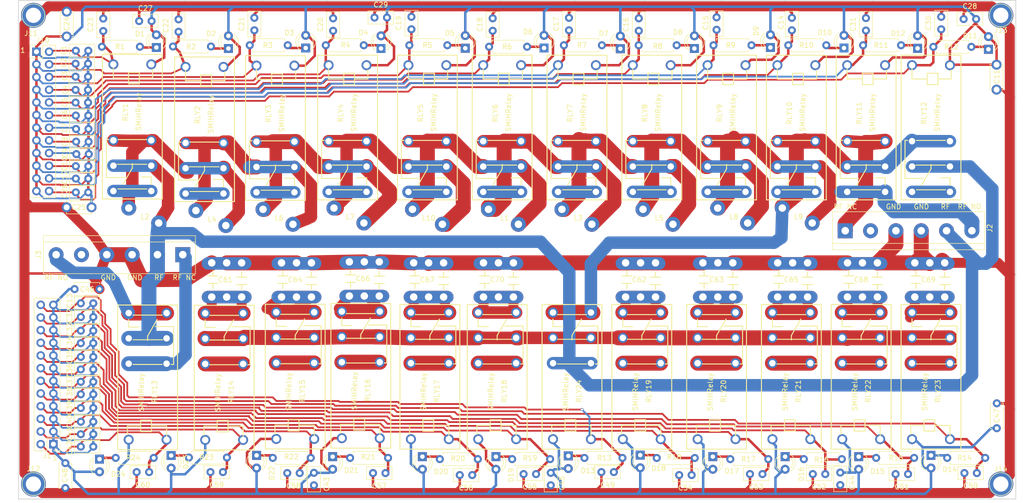
<source format=kicad_pcb>
(kicad_pcb (version 4) (host pcbnew 4.0.7)
  (layers (0 F.Cu signal) (31 B.Cu signal) (34 B.Paste user) (35 F.Paste user) (36 B.SilkS user) (37 F.SilkS user) (38 B.Mask user) (39 F.Mask user) (44 Edge.Cuts user))
  (net 0 "")
  (net 1 RFGND)
  (net 2 RLY1)
  (net 3 RLY2)
  (net 4 RLY3)
  (net 5 RLY4)
  (net 6 RLY5)
  (net 7 RLY6)
  (net 8 RLY7)
  (net 9 RLY8)
  (net 10 +5V)
  (net 11 "Net-(D1-Pad1)")
  (net 12 "Net-(D2-Pad1)")
  (net 13 "Net-(D3-Pad1)")
  (net 14 "Net-(D4-Pad1)")
  (net 15 "Net-(D5-Pad1)")
  (net 16 "Net-(D6-Pad1)")
  (net 17 "Net-(D7-Pad1)")
  (net 18 "Net-(D8-Pad1)")
  (net 19 RLY10)
  (net 20 RLY9)
  (net 21 "Net-(D9-Pad1)")
  (net 22 "Net-(D10-Pad1)")
  (net 23 RFSIG)
  (net 24 RLY11)
  (net 25 RLY12)
  (net 26 "Net-(D11-Pad1)")
  (net 27 "Net-(D12-Pad1)")
  (net 28 "Net-(RLY1-Pad3)")
  (net 29 "Net-(RLY2-Pad3)")
  (net 30 "Net-(RLY3-Pad3)")
  (net 31 "Net-(RLY4-Pad3)")
  (net 32 "Net-(RLY6-Pad3)")
  (net 33 "Net-(RLY7-Pad3)")
  (net 34 "Net-(RLY8-Pad3)")
  (net 35 "Net-(RLY9-Pad3)")
  (net 36 "Net-(RLY10-Pad3)")
  (net 37 "Net-(RLY5-Pad3)")
  (net 38 RLY24)
  (net 39 +12V)
  (net 40 RLY23)
  (net 41 RLY22)
  (net 42 RLY21)
  (net 43 RLY20)
  (net 44 RLY19)
  (net 45 RLY18)
  (net 46 RLY17)
  (net 47 RLY16)
  (net 48 RLY15)
  (net 49 RLY14)
  (net 50 RLY13)
  (net 51 "Net-(D13-Pad1)")
  (net 52 "Net-(D14-Pad1)")
  (net 53 "Net-(D15-Pad1)")
  (net 54 "Net-(D16-Pad1)")
  (net 55 "Net-(D17-Pad1)")
  (net 56 "Net-(D18-Pad1)")
  (net 57 "Net-(D19-Pad1)")
  (net 58 "Net-(D20-Pad1)")
  (net 59 "Net-(D21-Pad1)")
  (net 60 "Net-(D22-Pad1)")
  (net 61 "Net-(D23-Pad1)")
  (net 62 "Net-(D24-Pad1)")
  (net 63 "Net-(RLY14-Pad2)")
  (net 64 "Net-(RLY15-Pad2)")
  (net 65 "Net-(RLY16-Pad2)")
  (net 66 "Net-(RLY17-Pad2)")
  (net 67 "Net-(RLY18-Pad2)")
  (net 68 "Net-(RLY19-Pad2)")
  (net 69 "Net-(RLY20-Pad2)")
  (net 70 "Net-(RLY21-Pad2)")
  (net 71 "Net-(RLY22-Pad2)")
  (net 72 "Net-(RLY23-Pad2)")
  (net 73 "Net-(C61-Pad1)")
  (net 74 "Net-(C62-Pad1)")
  (net 75 "Net-(C63-Pad1)")
  (net 76 "Net-(C64-Pad1)")
  (net 77 "Net-(C65-Pad1)")
  (net 78 "Net-(C66-Pad1)")
  (net 79 "Net-(C67-Pad1)")
  (net 80 "Net-(C68-Pad1)")
  (net 81 "Net-(C69-Pad1)")
  (net 82 "Net-(C70-Pad1)")
  (net 83 "Net-(J2-Pad1)")
  (net 84 "Net-(J2-Pad6)")
  (net 85 "Net-(J3-Pad1)")
  (net 86 "Net-(J3-Pad6)")
  (net 87 RFOUT)
  (net 88 "Net-(L1-Pad1)")
  (net 89 "Net-(L1-Pad2)")
  (net 90 "Net-(L2-Pad1)")
  (net 91 "Net-(L3-Pad1)")
  (net 92 "Net-(L4-Pad1)")
  (net 93 "Net-(L5-Pad1)")
  (net 94 "Net-(L6-Pad1)")
  (net 95 "Net-(L10-Pad2)")
  (net 96 "Net-(L8-Pad1)")
  (net 97 "Net-(RLY12-Pad3)")
  (net 98 RFCAP)
  (module tuner:SMIHRelay (layer F.Cu) (at 55.9 108.1 90)
    (fp_text reference RLY13 (at -0.381 1.397 90) (layer F.SilkS))
    (fp_text value SPDTRelay)
    (fp_text user SMIHRelay (at -0.508 -1.27 90) (layer F.SilkS))
    (pad 4 thru_hole circle (at -10 -3.8 90) (size 2 2) (drill 1.3) (layers *.Cu *.Mask) (net 39 +12V))
    (pad 2 thru_hole circle (at 5.24 -3.8 90) (size 2 2) (drill 1.3) (layers *.Cu *.Mask) (net 85 "Net-(J3-Pad1)"))
    (pad 3 thru_hole circle (at 15.4 -3.8 90) (size 2 2) (drill 1.3) (layers *.Cu *.Mask) (net 86 "Net-(J3-Pad6)"))
    (pad 1 thru_hole circle (at 10.32 -3.8 90) (size 2 2) (drill 1.3) (layers *.Cu *.Mask) (net 23 RFSIG))
    (pad 5 thru_hole circle (at -10 3.8 90) (size 2 2) (drill 1.3) (layers *.Cu *.Mask) (net 50 RLY13))
    (pad 1 thru_hole circle (at 10.32 3.8 90) (size 2 2) (drill 1.3) (layers *.Cu *.Mask) (net 23 RFSIG))
    (pad 2 thru_hole circle (at 5.24 3.8 90) (size 2 2) (drill 1.3) (layers *.Cu *.Mask) (net 85 "Net-(J3-Pad1)"))
    (pad 3 thru_hole circle (at 15.4 3.8 90) (size 2 2) (drill 1.3) (layers *.Cu *.Mask) (net 86 "Net-(J3-Pad6)"))
  )
  (module LEDs:LED_D3.0mm (layer F.Cu) (at 154.69 121.2 270)
    (fp_text reference D18 (at 2.6543 -3.68808 360) (layer F.SilkS))
    (fp_text value LED)
    (pad 1 thru_hole rect (at 0 0 270) (size 1.8 1.8) (drill 0.9) (layers *.Cu *.Mask) (net 56 "Net-(D18-Pad1)"))
    (pad 2 thru_hole circle (at 2.54 0 270) (size 1.8 1.8) (drill 0.9) (layers *.Cu *.Mask) (net 39 +12V))
  )
  (module Capacitors_THT:C_Disc_D5.0mm_W2.5mm_P2.50mm (layer F.Cu) (at 41.5 40.1)
    (fp_text reference C1 (at -2.4 -0.1 90) (layer F.SilkS))
    (fp_text value "10 nF")
    (pad 1 thru_hole circle (at 0 0) (size 1.6 1.6) (drill 0.8) (layers *.Cu *.Mask) (net 2 RLY1))
    (pad 2 thru_hole circle (at 2.5 0) (size 1.6 1.6) (drill 0.8) (layers *.Cu *.Mask) (net 10 +5V))
  )
  (module Capacitors_THT:C_Disc_D5.0mm_W2.5mm_P2.50mm (layer F.Cu) (at 41.45 42.7)
    (fp_text reference C2 (at -2.35 -0.2 90) (layer F.SilkS))
    (fp_text value "10 nF")
    (pad 1 thru_hole circle (at 0 0) (size 1.6 1.6) (drill 0.8) (layers *.Cu *.Mask) (net 3 RLY2))
    (pad 2 thru_hole circle (at 2.5 0) (size 1.6 1.6) (drill 0.8) (layers *.Cu *.Mask) (net 10 +5V))
  )
  (module Capacitors_THT:C_Disc_D5.0mm_W2.5mm_P2.50mm (layer F.Cu) (at 41.45 45.3)
    (fp_text reference C3 (at -2.15 -0.15 90) (layer F.SilkS))
    (fp_text value "10 nF")
    (pad 1 thru_hole circle (at 0 0) (size 1.6 1.6) (drill 0.8) (layers *.Cu *.Mask) (net 4 RLY3))
    (pad 2 thru_hole circle (at 2.5 0) (size 1.6 1.6) (drill 0.8) (layers *.Cu *.Mask) (net 10 +5V))
  )
  (module Capacitors_THT:C_Disc_D5.0mm_W2.5mm_P2.50mm (layer F.Cu) (at 41.45 47.95)
    (fp_text reference C4 (at -2.1 -0.05 90) (layer F.SilkS))
    (fp_text value "10 nF")
    (pad 1 thru_hole circle (at 0 0) (size 1.6 1.6) (drill 0.8) (layers *.Cu *.Mask) (net 5 RLY4))
    (pad 2 thru_hole circle (at 2.5 0) (size 1.6 1.6) (drill 0.8) (layers *.Cu *.Mask) (net 10 +5V))
  )
  (module Capacitors_THT:C_Disc_D5.0mm_W2.5mm_P2.50mm (layer F.Cu) (at 41.45 50.5)
    (fp_text reference C5 (at -2.15 0 90) (layer F.SilkS))
    (fp_text value "10 nF")
    (pad 1 thru_hole circle (at 0 0) (size 1.6 1.6) (drill 0.8) (layers *.Cu *.Mask) (net 6 RLY5))
    (pad 2 thru_hole circle (at 2.5 0) (size 1.6 1.6) (drill 0.8) (layers *.Cu *.Mask) (net 10 +5V))
  )
  (module Capacitors_THT:C_Disc_D5.0mm_W2.5mm_P2.50mm (layer F.Cu) (at 41.5 53.1)
    (fp_text reference C6 (at -2.2 -0.2 90) (layer F.SilkS))
    (fp_text value "10 nF")
    (pad 1 thru_hole circle (at 0 0) (size 1.6 1.6) (drill 0.8) (layers *.Cu *.Mask) (net 7 RLY6))
    (pad 2 thru_hole circle (at 2.5 0) (size 1.6 1.6) (drill 0.8) (layers *.Cu *.Mask) (net 10 +5V))
  )
  (module Capacitors_THT:C_Disc_D5.0mm_W2.5mm_P2.50mm (layer F.Cu) (at 41.54 55.79)
    (fp_text reference C7 (at -2.25 -0.25 90) (layer F.SilkS))
    (fp_text value "10 nF")
    (pad 1 thru_hole circle (at 0 0) (size 1.6 1.6) (drill 0.8) (layers *.Cu *.Mask) (net 8 RLY7))
    (pad 2 thru_hole circle (at 2.5 0) (size 1.6 1.6) (drill 0.8) (layers *.Cu *.Mask) (net 10 +5V))
  )
  (module Capacitors_THT:C_Disc_D5.0mm_W2.5mm_P2.50mm (layer F.Cu) (at 41.56 58.34)
    (fp_text reference C8 (at -2.25 0 90) (layer F.SilkS))
    (fp_text value "10 nF")
    (pad 1 thru_hole circle (at 0 0) (size 1.6 1.6) (drill 0.8) (layers *.Cu *.Mask) (net 9 RLY8))
    (pad 2 thru_hole circle (at 2.5 0) (size 1.6 1.6) (drill 0.8) (layers *.Cu *.Mask) (net 10 +5V))
  )
  (module Capacitors_THT:C_Disc_D5.0mm_W2.5mm_P2.50mm (layer F.Cu) (at 41.6 60.83)
    (fp_text reference C9 (at -2.25 -0.25 90) (layer F.SilkS))
    (fp_text value "10 nF")
    (pad 1 thru_hole circle (at 0 0) (size 1.6 1.6) (drill 0.8) (layers *.Cu *.Mask) (net 20 RLY9))
    (pad 2 thru_hole circle (at 2.5 0) (size 1.6 1.6) (drill 0.8) (layers *.Cu *.Mask) (net 10 +5V))
  )
  (module Capacitors_THT:C_Disc_D5.0mm_W2.5mm_P2.50mm (layer F.Cu) (at 41.5 63.25)
    (fp_text reference C10 (at -2.25 -0.5 90) (layer F.SilkS))
    (fp_text value "10 nF")
    (pad 1 thru_hole circle (at 0 0) (size 1.6 1.6) (drill 0.8) (layers *.Cu *.Mask) (net 19 RLY10))
    (pad 2 thru_hole circle (at 2.5 0) (size 1.6 1.6) (drill 0.8) (layers *.Cu *.Mask) (net 10 +5V))
  )
  (module Capacitors_THT:C_Disc_D5.0mm_W2.5mm_P5.00mm (layer F.Cu) (at 226.15 47.9 90)
    (fp_text reference C11 (at 2.575 0.05 90) (layer F.SilkS))
    (fp_text value "10 nF")
    (pad 1 thru_hole circle (at 0 0 90) (size 2 2) (drill 1.2) (layers *.Cu *.Mask) (net 1 RFGND))
    (pad 2 thru_hole circle (at 5 0 90) (size 2 2) (drill 1.2) (layers *.Cu *.Mask) (net 10 +5V))
  )
  (module Capacitors_THT:C_Disc_D5.0mm_W2.5mm_P2.50mm (layer F.Cu) (at 41.5 65.75)
    (fp_text reference C12 (at -2.25 -0.25 90) (layer F.SilkS))
    (fp_text value "10 nF")
    (pad 1 thru_hole circle (at 0 0) (size 1.6 1.6) (drill 0.8) (layers *.Cu *.Mask) (net 24 RLY11))
    (pad 2 thru_hole circle (at 2.5 0) (size 1.6 1.6) (drill 0.8) (layers *.Cu *.Mask) (net 10 +5V))
  )
  (module Capacitors_THT:C_Disc_D5.0mm_W2.5mm_P2.50mm (layer F.Cu) (at 42.5 90.75)
    (fp_text reference C13 (at -2.25 -0.5 90) (layer F.SilkS))
    (fp_text value "10 nF")
    (pad 1 thru_hole circle (at 0 0) (size 1.6 1.6) (drill 0.8) (layers *.Cu *.Mask) (net 38 RLY24))
    (pad 2 thru_hole circle (at 2.5 0) (size 1.6 1.6) (drill 0.8) (layers *.Cu *.Mask) (net 39 +12V))
  )
  (module Capacitors_THT:C_Disc_D5.0mm_W2.5mm_P2.50mm (layer F.Cu) (at 185.1 36 90)
    (fp_text reference C14 (at 1.6 -2.2 270) (layer F.SilkS))
    (fp_text value "10 nF")
    (pad 1 thru_hole circle (at 0 0 90) (size 1.6 1.6) (drill 0.8) (layers *.Cu *.Mask) (net 19 RLY10))
    (pad 2 thru_hole circle (at 2.5 0 90) (size 1.6 1.6) (drill 0.8) (layers *.Cu *.Mask) (net 1 RFGND))
  )
  (module Capacitors_THT:C_Disc_D5.0mm_W2.5mm_P2.50mm (layer F.Cu) (at 170 35.9 90)
    (fp_text reference C15 (at 1.4 -2.2 90) (layer F.SilkS))
    (fp_text value "10 nF")
    (pad 1 thru_hole circle (at 0 0 90) (size 1.6 1.6) (drill 0.8) (layers *.Cu *.Mask) (net 20 RLY9))
    (pad 2 thru_hole circle (at 2.5 0 90) (size 1.6 1.6) (drill 0.8) (layers *.Cu *.Mask) (net 1 RFGND))
  )
  (module Capacitors_THT:C_Disc_D5.0mm_W2.5mm_P2.50mm (layer F.Cu) (at 154.4 36.1 90)
    (fp_text reference C16 (at 1.25 -2.56 90) (layer F.SilkS))
    (fp_text value "10 nF")
    (pad 1 thru_hole circle (at 0 0 90) (size 1.6 1.6) (drill 0.8) (layers *.Cu *.Mask) (net 9 RLY8))
    (pad 2 thru_hole circle (at 2.5 0 90) (size 1.6 1.6) (drill 0.8) (layers *.Cu *.Mask) (net 1 RFGND))
  )
  (module Capacitors_THT:C_Disc_D5.0mm_W2.5mm_P2.50mm (layer F.Cu) (at 140.4 36 90)
    (fp_text reference C17 (at 1.25 -2.56 90) (layer F.SilkS))
    (fp_text value "10 nF")
    (pad 1 thru_hole circle (at 0 0 90) (size 1.6 1.6) (drill 0.8) (layers *.Cu *.Mask) (net 8 RLY7))
    (pad 2 thru_hole circle (at 2.5 0 90) (size 1.6 1.6) (drill 0.8) (layers *.Cu *.Mask) (net 1 RFGND))
  )
  (module Capacitors_THT:C_Disc_D5.0mm_W2.5mm_P2.50mm (layer F.Cu) (at 125.1 36.1 90)
    (fp_text reference C18 (at 1.25 -2.56 90) (layer F.SilkS))
    (fp_text value "10 nF")
    (pad 1 thru_hole circle (at 0 0 90) (size 1.6 1.6) (drill 0.8) (layers *.Cu *.Mask) (net 7 RLY6))
    (pad 2 thru_hole circle (at 2.5 0 90) (size 1.6 1.6) (drill 0.8) (layers *.Cu *.Mask) (net 1 RFGND))
  )
  (module Capacitors_THT:C_Disc_D5.0mm_W2.5mm_P2.50mm (layer F.Cu) (at 108.8 35.8 90)
    (fp_text reference C19 (at 1.25 -2.56 90) (layer F.SilkS))
    (fp_text value "10 nF")
    (pad 1 thru_hole circle (at 0 0 90) (size 1.6 1.6) (drill 0.8) (layers *.Cu *.Mask) (net 6 RLY5))
    (pad 2 thru_hole circle (at 2.5 0 90) (size 1.6 1.6) (drill 0.8) (layers *.Cu *.Mask) (net 1 RFGND))
  )
  (module Capacitors_THT:C_Disc_D5.0mm_W2.5mm_P2.50mm (layer F.Cu) (at 93.1 36.1 90)
    (fp_text reference C20 (at 1.25 -2.56 90) (layer F.SilkS))
    (fp_text value "10 nF")
    (pad 1 thru_hole circle (at 0 0 90) (size 1.6 1.6) (drill 0.8) (layers *.Cu *.Mask) (net 5 RLY4))
    (pad 2 thru_hole circle (at 2.5 0 90) (size 1.6 1.6) (drill 0.8) (layers *.Cu *.Mask) (net 1 RFGND))
  )
  (module Capacitors_THT:C_Disc_D5.0mm_W2.5mm_P2.50mm (layer F.Cu) (at 77.3 36 90)
    (fp_text reference C21 (at 1.25 -2.56 90) (layer F.SilkS))
    (fp_text value "10 nF")
    (pad 1 thru_hole circle (at 0 0 90) (size 1.6 1.6) (drill 0.8) (layers *.Cu *.Mask) (net 4 RLY3))
    (pad 2 thru_hole circle (at 2.5 0 90) (size 1.6 1.6) (drill 0.8) (layers *.Cu *.Mask) (net 1 RFGND))
  )
  (module Capacitors_THT:C_Disc_D5.0mm_W2.5mm_P2.50mm (layer F.Cu) (at 62.1 36.3 90)
    (fp_text reference C22 (at 1.25 -2.56 90) (layer F.SilkS))
    (fp_text value "10 nF")
    (pad 1 thru_hole circle (at 0 0 90) (size 1.6 1.6) (drill 0.8) (layers *.Cu *.Mask) (net 3 RLY2))
    (pad 2 thru_hole circle (at 2.5 0 90) (size 1.6 1.6) (drill 0.8) (layers *.Cu *.Mask) (net 1 RFGND))
  )
  (module Capacitors_THT:C_Disc_D5.0mm_W2.5mm_P2.50mm (layer F.Cu) (at 47 36.15 90)
    (fp_text reference C23 (at 1.25 -2.56 90) (layer F.SilkS))
    (fp_text value "10 nF")
    (pad 1 thru_hole circle (at 0 0 90) (size 1.6 1.6) (drill 0.8) (layers *.Cu *.Mask) (net 2 RLY1))
    (pad 2 thru_hole circle (at 2.5 0 90) (size 1.6 1.6) (drill 0.8) (layers *.Cu *.Mask) (net 1 RFGND))
  )
  (module Capacitors_THT:C_Disc_D5.0mm_W2.5mm_P5.00mm (layer F.Cu) (at 39.675 32.25 270)
    (fp_text reference C24 (at 2.45 0 270) (layer F.SilkS))
    (fp_text value "10 nF")
    (pad 1 thru_hole circle (at 0 0 270) (size 2 2) (drill 1.2) (layers *.Cu *.Mask) (net 1 RFGND))
    (pad 2 thru_hole circle (at 5 0 270) (size 2 2) (drill 1.2) (layers *.Cu *.Mask) (net 10 +5V))
  )
  (module Capacitors_THT:C_Disc_D5.0mm_W2.5mm_P5.00mm (layer F.Cu) (at 39.65 71.5)
    (fp_text reference C25 (at 2.425 0) (layer F.SilkS))
    (fp_text value "10 nF")
    (pad 1 thru_hole circle (at 0 0) (size 2 2) (drill 1.2) (layers *.Cu *.Mask) (net 1 RFGND))
    (pad 2 thru_hole circle (at 5 0) (size 2 2) (drill 1.2) (layers *.Cu *.Mask) (net 10 +5V))
  )
  (module Capacitors_THT:C_Disc_D5.0mm_W2.5mm_P2.50mm (layer F.Cu) (at 41.5 68.5)
    (fp_text reference C26 (at -2.25 -0.25 90) (layer F.SilkS))
    (fp_text value "10 nF")
    (pad 1 thru_hole circle (at 0 0) (size 1.6 1.6) (drill 0.8) (layers *.Cu *.Mask) (net 25 RLY12))
    (pad 2 thru_hole circle (at 2.5 0) (size 1.6 1.6) (drill 0.8) (layers *.Cu *.Mask) (net 10 +5V))
  )
  (module Capacitors_THT:C_Disc_D5.0mm_W2.5mm_P2.50mm (layer F.Cu) (at 54.2 34.15)
    (fp_text reference C27 (at 1.25 -2.56) (layer F.SilkS))
    (fp_text value "10 nF")
    (pad 1 thru_hole circle (at 0 0) (size 1.6 1.6) (drill 0.8) (layers *.Cu *.Mask) (net 1 RFGND))
    (pad 2 thru_hole circle (at 2.5 0) (size 1.6 1.6) (drill 0.8) (layers *.Cu *.Mask) (net 10 +5V))
  )
  (module Capacitors_THT:C_Disc_D5.0mm_W2.5mm_P2.50mm (layer F.Cu) (at 219.55 33.75)
    (fp_text reference C28 (at 1.25 -2.56) (layer F.SilkS))
    (fp_text value "10 nF")
    (pad 1 thru_hole circle (at 0 0) (size 1.6 1.6) (drill 0.8) (layers *.Cu *.Mask) (net 1 RFGND))
    (pad 2 thru_hole circle (at 2.5 0) (size 1.6 1.6) (drill 0.8) (layers *.Cu *.Mask) (net 10 +5V))
  )
  (module Capacitors_THT:C_Disc_D5.0mm_W2.5mm_P2.50mm (layer F.Cu) (at 101.4 33.45)
    (fp_text reference C29 (at 1.25 -2.56) (layer F.SilkS))
    (fp_text value "10 nF")
    (pad 1 thru_hole circle (at 0 0) (size 1.6 1.6) (drill 0.8) (layers *.Cu *.Mask) (net 1 RFGND))
    (pad 2 thru_hole circle (at 2.5 0) (size 1.6 1.6) (drill 0.8) (layers *.Cu *.Mask) (net 10 +5V))
  )
  (module Capacitors_THT:C_Disc_D5.0mm_W2.5mm_P2.50mm (layer F.Cu) (at 215.05 35.8 90)
    (fp_text reference C30 (at 1.25 -2.56 90) (layer F.SilkS))
    (fp_text value "10 nF")
    (pad 1 thru_hole circle (at 0 0 90) (size 1.6 1.6) (drill 0.8) (layers *.Cu *.Mask) (net 25 RLY12))
    (pad 2 thru_hole circle (at 2.5 0 90) (size 1.6 1.6) (drill 0.8) (layers *.Cu *.Mask) (net 1 RFGND))
  )
  (module Capacitors_THT:C_Disc_D5.0mm_W2.5mm_P2.50mm (layer F.Cu) (at 199.95 36.05 90)
    (fp_text reference C31 (at 1.25 -2.56 90) (layer F.SilkS))
    (fp_text value "10 nF")
    (pad 1 thru_hole circle (at 0 0 90) (size 1.6 1.6) (drill 0.8) (layers *.Cu *.Mask) (net 24 RLY11))
    (pad 2 thru_hole circle (at 2.5 0 90) (size 1.6 1.6) (drill 0.8) (layers *.Cu *.Mask) (net 1 RFGND))
  )
  (module LEDs:LED_D3.0mm (layer F.Cu) (at 57.65 39.45 90)
    (fp_text reference D1 (at 2.75 -3.3 360) (layer F.SilkS))
    (fp_text value LED)
    (pad 1 thru_hole rect (at 0 0 90) (size 1.8 1.8) (drill 0.9) (layers *.Cu *.Mask) (net 11 "Net-(D1-Pad1)"))
    (pad 2 thru_hole circle (at 2.54 0 90) (size 1.8 1.8) (drill 0.9) (layers *.Cu *.Mask) (net 10 +5V))
  )
  (module LEDs:LED_D3.0mm (layer F.Cu) (at 72.1 39.65 90)
    (fp_text reference D2 (at 3 -3.45 180) (layer F.SilkS))
    (fp_text value LED)
    (pad 1 thru_hole rect (at 0 0 90) (size 1.8 1.8) (drill 0.9) (layers *.Cu *.Mask) (net 12 "Net-(D2-Pad1)"))
    (pad 2 thru_hole circle (at 2.54 0 90) (size 1.8 1.8) (drill 0.9) (layers *.Cu *.Mask) (net 10 +5V))
  )
  (module LEDs:LED_D3.0mm (layer F.Cu) (at 87.6 39.55 90)
    (fp_text reference D3 (at 3.05 -3.3 180) (layer F.SilkS))
    (fp_text value LED)
    (pad 1 thru_hole rect (at 0 0 90) (size 1.8 1.8) (drill 0.9) (layers *.Cu *.Mask) (net 13 "Net-(D3-Pad1)"))
    (pad 2 thru_hole circle (at 2.54 0 90) (size 1.8 1.8) (drill 0.9) (layers *.Cu *.Mask) (net 10 +5V))
  )
  (module LEDs:LED_D3.0mm (layer F.Cu) (at 102.7 39.65 90)
    (fp_text reference D4 (at 3.2 -3.55 180) (layer F.SilkS))
    (fp_text value LED)
    (pad 1 thru_hole rect (at 0 0 90) (size 1.8 1.8) (drill 0.9) (layers *.Cu *.Mask) (net 14 "Net-(D4-Pad1)"))
    (pad 2 thru_hole circle (at 2.54 0 90) (size 1.8 1.8) (drill 0.9) (layers *.Cu *.Mask) (net 10 +5V))
  )
  (module LEDs:LED_D3.0mm (layer F.Cu) (at 119.6 39.6 90)
    (fp_text reference D5 (at 3.05 -3.1 180) (layer F.SilkS))
    (fp_text value LED)
    (pad 1 thru_hole rect (at 0 0 90) (size 1.8 1.8) (drill 0.9) (layers *.Cu *.Mask) (net 15 "Net-(D5-Pad1)"))
    (pad 2 thru_hole circle (at 2.54 0 90) (size 1.8 1.8) (drill 0.9) (layers *.Cu *.Mask) (net 10 +5V))
  )
  (module LEDs:LED_D3.0mm (layer F.Cu) (at 135.4 39.55 90)
    (fp_text reference D6 (at 3.25 -3.25 180) (layer F.SilkS))
    (fp_text value LED)
    (pad 1 thru_hole rect (at 0 0 90) (size 1.8 1.8) (drill 0.9) (layers *.Cu *.Mask) (net 16 "Net-(D6-Pad1)"))
    (pad 2 thru_hole circle (at 2.54 0 90) (size 1.8 1.8) (drill 0.9) (layers *.Cu *.Mask) (net 10 +5V))
  )
  (module LEDs:LED_D3.0mm (layer F.Cu) (at 150.7 39.7 90)
    (fp_text reference D7 (at 3.05 -3.35 180) (layer F.SilkS))
    (fp_text value LED)
    (pad 1 thru_hole rect (at 0 0 90) (size 1.8 1.8) (drill 0.9) (layers *.Cu *.Mask) (net 17 "Net-(D7-Pad1)"))
    (pad 2 thru_hole circle (at 2.54 0 90) (size 1.8 1.8) (drill 0.9) (layers *.Cu *.Mask) (net 10 +5V))
  )
  (module LEDs:LED_D3.0mm (layer F.Cu) (at 165.55 39.65 90)
    (fp_text reference D8 (at 3.25 -3.3 180) (layer F.SilkS))
    (fp_text value LED)
    (pad 1 thru_hole rect (at 0 0 90) (size 1.8 1.8) (drill 0.9) (layers *.Cu *.Mask) (net 18 "Net-(D8-Pad1)"))
    (pad 2 thru_hole circle (at 2.54 0 90) (size 1.8 1.8) (drill 0.9) (layers *.Cu *.Mask) (net 10 +5V))
  )
  (module LEDs:LED_D3.0mm (layer F.Cu) (at 180.8 39.45 90)
    (fp_text reference D9 (at 3.3 -2.85 90) (layer F.SilkS))
    (fp_text value LED)
    (pad 1 thru_hole rect (at 0 0 90) (size 1.8 1.8) (drill 0.9) (layers *.Cu *.Mask) (net 21 "Net-(D9-Pad1)"))
    (pad 2 thru_hole circle (at 2.54 0 90) (size 1.8 1.8) (drill 0.9) (layers *.Cu *.Mask) (net 10 +5V))
  )
  (module LEDs:LED_D3.0mm (layer F.Cu) (at 195.55 39.55 90)
    (fp_text reference D10 (at 3.1 -3.85 180) (layer F.SilkS))
    (fp_text value LED)
    (pad 1 thru_hole rect (at 0 0 90) (size 1.8 1.8) (drill 0.9) (layers *.Cu *.Mask) (net 22 "Net-(D10-Pad1)"))
    (pad 2 thru_hole circle (at 2.54 0 90) (size 1.8 1.8) (drill 0.9) (layers *.Cu *.Mask) (net 10 +5V))
  )
  (module LEDs:LED_D3.0mm (layer F.Cu) (at 224.52 39.81 90)
    (fp_text reference D11 (at 2.71 -3.66 180) (layer F.SilkS))
    (fp_text value LED)
    (pad 1 thru_hole rect (at 0 0 90) (size 1.8 1.8) (drill 0.9) (layers *.Cu *.Mask) (net 26 "Net-(D11-Pad1)"))
    (pad 2 thru_hole circle (at 2.54 0 90) (size 1.8 1.8) (drill 0.9) (layers *.Cu *.Mask) (net 10 +5V))
  )
  (module LEDs:LED_D3.0mm (layer F.Cu) (at 210.31 39.62 90)
    (fp_text reference D12 (at 3 -3.9 180) (layer F.SilkS))
    (fp_text value LED)
    (pad 1 thru_hole rect (at 0 0 90) (size 1.8 1.8) (drill 0.9) (layers *.Cu *.Mask) (net 27 "Net-(D12-Pad1)"))
    (pad 2 thru_hole circle (at 2.54 0 90) (size 1.8 1.8) (drill 0.9) (layers *.Cu *.Mask) (net 10 +5V))
  )
  (module Connectors:1pin (layer F.Cu) (at 33 33)
    (fp_text reference J11 (at -0.5 3.6) (layer F.SilkS))
    (fp_text value Conn_01x01)
    (pad 1 thru_hole circle (at 0 0) (size 5 5) (drill 3.048) (layers *.Cu *.Mask) (net 1 RFGND))
  )
  (module Connectors:1pin (layer F.Cu) (at 33 127)
    (fp_text reference J12 (at 0 -3.048) (layer F.SilkS))
    (fp_text value Conn_01x01)
    (pad 1 thru_hole circle (at 0 0) (size 5 5) (drill 3.048) (layers *.Cu *.Mask) (net 1 RFGND))
  )
  (module Connectors:1pin (layer F.Cu) (at 227 33)
    (fp_text reference J13 (at 0 3) (layer F.SilkS))
    (fp_text value Conn_01x01)
    (pad 1 thru_hole circle (at 0 0) (size 5 5) (drill 3.048) (layers *.Cu *.Mask) (net 1 RFGND))
  )
  (module Connectors:1pin (layer F.Cu) (at 227 127)
    (fp_text reference J14 (at 0 -3.048) (layer F.SilkS))
    (fp_text value Conn_01x01)
    (pad 1 thru_hole circle (at 0 0) (size 5 5) (drill 3.048) (layers *.Cu *.Mask) (net 1 RFGND))
  )
  (module Resistors_THT:R_Axial_DIN0207_L6.3mm_D2.5mm_P7.62mm_Horizontal (layer F.Cu) (at 54.35 39.3 180)
    (fp_text reference R1 (at 4 0 180) (layer F.SilkS))
    (fp_text value 1k)
    (pad 1 thru_hole circle (at 0 0 180) (size 1.6 1.6) (drill 0.8) (layers *.Cu *.Mask) (net 11 "Net-(D1-Pad1)"))
    (pad 2 thru_hole oval (at 7.62 0 180) (size 1.6 1.6) (drill 0.8) (layers *.Cu *.Mask) (net 2 RLY1))
  )
  (module Resistors_THT:R_Axial_DIN0207_L6.3mm_D2.5mm_P7.62mm_Horizontal (layer F.Cu) (at 68.6 39.25 180)
    (fp_text reference R2 (at 4 -0.05 180) (layer F.SilkS))
    (fp_text value 1k)
    (pad 1 thru_hole circle (at 0 0 180) (size 1.6 1.6) (drill 0.8) (layers *.Cu *.Mask) (net 12 "Net-(D2-Pad1)"))
    (pad 2 thru_hole oval (at 7.62 0 180) (size 1.6 1.6) (drill 0.8) (layers *.Cu *.Mask) (net 3 RLY2))
  )
  (module Resistors_THT:R_Axial_DIN0207_L6.3mm_D2.5mm_P7.62mm_Horizontal (layer F.Cu) (at 84 39 180)
    (fp_text reference R3 (at 4 0 180) (layer F.SilkS))
    (fp_text value 1k)
    (pad 1 thru_hole circle (at 0 0 180) (size 1.6 1.6) (drill 0.8) (layers *.Cu *.Mask) (net 13 "Net-(D3-Pad1)"))
    (pad 2 thru_hole oval (at 7.62 0 180) (size 1.6 1.6) (drill 0.8) (layers *.Cu *.Mask) (net 4 RLY3))
  )
  (module Resistors_THT:R_Axial_DIN0207_L6.3mm_D2.5mm_P7.62mm_Horizontal (layer F.Cu) (at 99.25 39 180)
    (fp_text reference R4 (at 3.65 0.05 180) (layer F.SilkS))
    (fp_text value 1k)
    (pad 1 thru_hole circle (at 0 0 180) (size 1.6 1.6) (drill 0.8) (layers *.Cu *.Mask) (net 14 "Net-(D4-Pad1)"))
    (pad 2 thru_hole oval (at 7.62 0 180) (size 1.6 1.6) (drill 0.8) (layers *.Cu *.Mask) (net 5 RLY4))
  )
  (module Resistors_THT:R_Axial_DIN0207_L6.3mm_D2.5mm_P7.62mm_Horizontal (layer F.Cu) (at 116 39 180)
    (fp_text reference R5 (at 4 0 180) (layer F.SilkS))
    (fp_text value 1k)
    (pad 1 thru_hole circle (at 0 0 180) (size 1.6 1.6) (drill 0.8) (layers *.Cu *.Mask) (net 15 "Net-(D5-Pad1)"))
    (pad 2 thru_hole oval (at 7.62 0 180) (size 1.6 1.6) (drill 0.8) (layers *.Cu *.Mask) (net 6 RLY5))
  )
  (module Resistors_THT:R_Axial_DIN0207_L6.3mm_D2.5mm_P7.62mm_Horizontal (layer F.Cu) (at 132 39.3 180)
    (fp_text reference R6 (at 4 0 180) (layer F.SilkS))
    (fp_text value 1k)
    (pad 1 thru_hole circle (at 0 0 180) (size 1.6 1.6) (drill 0.8) (layers *.Cu *.Mask) (net 16 "Net-(D6-Pad1)"))
    (pad 2 thru_hole oval (at 7.62 0 180) (size 1.6 1.6) (drill 0.8) (layers *.Cu *.Mask) (net 7 RLY6))
  )
  (module Resistors_THT:R_Axial_DIN0207_L6.3mm_D2.5mm_P7.62mm_Horizontal (layer F.Cu) (at 147 39 180)
    (fp_text reference R7 (at 4 0 180) (layer F.SilkS))
    (fp_text value 1k)
    (pad 1 thru_hole circle (at 0 0 180) (size 1.6 1.6) (drill 0.8) (layers *.Cu *.Mask) (net 17 "Net-(D7-Pad1)"))
    (pad 2 thru_hole oval (at 7.62 0 180) (size 1.6 1.6) (drill 0.8) (layers *.Cu *.Mask) (net 8 RLY7))
  )
  (module Resistors_THT:R_Axial_DIN0207_L6.3mm_D2.5mm_P7.62mm_Horizontal (layer F.Cu) (at 162 39 180)
    (fp_text reference R8 (at 3.8 -0.2 180) (layer F.SilkS))
    (fp_text value 1k)
    (pad 1 thru_hole circle (at 0 0 180) (size 1.6 1.6) (drill 0.8) (layers *.Cu *.Mask) (net 18 "Net-(D8-Pad1)"))
    (pad 2 thru_hole oval (at 7.62 0 180) (size 1.6 1.6) (drill 0.8) (layers *.Cu *.Mask) (net 9 RLY8))
  )
  (module Resistors_THT:R_Axial_DIN0207_L6.3mm_D2.5mm_P7.62mm_Horizontal (layer F.Cu) (at 177 39 180)
    (fp_text reference R9 (at 4.2 0 180) (layer F.SilkS))
    (fp_text value 1k)
    (pad 1 thru_hole circle (at 0 0 180) (size 1.6 1.6) (drill 0.8) (layers *.Cu *.Mask) (net 21 "Net-(D9-Pad1)"))
    (pad 2 thru_hole oval (at 7.62 0 180) (size 1.6 1.6) (drill 0.8) (layers *.Cu *.Mask) (net 20 RLY9))
  )
  (module Resistors_THT:R_Axial_DIN0207_L6.3mm_D2.5mm_P7.62mm_Horizontal (layer F.Cu) (at 192 39 180)
    (fp_text reference R10 (at 4 0 180) (layer F.SilkS))
    (fp_text value 1k)
    (pad 1 thru_hole circle (at 0 0 180) (size 1.6 1.6) (drill 0.8) (layers *.Cu *.Mask) (net 22 "Net-(D10-Pad1)"))
    (pad 2 thru_hole oval (at 7.62 0 180) (size 1.6 1.6) (drill 0.8) (layers *.Cu *.Mask) (net 19 RLY10))
  )
  (module Resistors_THT:R_Axial_DIN0207_L6.3mm_D2.5mm_P7.62mm_Horizontal (layer F.Cu) (at 207 39 180)
    (fp_text reference R11 (at 4 0 180) (layer F.SilkS))
    (fp_text value 1k)
    (pad 1 thru_hole circle (at 0 0 180) (size 1.6 1.6) (drill 0.8) (layers *.Cu *.Mask) (net 27 "Net-(D12-Pad1)"))
    (pad 2 thru_hole oval (at 7.62 0 180) (size 1.6 1.6) (drill 0.8) (layers *.Cu *.Mask) (net 24 RLY11))
  )
  (module Resistors_THT:R_Axial_DIN0207_L6.3mm_D2.5mm_P7.62mm_Horizontal (layer F.Cu) (at 221.09 39.32 180)
    (fp_text reference R12 (at 4 0 180) (layer F.SilkS))
    (fp_text value 1k)
    (pad 1 thru_hole circle (at 0 0 180) (size 1.6 1.6) (drill 0.8) (layers *.Cu *.Mask) (net 26 "Net-(D11-Pad1)"))
    (pad 2 thru_hole oval (at 7.62 0 180) (size 1.6 1.6) (drill 0.8) (layers *.Cu *.Mask) (net 25 RLY12))
  )
  (module tuner:SMIHRelay (layer F.Cu) (at 52.832 52.832 270)
    (fp_text reference RLY1 (at -0.381 1.397 270) (layer F.SilkS))
    (fp_text value SPDTRelay)
    (fp_text user SMIHRelay (at -0.508 -1.27 270) (layer F.SilkS))
    (pad 4 thru_hole circle (at -10 -3.8 270) (size 2 2) (drill 1.3) (layers *.Cu *.Mask) (net 10 +5V))
    (pad 2 thru_hole circle (at 5.24 -3.8 270) (size 2 2) (drill 1.3) (layers *.Cu *.Mask) (net 90 "Net-(L2-Pad1)"))
    (pad 3 thru_hole circle (at 15.4 -3.8 270) (size 2 2) (drill 1.3) (layers *.Cu *.Mask) (net 28 "Net-(RLY1-Pad3)"))
    (pad 1 thru_hole circle (at 10.32 -3.8 270) (size 2 2) (drill 1.3) (layers *.Cu *.Mask) (net 23 RFSIG))
    (pad 5 thru_hole circle (at -10 3.8 270) (size 2 2) (drill 1.3) (layers *.Cu *.Mask) (net 2 RLY1))
    (pad 1 thru_hole circle (at 10.32 3.8 270) (size 2 2) (drill 1.3) (layers *.Cu *.Mask) (net 23 RFSIG))
    (pad 2 thru_hole circle (at 5.24 3.8 270) (size 2 2) (drill 1.3) (layers *.Cu *.Mask) (net 90 "Net-(L2-Pad1)"))
    (pad 3 thru_hole circle (at 15.4 3.8 270) (size 2 2) (drill 1.3) (layers *.Cu *.Mask) (net 28 "Net-(RLY1-Pad3)"))
  )
  (module tuner:SMIHRelay (layer F.Cu) (at 67.31 53.34 270)
    (fp_text reference RLY2 (at -0.381 1.397 270) (layer F.SilkS))
    (fp_text value SPDTRelay)
    (fp_text user SMIHRelay (at -0.508 -1.27 270) (layer F.SilkS))
    (pad 4 thru_hole circle (at -10 -3.8 270) (size 2 2) (drill 1.3) (layers *.Cu *.Mask) (net 10 +5V))
    (pad 2 thru_hole circle (at 5.24 -3.8 270) (size 2 2) (drill 1.3) (layers *.Cu *.Mask) (net 92 "Net-(L4-Pad1)"))
    (pad 3 thru_hole circle (at 15.4 -3.8 270) (size 2 2) (drill 1.3) (layers *.Cu *.Mask) (net 29 "Net-(RLY2-Pad3)"))
    (pad 1 thru_hole circle (at 10.32 -3.8 270) (size 2 2) (drill 1.3) (layers *.Cu *.Mask) (net 90 "Net-(L2-Pad1)"))
    (pad 5 thru_hole circle (at -10 3.8 270) (size 2 2) (drill 1.3) (layers *.Cu *.Mask) (net 3 RLY2))
    (pad 1 thru_hole circle (at 10.32 3.8 270) (size 2 2) (drill 1.3) (layers *.Cu *.Mask) (net 90 "Net-(L2-Pad1)"))
    (pad 2 thru_hole circle (at 5.24 3.8 270) (size 2 2) (drill 1.3) (layers *.Cu *.Mask) (net 92 "Net-(L4-Pad1)"))
    (pad 3 thru_hole circle (at 15.4 3.8 270) (size 2 2) (drill 1.3) (layers *.Cu *.Mask) (net 29 "Net-(RLY2-Pad3)"))
  )
  (module tuner:SMIHRelay (layer F.Cu) (at 81.534 53.086 270)
    (fp_text reference RLY3 (at -0.381 1.397 270) (layer F.SilkS))
    (fp_text value SPDTRelay)
    (fp_text user SMIHRelay (at -0.508 -1.27 270) (layer F.SilkS))
    (pad 4 thru_hole circle (at -10 -3.8 270) (size 2 2) (drill 1.3) (layers *.Cu *.Mask) (net 10 +5V))
    (pad 2 thru_hole circle (at 5.24 -3.8 270) (size 2 2) (drill 1.3) (layers *.Cu *.Mask) (net 94 "Net-(L6-Pad1)"))
    (pad 3 thru_hole circle (at 15.4 -3.8 270) (size 2 2) (drill 1.3) (layers *.Cu *.Mask) (net 30 "Net-(RLY3-Pad3)"))
    (pad 1 thru_hole circle (at 10.32 -3.8 270) (size 2 2) (drill 1.3) (layers *.Cu *.Mask) (net 92 "Net-(L4-Pad1)"))
    (pad 5 thru_hole circle (at -10 3.8 270) (size 2 2) (drill 1.3) (layers *.Cu *.Mask) (net 4 RLY3))
    (pad 1 thru_hole circle (at 10.32 3.8 270) (size 2 2) (drill 1.3) (layers *.Cu *.Mask) (net 92 "Net-(L4-Pad1)"))
    (pad 2 thru_hole circle (at 5.24 3.8 270) (size 2 2) (drill 1.3) (layers *.Cu *.Mask) (net 94 "Net-(L6-Pad1)"))
    (pad 3 thru_hole circle (at 15.4 3.8 270) (size 2 2) (drill 1.3) (layers *.Cu *.Mask) (net 30 "Net-(RLY3-Pad3)"))
  )
  (module tuner:SMIHRelay (layer F.Cu) (at 96 53 270)
    (fp_text reference RLY4 (at -0.381 1.397 270) (layer F.SilkS))
    (fp_text value SPDTRelay)
    (fp_text user SMIHRelay (at -0.508 -1.27 270) (layer F.SilkS))
    (pad 4 thru_hole circle (at -10 -3.8 270) (size 2 2) (drill 1.3) (layers *.Cu *.Mask) (net 10 +5V))
    (pad 2 thru_hole circle (at 5.24 -3.8 270) (size 2 2) (drill 1.3) (layers *.Cu *.Mask) (net 95 "Net-(L10-Pad2)"))
    (pad 3 thru_hole circle (at 15.4 -3.8 270) (size 2 2) (drill 1.3) (layers *.Cu *.Mask) (net 31 "Net-(RLY4-Pad3)"))
    (pad 1 thru_hole circle (at 10.32 -3.8 270) (size 2 2) (drill 1.3) (layers *.Cu *.Mask) (net 94 "Net-(L6-Pad1)"))
    (pad 5 thru_hole circle (at -10 3.8 270) (size 2 2) (drill 1.3) (layers *.Cu *.Mask) (net 5 RLY4))
    (pad 1 thru_hole circle (at 10.32 3.8 270) (size 2 2) (drill 1.3) (layers *.Cu *.Mask) (net 94 "Net-(L6-Pad1)"))
    (pad 2 thru_hole circle (at 5.24 3.8 270) (size 2 2) (drill 1.3) (layers *.Cu *.Mask) (net 95 "Net-(L10-Pad2)"))
    (pad 3 thru_hole circle (at 15.4 3.8 270) (size 2 2) (drill 1.3) (layers *.Cu *.Mask) (net 31 "Net-(RLY4-Pad3)"))
  )
  (module tuner:SMIHRelay (layer F.Cu) (at 112 53 270)
    (fp_text reference RLY5 (at -0.381 1.397 270) (layer F.SilkS))
    (fp_text value SPDTRelay)
    (fp_text user SMIHRelay (at -0.508 -1.27 270) (layer F.SilkS))
    (pad 4 thru_hole circle (at -10 -3.8 270) (size 2 2) (drill 1.3) (layers *.Cu *.Mask) (net 10 +5V))
    (pad 2 thru_hole circle (at 5.24 -3.8 270) (size 2 2) (drill 1.3) (layers *.Cu *.Mask) (net 89 "Net-(L1-Pad2)"))
    (pad 3 thru_hole circle (at 15.4 -3.8 270) (size 2 2) (drill 1.3) (layers *.Cu *.Mask) (net 37 "Net-(RLY5-Pad3)"))
    (pad 1 thru_hole circle (at 10.32 -3.8 270) (size 2 2) (drill 1.3) (layers *.Cu *.Mask) (net 95 "Net-(L10-Pad2)"))
    (pad 5 thru_hole circle (at -10 3.8 270) (size 2 2) (drill 1.3) (layers *.Cu *.Mask) (net 6 RLY5))
    (pad 1 thru_hole circle (at 10.32 3.8 270) (size 2 2) (drill 1.3) (layers *.Cu *.Mask) (net 95 "Net-(L10-Pad2)"))
    (pad 2 thru_hole circle (at 5.24 3.8 270) (size 2 2) (drill 1.3) (layers *.Cu *.Mask) (net 89 "Net-(L1-Pad2)"))
    (pad 3 thru_hole circle (at 15.4 3.8 270) (size 2 2) (drill 1.3) (layers *.Cu *.Mask) (net 37 "Net-(RLY5-Pad3)"))
  )
  (module tuner:SMIHRelay (layer F.Cu) (at 127 53 270)
    (fp_text reference RLY6 (at -0.381 1.397 270) (layer F.SilkS))
    (fp_text value SPDTRelay)
    (fp_text user SMIHRelay (at -0.508 -1.27 270) (layer F.SilkS))
    (pad 4 thru_hole circle (at -10 -3.8 270) (size 2 2) (drill 1.3) (layers *.Cu *.Mask) (net 10 +5V))
    (pad 2 thru_hole circle (at 5.24 -3.8 270) (size 2 2) (drill 1.3) (layers *.Cu *.Mask) (net 88 "Net-(L1-Pad1)"))
    (pad 3 thru_hole circle (at 15.4 -3.8 270) (size 2 2) (drill 1.3) (layers *.Cu *.Mask) (net 32 "Net-(RLY6-Pad3)"))
    (pad 1 thru_hole circle (at 10.32 -3.8 270) (size 2 2) (drill 1.3) (layers *.Cu *.Mask) (net 89 "Net-(L1-Pad2)"))
    (pad 5 thru_hole circle (at -10 3.8 270) (size 2 2) (drill 1.3) (layers *.Cu *.Mask) (net 7 RLY6))
    (pad 1 thru_hole circle (at 10.32 3.8 270) (size 2 2) (drill 1.3) (layers *.Cu *.Mask) (net 89 "Net-(L1-Pad2)"))
    (pad 2 thru_hole circle (at 5.24 3.8 270) (size 2 2) (drill 1.3) (layers *.Cu *.Mask) (net 88 "Net-(L1-Pad1)"))
    (pad 3 thru_hole circle (at 15.4 3.8 270) (size 2 2) (drill 1.3) (layers *.Cu *.Mask) (net 32 "Net-(RLY6-Pad3)"))
  )
  (module tuner:SMIHRelay (layer F.Cu) (at 142 53 270)
    (fp_text reference RLY7 (at -0.381 1.397 270) (layer F.SilkS))
    (fp_text value SPDTRelay)
    (fp_text user SMIHRelay (at -0.508 -1.27 270) (layer F.SilkS))
    (pad 4 thru_hole circle (at -10 -3.8 270) (size 2 2) (drill 1.3) (layers *.Cu *.Mask) (net 10 +5V))
    (pad 2 thru_hole circle (at 5.24 -3.8 270) (size 2 2) (drill 1.3) (layers *.Cu *.Mask) (net 91 "Net-(L3-Pad1)"))
    (pad 3 thru_hole circle (at 15.4 -3.8 270) (size 2 2) (drill 1.3) (layers *.Cu *.Mask) (net 33 "Net-(RLY7-Pad3)"))
    (pad 1 thru_hole circle (at 10.32 -3.8 270) (size 2 2) (drill 1.3) (layers *.Cu *.Mask) (net 88 "Net-(L1-Pad1)"))
    (pad 5 thru_hole circle (at -10 3.8 270) (size 2 2) (drill 1.3) (layers *.Cu *.Mask) (net 8 RLY7))
    (pad 1 thru_hole circle (at 10.32 3.8 270) (size 2 2) (drill 1.3) (layers *.Cu *.Mask) (net 88 "Net-(L1-Pad1)"))
    (pad 2 thru_hole circle (at 5.24 3.8 270) (size 2 2) (drill 1.3) (layers *.Cu *.Mask) (net 91 "Net-(L3-Pad1)"))
    (pad 3 thru_hole circle (at 15.4 3.8 270) (size 2 2) (drill 1.3) (layers *.Cu *.Mask) (net 33 "Net-(RLY7-Pad3)"))
  )
  (module tuner:SMIHRelay (layer F.Cu) (at 157 53 270)
    (fp_text reference RLY8 (at -0.381 1.397 270) (layer F.SilkS))
    (fp_text value SPDTRelay)
    (fp_text user SMIHRelay (at -0.508 -1.27 270) (layer F.SilkS))
    (pad 4 thru_hole circle (at -10 -3.8 270) (size 2 2) (drill 1.3) (layers *.Cu *.Mask) (net 10 +5V))
    (pad 2 thru_hole circle (at 5.24 -3.8 270) (size 2 2) (drill 1.3) (layers *.Cu *.Mask) (net 93 "Net-(L5-Pad1)"))
    (pad 3 thru_hole circle (at 15.4 -3.8 270) (size 2 2) (drill 1.3) (layers *.Cu *.Mask) (net 34 "Net-(RLY8-Pad3)"))
    (pad 1 thru_hole circle (at 10.32 -3.8 270) (size 2 2) (drill 1.3) (layers *.Cu *.Mask) (net 91 "Net-(L3-Pad1)"))
    (pad 5 thru_hole circle (at -10 3.8 270) (size 2 2) (drill 1.3) (layers *.Cu *.Mask) (net 9 RLY8))
    (pad 1 thru_hole circle (at 10.32 3.8 270) (size 2 2) (drill 1.3) (layers *.Cu *.Mask) (net 91 "Net-(L3-Pad1)"))
    (pad 2 thru_hole circle (at 5.24 3.8 270) (size 2 2) (drill 1.3) (layers *.Cu *.Mask) (net 93 "Net-(L5-Pad1)"))
    (pad 3 thru_hole circle (at 15.4 3.8 270) (size 2 2) (drill 1.3) (layers *.Cu *.Mask) (net 34 "Net-(RLY8-Pad3)"))
  )
  (module tuner:SMIHRelay (layer F.Cu) (at 172 53 270)
    (fp_text reference RLY9 (at -0.381 1.397 270) (layer F.SilkS))
    (fp_text value SPDTRelay)
    (fp_text user SMIHRelay (at -0.508 -1.27 270) (layer F.SilkS))
    (pad 4 thru_hole circle (at -10 -3.8 270) (size 2 2) (drill 1.3) (layers *.Cu *.Mask) (net 10 +5V))
    (pad 2 thru_hole circle (at 5.24 -3.8 270) (size 2 2) (drill 1.3) (layers *.Cu *.Mask) (net 96 "Net-(L8-Pad1)"))
    (pad 3 thru_hole circle (at 15.4 -3.8 270) (size 2 2) (drill 1.3) (layers *.Cu *.Mask) (net 35 "Net-(RLY9-Pad3)"))
    (pad 1 thru_hole circle (at 10.32 -3.8 270) (size 2 2) (drill 1.3) (layers *.Cu *.Mask) (net 93 "Net-(L5-Pad1)"))
    (pad 5 thru_hole circle (at -10 3.8 270) (size 2 2) (drill 1.3) (layers *.Cu *.Mask) (net 20 RLY9))
    (pad 1 thru_hole circle (at 10.32 3.8 270) (size 2 2) (drill 1.3) (layers *.Cu *.Mask) (net 93 "Net-(L5-Pad1)"))
    (pad 2 thru_hole circle (at 5.24 3.8 270) (size 2 2) (drill 1.3) (layers *.Cu *.Mask) (net 96 "Net-(L8-Pad1)"))
    (pad 3 thru_hole circle (at 15.4 3.8 270) (size 2 2) (drill 1.3) (layers *.Cu *.Mask) (net 35 "Net-(RLY9-Pad3)"))
  )
  (module tuner:SMIHRelay (layer F.Cu) (at 186 53 270)
    (fp_text reference RLY10 (at -0.381 1.397 270) (layer F.SilkS))
    (fp_text value SPDTRelay)
    (fp_text user SMIHRelay (at -0.508 -1.27 270) (layer F.SilkS))
    (pad 4 thru_hole circle (at -10 -3.8 270) (size 2 2) (drill 1.3) (layers *.Cu *.Mask) (net 10 +5V))
    (pad 2 thru_hole circle (at 5.24 -3.8 270) (size 2 2) (drill 1.3) (layers *.Cu *.Mask) (net 87 RFOUT))
    (pad 3 thru_hole circle (at 15.4 -3.8 270) (size 2 2) (drill 1.3) (layers *.Cu *.Mask) (net 36 "Net-(RLY10-Pad3)"))
    (pad 1 thru_hole circle (at 10.32 -3.8 270) (size 2 2) (drill 1.3) (layers *.Cu *.Mask) (net 96 "Net-(L8-Pad1)"))
    (pad 5 thru_hole circle (at -10 3.8 270) (size 2 2) (drill 1.3) (layers *.Cu *.Mask) (net 19 RLY10))
    (pad 1 thru_hole circle (at 10.32 3.8 270) (size 2 2) (drill 1.3) (layers *.Cu *.Mask) (net 96 "Net-(L8-Pad1)"))
    (pad 2 thru_hole circle (at 5.24 3.8 270) (size 2 2) (drill 1.3) (layers *.Cu *.Mask) (net 87 RFOUT))
    (pad 3 thru_hole circle (at 15.4 3.8 270) (size 2 2) (drill 1.3) (layers *.Cu *.Mask) (net 36 "Net-(RLY10-Pad3)"))
  )
  (module tuner:SMIHRelay (layer F.Cu) (at 200 53 270)
    (fp_text reference RLY11 (at -0.381 1.397 270) (layer F.SilkS))
    (fp_text value SPDTRelay)
    (fp_text user SMIHRelay (at -0.508 -1.27 270) (layer F.SilkS))
    (pad 4 thru_hole circle (at -10 -3.8 270) (size 2 2) (drill 1.3) (layers *.Cu *.Mask) (net 10 +5V))
    (pad 2 thru_hole circle (at 5.24 -3.8 270) (size 2 2) (drill 1.3) (layers *.Cu *.Mask) (net 83 "Net-(J2-Pad1)"))
    (pad 3 thru_hole circle (at 15.4 -3.8 270) (size 2 2) (drill 1.3) (layers *.Cu *.Mask) (net 84 "Net-(J2-Pad6)"))
    (pad 1 thru_hole circle (at 10.32 -3.8 270) (size 2 2) (drill 1.3) (layers *.Cu *.Mask) (net 87 RFOUT))
    (pad 5 thru_hole circle (at -10 3.8 270) (size 2 2) (drill 1.3) (layers *.Cu *.Mask) (net 24 RLY11))
    (pad 1 thru_hole circle (at 10.32 3.8 270) (size 2 2) (drill 1.3) (layers *.Cu *.Mask) (net 87 RFOUT))
    (pad 2 thru_hole circle (at 5.24 3.8 270) (size 2 2) (drill 1.3) (layers *.Cu *.Mask) (net 83 "Net-(J2-Pad1)"))
    (pad 3 thru_hole circle (at 15.4 3.8 270) (size 2 2) (drill 1.3) (layers *.Cu *.Mask) (net 84 "Net-(J2-Pad6)"))
  )
  (module tuner:SMIHRelay (layer F.Cu) (at 213 53 270)
    (fp_text reference RLY12 (at -0.381 1.397 270) (layer F.SilkS))
    (fp_text value SPDTRelay)
    (fp_text user SMIHRelay (at -0.508 -1.27 270) (layer F.SilkS))
    (pad 4 thru_hole circle (at -10 -3.8 270) (size 2 2) (drill 1.3) (layers *.Cu *.Mask) (net 10 +5V))
    (pad 2 thru_hole circle (at 5.24 -3.8 270) (size 2 2) (drill 1.3) (layers *.Cu *.Mask) (net 87 RFOUT))
    (pad 3 thru_hole circle (at 15.4 -3.8 270) (size 2 2) (drill 1.3) (layers *.Cu *.Mask) (net 97 "Net-(RLY12-Pad3)"))
    (pad 1 thru_hole circle (at 10.32 -3.8 270) (size 2 2) (drill 1.3) (layers *.Cu *.Mask) (net 23 RFSIG))
    (pad 5 thru_hole circle (at -10 3.8 270) (size 2 2) (drill 1.3) (layers *.Cu *.Mask) (net 25 RLY12))
    (pad 1 thru_hole circle (at 10.32 3.8 270) (size 2 2) (drill 1.3) (layers *.Cu *.Mask) (net 23 RFSIG))
    (pad 2 thru_hole circle (at 5.24 3.8 270) (size 2 2) (drill 1.3) (layers *.Cu *.Mask) (net 87 RFOUT))
    (pad 3 thru_hole circle (at 15.4 3.8 270) (size 2 2) (drill 1.3) (layers *.Cu *.Mask) (net 97 "Net-(RLY12-Pad3)"))
  )
  (module Pin_Headers:Pin_Header_Straight_2x12_Pitch2.54mm (layer F.Cu) (at 33.6 40.3)
    (fp_text reference J10 (at 1.27 -2.33) (layer F.SilkS))
    (fp_text value Conn_02x12_Odd_Even)
    (pad 1 thru_hole rect (at 0 0) (size 1.7 1.7) (drill 1) (layers *.Cu *.Mask) (net 10 +5V))
    (pad 2 thru_hole oval (at 2.54 0) (size 1.7 1.7) (drill 1) (layers *.Cu *.Mask) (net 2 RLY1))
    (pad 3 thru_hole oval (at 0 2.54) (size 1.7 1.7) (drill 1) (layers *.Cu *.Mask) (net 10 +5V))
    (pad 4 thru_hole oval (at 2.54 2.54) (size 1.7 1.7) (drill 1) (layers *.Cu *.Mask) (net 3 RLY2))
    (pad 5 thru_hole oval (at 0 5.08) (size 1.7 1.7) (drill 1) (layers *.Cu *.Mask) (net 10 +5V))
    (pad 6 thru_hole oval (at 2.54 5.08) (size 1.7 1.7) (drill 1) (layers *.Cu *.Mask) (net 4 RLY3))
    (pad 7 thru_hole oval (at 0 7.62) (size 1.7 1.7) (drill 1) (layers *.Cu *.Mask) (net 10 +5V))
    (pad 8 thru_hole oval (at 2.54 7.62) (size 1.7 1.7) (drill 1) (layers *.Cu *.Mask) (net 5 RLY4))
    (pad 9 thru_hole oval (at 0 10.16) (size 1.7 1.7) (drill 1) (layers *.Cu *.Mask) (net 10 +5V))
    (pad 10 thru_hole oval (at 2.54 10.16) (size 1.7 1.7) (drill 1) (layers *.Cu *.Mask) (net 6 RLY5))
    (pad 11 thru_hole oval (at 0 12.7) (size 1.7 1.7) (drill 1) (layers *.Cu *.Mask) (net 10 +5V))
    (pad 12 thru_hole oval (at 2.54 12.7) (size 1.7 1.7) (drill 1) (layers *.Cu *.Mask) (net 7 RLY6))
    (pad 13 thru_hole oval (at 0 15.24) (size 1.7 1.7) (drill 1) (layers *.Cu *.Mask) (net 10 +5V))
    (pad 14 thru_hole oval (at 2.54 15.24) (size 1.7 1.7) (drill 1) (layers *.Cu *.Mask) (net 8 RLY7))
    (pad 15 thru_hole oval (at 0 17.78) (size 1.7 1.7) (drill 1) (layers *.Cu *.Mask) (net 10 +5V))
    (pad 16 thru_hole oval (at 2.54 17.78) (size 1.7 1.7) (drill 1) (layers *.Cu *.Mask) (net 9 RLY8))
    (pad 17 thru_hole oval (at 0 20.32) (size 1.7 1.7) (drill 1) (layers *.Cu *.Mask) (net 10 +5V))
    (pad 18 thru_hole oval (at 2.54 20.32) (size 1.7 1.7) (drill 1) (layers *.Cu *.Mask) (net 20 RLY9))
    (pad 19 thru_hole oval (at 0 22.86) (size 1.7 1.7) (drill 1) (layers *.Cu *.Mask) (net 10 +5V))
    (pad 20 thru_hole oval (at 2.54 22.86) (size 1.7 1.7) (drill 1) (layers *.Cu *.Mask) (net 19 RLY10))
    (pad 21 thru_hole oval (at 0 25.4) (size 1.7 1.7) (drill 1) (layers *.Cu *.Mask) (net 10 +5V))
    (pad 22 thru_hole oval (at 2.54 25.4) (size 1.7 1.7) (drill 1) (layers *.Cu *.Mask) (net 24 RLY11))
    (pad 23 thru_hole oval (at 0 27.94) (size 1.7 1.7) (drill 1) (layers *.Cu *.Mask) (net 10 +5V))
    (pad 24 thru_hole oval (at 2.54 27.94) (size 1.7 1.7) (drill 1) (layers *.Cu *.Mask) (net 25 RLY12))
  )
  (module Capacitors_THT:C_Disc_D5.0mm_W2.5mm_P2.50mm (layer F.Cu) (at 42.5 93.5)
    (fp_text reference C32 (at -2.25 -0.25 90) (layer F.SilkS))
    (fp_text value "10 nF")
    (pad 1 thru_hole circle (at 0 0) (size 1.6 1.6) (drill 0.8) (layers *.Cu *.Mask) (net 40 RLY23))
    (pad 2 thru_hole circle (at 2.5 0) (size 1.6 1.6) (drill 0.8) (layers *.Cu *.Mask) (net 39 +12V))
  )
  (module Capacitors_THT:C_Disc_D5.0mm_W2.5mm_P2.50mm (layer F.Cu) (at 42.5 96.25)
    (fp_text reference C33 (at -2.25 -0.25 90) (layer F.SilkS))
    (fp_text value "10 nF")
    (pad 1 thru_hole circle (at 0 0) (size 1.6 1.6) (drill 0.8) (layers *.Cu *.Mask) (net 41 RLY22))
    (pad 2 thru_hole circle (at 2.5 0) (size 1.6 1.6) (drill 0.8) (layers *.Cu *.Mask) (net 39 +12V))
  )
  (module Capacitors_THT:C_Disc_D5.0mm_W2.5mm_P2.50mm (layer F.Cu) (at 42.5 98.75)
    (fp_text reference C34 (at -2.25 0 90) (layer F.SilkS))
    (fp_text value "10 nF")
    (pad 1 thru_hole circle (at 0 0) (size 1.6 1.6) (drill 0.8) (layers *.Cu *.Mask) (net 42 RLY21))
    (pad 2 thru_hole circle (at 2.5 0) (size 1.6 1.6) (drill 0.8) (layers *.Cu *.Mask) (net 39 +12V))
  )
  (module Capacitors_THT:C_Disc_D5.0mm_W2.5mm_P2.50mm (layer F.Cu) (at 42.5 101.5)
    (fp_text reference C35 (at -2.25 0 90) (layer F.SilkS))
    (fp_text value "10 nF")
    (pad 1 thru_hole circle (at 0 0) (size 1.6 1.6) (drill 0.8) (layers *.Cu *.Mask) (net 43 RLY20))
    (pad 2 thru_hole circle (at 2.5 0) (size 1.6 1.6) (drill 0.8) (layers *.Cu *.Mask) (net 39 +12V))
  )
  (module Capacitors_THT:C_Disc_D5.0mm_W2.5mm_P2.50mm (layer F.Cu) (at 42.5 104)
    (fp_text reference C36 (at -2.25 0.25 90) (layer F.SilkS))
    (fp_text value "10 nF")
    (pad 1 thru_hole circle (at 0 0) (size 1.6 1.6) (drill 0.8) (layers *.Cu *.Mask) (net 44 RLY19))
    (pad 2 thru_hole circle (at 2.5 0) (size 1.6 1.6) (drill 0.8) (layers *.Cu *.Mask) (net 39 +12V))
  )
  (module Capacitors_THT:C_Disc_D5.0mm_W2.5mm_P2.50mm (layer F.Cu) (at 42.5 106.5)
    (fp_text reference C37 (at -2.25 0 90) (layer F.SilkS))
    (fp_text value "10 nF")
    (pad 1 thru_hole circle (at 0 0) (size 1.6 1.6) (drill 0.8) (layers *.Cu *.Mask) (net 45 RLY18))
    (pad 2 thru_hole circle (at 2.5 0) (size 1.6 1.6) (drill 0.8) (layers *.Cu *.Mask) (net 39 +12V))
  )
  (module Capacitors_THT:C_Disc_D5.0mm_W2.5mm_P2.50mm (layer F.Cu) (at 42.5 109)
    (fp_text reference C38 (at -2.25 0 90) (layer F.SilkS))
    (fp_text value "10 nF")
    (pad 1 thru_hole circle (at 0 0) (size 1.6 1.6) (drill 0.8) (layers *.Cu *.Mask) (net 46 RLY17))
    (pad 2 thru_hole circle (at 2.5 0) (size 1.6 1.6) (drill 0.8) (layers *.Cu *.Mask) (net 39 +12V))
  )
  (module Capacitors_THT:C_Disc_D5.0mm_W2.5mm_P2.50mm (layer F.Cu) (at 42.5 111.75)
    (fp_text reference C39 (at -2.25 0 90) (layer F.SilkS))
    (fp_text value "10 nF")
    (pad 1 thru_hole circle (at 0 0) (size 1.6 1.6) (drill 0.8) (layers *.Cu *.Mask) (net 47 RLY16))
    (pad 2 thru_hole circle (at 2.5 0) (size 1.6 1.6) (drill 0.8) (layers *.Cu *.Mask) (net 39 +12V))
  )
  (module Capacitors_THT:C_Disc_D5.0mm_W2.5mm_P2.50mm (layer F.Cu) (at 42.5 114.5)
    (fp_text reference C40 (at -2.25 0 90) (layer F.SilkS))
    (fp_text value "10 nF")
    (pad 1 thru_hole circle (at 0 0) (size 1.6 1.6) (drill 0.8) (layers *.Cu *.Mask) (net 48 RLY15))
    (pad 2 thru_hole circle (at 2.5 0) (size 1.6 1.6) (drill 0.8) (layers *.Cu *.Mask) (net 39 +12V))
  )
  (module Capacitors_THT:C_Disc_D5.0mm_W2.5mm_P2.50mm (layer F.Cu) (at 42.5 117)
    (fp_text reference C41 (at -2.25 0 90) (layer F.SilkS))
    (fp_text value "10 nF")
    (pad 1 thru_hole circle (at 0 0) (size 1.6 1.6) (drill 0.8) (layers *.Cu *.Mask) (net 49 RLY14))
    (pad 2 thru_hole circle (at 2.5 0) (size 1.6 1.6) (drill 0.8) (layers *.Cu *.Mask) (net 39 +12V))
  )
  (module Capacitors_THT:C_Disc_D5.0mm_W2.5mm_P2.50mm (layer F.Cu) (at 42.5 119.5)
    (fp_text reference C42 (at -2.25 0.25 90) (layer F.SilkS))
    (fp_text value "10 nF")
    (pad 1 thru_hole circle (at 0 0) (size 1.6 1.6) (drill 0.8) (layers *.Cu *.Mask) (net 50 RLY13))
    (pad 2 thru_hole circle (at 2.5 0) (size 1.6 1.6) (drill 0.8) (layers *.Cu *.Mask) (net 39 +12V))
  )
  (module Capacitors_THT:C_Disc_D5.0mm_W2.5mm_P2.50mm (layer F.Cu) (at 89.25 127.25 90)
    (fp_text reference C43 (at 0.25 2.55 90) (layer F.SilkS))
    (fp_text value "10 nF")
    (pad 1 thru_hole circle (at 0 0 90) (size 1.6 1.6) (drill 0.8) (layers *.Cu *.Mask) (net 1 RFGND))
    (pad 2 thru_hole circle (at 2.5 0 90) (size 1.6 1.6) (drill 0.8) (layers *.Cu *.Mask) (net 39 +12V))
  )
  (module Capacitors_THT:C_Disc_D5.0mm_W2.5mm_P2.50mm (layer F.Cu) (at 194.8 127.2 90)
    (fp_text reference C44 (at 0.45 2.4 90) (layer F.SilkS))
    (fp_text value "10 nF")
    (pad 1 thru_hole circle (at 0 0 90) (size 1.6 1.6) (drill 0.8) (layers *.Cu *.Mask) (net 1 RFGND))
    (pad 2 thru_hole circle (at 2.5 0 90) (size 1.6 1.6) (drill 0.8) (layers *.Cu *.Mask) (net 39 +12V))
  )
  (module Capacitors_THT:C_Disc_D5.0mm_W2.5mm_P2.50mm (layer F.Cu) (at 136.75 127.25 90)
    (fp_text reference C45 (at 0.45 2.25 90) (layer F.SilkS))
    (fp_text value "10 nF")
    (pad 1 thru_hole circle (at 0 0 90) (size 1.6 1.6) (drill 0.8) (layers *.Cu *.Mask) (net 1 RFGND))
    (pad 2 thru_hole circle (at 2.5 0 90) (size 1.6 1.6) (drill 0.8) (layers *.Cu *.Mask) (net 39 +12V))
  )
  (module Capacitors_THT:C_Disc_D5.0mm_W2.5mm_P5.00mm (layer F.Cu) (at 46.25 87.9 180)
    (fp_text reference C46 (at 2.4384 -0.0381 180) (layer F.SilkS))
    (fp_text value "10 nF")
    (pad 1 thru_hole circle (at 0 0 180) (size 1.6 1.6) (drill 0.8) (layers *.Cu *.Mask) (net 1 RFGND))
    (pad 2 thru_hole circle (at 5 0 180) (size 1.6 1.6) (drill 0.8) (layers *.Cu *.Mask) (net 39 +12V))
  )
  (module Capacitors_THT:C_Disc_D5.0mm_W2.5mm_P5.00mm (layer F.Cu) (at 226.2 110.8 270)
    (fp_text reference C47 (at 2.5146 0 270) (layer F.SilkS))
    (fp_text value "10 nF")
    (pad 1 thru_hole circle (at 0 0 270) (size 1.6 1.6) (drill 0.8) (layers *.Cu *.Mask) (net 1 RFGND))
    (pad 2 thru_hole circle (at 5 0 270) (size 1.6 1.6) (drill 0.8) (layers *.Cu *.Mask) (net 39 +12V))
  )
  (module Capacitors_THT:C_Disc_D5.0mm_W2.5mm_P5.00mm (layer F.Cu) (at 39.4 127.8 90)
    (fp_text reference C48 (at 2.5146 -0.0762 90) (layer F.SilkS))
    (fp_text value "10 nF")
    (pad 1 thru_hole circle (at 0 0 90) (size 1.6 1.6) (drill 0.8) (layers *.Cu *.Mask) (net 1 RFGND))
    (pad 2 thru_hole circle (at 5 0 90) (size 1.6 1.6) (drill 0.8) (layers *.Cu *.Mask) (net 39 +12V))
  )
  (module Capacitors_THT:C_Disc_D5.0mm_W2.5mm_P2.50mm (layer F.Cu) (at 149.4 124.6 180)
    (fp_text reference C49 (at 1.25 -2.56 180) (layer F.SilkS))
    (fp_text value "10 nF")
    (pad 1 thru_hole circle (at 0 0 180) (size 1.6 1.6) (drill 0.8) (layers *.Cu *.Mask) (net 38 RLY24))
    (pad 2 thru_hole circle (at 2.5 0 180) (size 1.6 1.6) (drill 0.8) (layers *.Cu *.Mask) (net 1 RFGND))
  )
  (module Capacitors_THT:C_Disc_D5.0mm_W2.5mm_P2.50mm (layer F.Cu) (at 222.2 124.8 180)
    (fp_text reference C50 (at 1.25 -2.56 180) (layer F.SilkS))
    (fp_text value "10 nF")
    (pad 1 thru_hole circle (at 0 0 180) (size 1.6 1.6) (drill 0.8) (layers *.Cu *.Mask) (net 40 RLY23))
    (pad 2 thru_hole circle (at 2.5 0 180) (size 1.6 1.6) (drill 0.8) (layers *.Cu *.Mask) (net 1 RFGND))
  )
  (module Capacitors_THT:C_Disc_D5.0mm_W2.5mm_P2.50mm (layer F.Cu) (at 208.4 125 180)
    (fp_text reference C51 (at 1.25 -2.56 180) (layer F.SilkS))
    (fp_text value "10 nF")
    (pad 1 thru_hole circle (at 0 0 180) (size 1.6 1.6) (drill 0.8) (layers *.Cu *.Mask) (net 41 RLY22))
    (pad 2 thru_hole circle (at 2.5 0 180) (size 1.6 1.6) (drill 0.8) (layers *.Cu *.Mask) (net 1 RFGND))
  )
  (module Capacitors_THT:C_Disc_D5.0mm_W2.5mm_P2.50mm (layer F.Cu) (at 191.8 125 180)
    (fp_text reference C52 (at 1.25 -2.56 180) (layer F.SilkS))
    (fp_text value "10 nF")
    (pad 1 thru_hole circle (at 0 0 180) (size 1.6 1.6) (drill 0.8) (layers *.Cu *.Mask) (net 42 RLY21))
    (pad 2 thru_hole circle (at 2.5 0 180) (size 1.6 1.6) (drill 0.8) (layers *.Cu *.Mask) (net 1 RFGND))
  )
  (module Capacitors_THT:C_Disc_D5.0mm_W2.5mm_P2.50mm (layer F.Cu) (at 179.2 125 180)
    (fp_text reference C53 (at 1.25 -2.56 180) (layer F.SilkS))
    (fp_text value "10 nF")
    (pad 1 thru_hole circle (at 0 0 180) (size 1.6 1.6) (drill 0.8) (layers *.Cu *.Mask) (net 43 RLY20))
    (pad 2 thru_hole circle (at 2.5 0 180) (size 1.6 1.6) (drill 0.8) (layers *.Cu *.Mask) (net 1 RFGND))
  )
  (module Capacitors_THT:C_Disc_D5.0mm_W2.5mm_P2.50mm (layer F.Cu) (at 165 125.2 180)
    (fp_text reference C54 (at 1.25 -2.56 180) (layer F.SilkS))
    (fp_text value "10 nF")
    (pad 1 thru_hole circle (at 0 0 180) (size 1.6 1.6) (drill 0.8) (layers *.Cu *.Mask) (net 44 RLY19))
    (pad 2 thru_hole circle (at 2.5 0 180) (size 1.6 1.6) (drill 0.8) (layers *.Cu *.Mask) (net 1 RFGND))
  )
  (module Capacitors_THT:C_Disc_D5.0mm_W2.5mm_P2.50mm (layer F.Cu) (at 133.8 125 180)
    (fp_text reference C55 (at 1.25 -2.56 180) (layer F.SilkS))
    (fp_text value "10 nF")
    (pad 1 thru_hole circle (at 0 0 180) (size 1.6 1.6) (drill 0.8) (layers *.Cu *.Mask) (net 45 RLY18))
    (pad 2 thru_hole circle (at 2.5 0 180) (size 1.6 1.6) (drill 0.8) (layers *.Cu *.Mask) (net 1 RFGND))
  )
  (module Capacitors_THT:C_Disc_D5.0mm_W2.5mm_P2.50mm (layer F.Cu) (at 121 125.2 180)
    (fp_text reference C56 (at 1.25 -2.56 180) (layer F.SilkS))
    (fp_text value "10 nF")
    (pad 1 thru_hole circle (at 0 0 180) (size 1.6 1.6) (drill 0.8) (layers *.Cu *.Mask) (net 46 RLY17))
    (pad 2 thru_hole circle (at 2.5 0 180) (size 1.6 1.6) (drill 0.8) (layers *.Cu *.Mask) (net 1 RFGND))
  )
  (module Capacitors_THT:C_Disc_D5.0mm_W2.5mm_P2.50mm (layer F.Cu) (at 103.6 124.8 180)
    (fp_text reference C57 (at 1.25 -2.56 180) (layer F.SilkS))
    (fp_text value "10 nF")
    (pad 1 thru_hole circle (at 0 0 180) (size 1.6 1.6) (drill 0.8) (layers *.Cu *.Mask) (net 47 RLY16))
    (pad 2 thru_hole circle (at 2.5 0 180) (size 1.6 1.6) (drill 0.8) (layers *.Cu *.Mask) (net 1 RFGND))
  )
  (module Capacitors_THT:C_Disc_D5.0mm_W2.5mm_P2.50mm (layer F.Cu) (at 86.4 124.8 180)
    (fp_text reference C58 (at 1.25 -2.56 180) (layer F.SilkS))
    (fp_text value "10 nF")
    (pad 1 thru_hole circle (at 0 0 180) (size 1.6 1.6) (drill 0.8) (layers *.Cu *.Mask) (net 48 RLY15))
    (pad 2 thru_hole circle (at 2.5 0 180) (size 1.6 1.6) (drill 0.8) (layers *.Cu *.Mask) (net 1 RFGND))
  )
  (module Capacitors_THT:C_Disc_D5.0mm_W2.5mm_P2.50mm (layer F.Cu) (at 71 124.6 180)
    (fp_text reference C59 (at 1.25 -2.56 180) (layer F.SilkS))
    (fp_text value "10 nF")
    (pad 1 thru_hole circle (at 0 0 180) (size 1.6 1.6) (drill 0.8) (layers *.Cu *.Mask) (net 49 RLY14))
    (pad 2 thru_hole circle (at 2.5 0 180) (size 1.6 1.6) (drill 0.8) (layers *.Cu *.Mask) (net 1 RFGND))
  )
  (module Capacitors_THT:C_Disc_D5.0mm_W2.5mm_P2.50mm (layer F.Cu) (at 56.2 124.6 180)
    (fp_text reference C60 (at 1.25 -2.56 180) (layer F.SilkS))
    (fp_text value "10 nF")
    (pad 1 thru_hole circle (at 0 0 180) (size 1.6 1.6) (drill 0.8) (layers *.Cu *.Mask) (net 50 RLY13))
    (pad 2 thru_hole circle (at 2.5 0 180) (size 1.6 1.6) (drill 0.8) (layers *.Cu *.Mask) (net 1 RFGND))
  )
  (module LEDs:LED_D3.0mm (layer F.Cu) (at 140.27 121.35 270)
    (fp_text reference D13 (at 2.9718 -3.9243 360) (layer F.SilkS))
    (fp_text value LED)
    (pad 1 thru_hole rect (at 0 0 270) (size 1.8 1.8) (drill 0.9) (layers *.Cu *.Mask) (net 51 "Net-(D13-Pad1)"))
    (pad 2 thru_hole circle (at 2.54 0 270) (size 1.8 1.8) (drill 0.9) (layers *.Cu *.Mask) (net 39 +12V))
  )
  (module LEDs:LED_D3.0mm (layer F.Cu) (at 213 121.25 270)
    (fp_text reference D14 (at 2.8194 -3.7719 360) (layer F.SilkS))
    (fp_text value LED)
    (pad 1 thru_hole rect (at 0 0 270) (size 1.8 1.8) (drill 0.9) (layers *.Cu *.Mask) (net 52 "Net-(D14-Pad1)"))
    (pad 2 thru_hole circle (at 2.54 0 270) (size 1.8 1.8) (drill 0.9) (layers *.Cu *.Mask) (net 39 +12V))
  )
  (module LEDs:LED_D3.0mm (layer F.Cu) (at 198.5 121.5 270)
    (fp_text reference D15 (at 2.93878 -3.79222 360) (layer F.SilkS))
    (fp_text value LED)
    (pad 1 thru_hole rect (at 0 0 270) (size 1.8 1.8) (drill 0.9) (layers *.Cu *.Mask) (net 53 "Net-(D15-Pad1)"))
    (pad 2 thru_hole circle (at 2.54 0 270) (size 1.8 1.8) (drill 0.9) (layers *.Cu *.Mask) (net 39 +12V))
  )
  (module LEDs:LED_D3.0mm (layer F.Cu) (at 183.75 121.5 270)
    (fp_text reference D16 (at 3.5 -3.25 450) (layer F.SilkS))
    (fp_text value LED)
    (pad 1 thru_hole rect (at 0 0 270) (size 1.8 1.8) (drill 0.9) (layers *.Cu *.Mask) (net 54 "Net-(D16-Pad1)"))
    (pad 2 thru_hole circle (at 2.54 0 270) (size 1.8 1.8) (drill 0.9) (layers *.Cu *.Mask) (net 39 +12V))
  )
  (module LEDs:LED_D3.0mm (layer F.Cu) (at 169.25 121.5 270)
    (fp_text reference D17 (at 2.87782 -3.79984 360) (layer F.SilkS))
    (fp_text value LED)
    (pad 1 thru_hole rect (at 0 0 270) (size 1.8 1.8) (drill 0.9) (layers *.Cu *.Mask) (net 55 "Net-(D17-Pad1)"))
    (pad 2 thru_hole circle (at 2.54 0 270) (size 1.8 1.8) (drill 0.9) (layers *.Cu *.Mask) (net 39 +12V))
  )
  (module LEDs:LED_D3.0mm (layer F.Cu) (at 125.75 121.5 270)
    (fp_text reference D19 (at 3.7 -3.05 270) (layer F.SilkS))
    (fp_text value LED)
    (pad 1 thru_hole rect (at 0 0 270) (size 1.8 1.8) (drill 0.9) (layers *.Cu *.Mask) (net 57 "Net-(D19-Pad1)"))
    (pad 2 thru_hole circle (at 2.54 0 270) (size 1.8 1.8) (drill 0.9) (layers *.Cu *.Mask) (net 39 +12V))
  )
  (module LEDs:LED_D3.0mm (layer F.Cu) (at 111 121.5 270)
    (fp_text reference D20 (at 3 -3.75 360) (layer F.SilkS))
    (fp_text value LED)
    (pad 1 thru_hole rect (at 0 0 270) (size 1.8 1.8) (drill 0.9) (layers *.Cu *.Mask) (net 58 "Net-(D20-Pad1)"))
    (pad 2 thru_hole circle (at 2.54 0 270) (size 1.8 1.8) (drill 0.9) (layers *.Cu *.Mask) (net 39 +12V))
  )
  (module LEDs:LED_D3.0mm (layer F.Cu) (at 93 121.5 270)
    (fp_text reference D21 (at 2.75082 -3.76174 360) (layer F.SilkS))
    (fp_text value LED)
    (pad 1 thru_hole rect (at 0 0 270) (size 1.8 1.8) (drill 0.9) (layers *.Cu *.Mask) (net 59 "Net-(D21-Pad1)"))
    (pad 2 thru_hole circle (at 2.54 0 270) (size 1.8 1.8) (drill 0.9) (layers *.Cu *.Mask) (net 39 +12V))
  )
  (module LEDs:LED_D3.0mm (layer F.Cu) (at 77.75 121.25 270)
    (fp_text reference D22 (at 3.55 -3.05 450) (layer F.SilkS))
    (fp_text value LED)
    (pad 1 thru_hole rect (at 0 0 270) (size 1.8 1.8) (drill 0.9) (layers *.Cu *.Mask) (net 60 "Net-(D22-Pad1)"))
    (pad 2 thru_hole circle (at 2.54 0 270) (size 1.8 1.8) (drill 0.9) (layers *.Cu *.Mask) (net 39 +12V))
  )
  (module LEDs:LED_D3.0mm (layer F.Cu) (at 60.6171 121.2723 270)
    (fp_text reference D23 (at 1.27 -2.96 270) (layer F.SilkS))
    (fp_text value LED)
    (pad 1 thru_hole rect (at 0 0 270) (size 1.8 1.8) (drill 0.9) (layers *.Cu *.Mask) (net 61 "Net-(D23-Pad1)"))
    (pad 2 thru_hole circle (at 2.54 0 270) (size 1.8 1.8) (drill 0.9) (layers *.Cu *.Mask) (net 39 +12V))
  )
  (module LEDs:LED_D3.0mm (layer F.Cu) (at 46.25 122 270)
    (fp_text reference D24 (at 3 -3.75 360) (layer F.SilkS))
    (fp_text value LED)
    (pad 1 thru_hole rect (at 0 0 270) (size 1.8 1.8) (drill 0.9) (layers *.Cu *.Mask) (net 62 "Net-(D24-Pad1)"))
    (pad 2 thru_hole circle (at 2.54 0 270) (size 1.8 1.8) (drill 0.9) (layers *.Cu *.Mask) (net 39 +12V))
  )
  (module Pin_Headers:Pin_Header_Straight_2x12_Pitch2.54mm (layer F.Cu) (at 37 119 180)
    (fp_text reference J1 (at 1.27 -2.33 180) (layer F.SilkS))
    (fp_text value Conn_02x12_Odd_Even)
    (pad 1 thru_hole rect (at 0 0 180) (size 1.7 1.7) (drill 1) (layers *.Cu *.Mask) (net 39 +12V))
    (pad 2 thru_hole oval (at 2.54 0 180) (size 1.7 1.7) (drill 1) (layers *.Cu *.Mask) (net 50 RLY13))
    (pad 3 thru_hole oval (at 0 2.54 180) (size 1.7 1.7) (drill 1) (layers *.Cu *.Mask) (net 39 +12V))
    (pad 4 thru_hole oval (at 2.54 2.54 180) (size 1.7 1.7) (drill 1) (layers *.Cu *.Mask) (net 49 RLY14))
    (pad 5 thru_hole oval (at 0 5.08 180) (size 1.7 1.7) (drill 1) (layers *.Cu *.Mask) (net 39 +12V))
    (pad 6 thru_hole oval (at 2.54 5.08 180) (size 1.7 1.7) (drill 1) (layers *.Cu *.Mask) (net 48 RLY15))
    (pad 7 thru_hole oval (at 0 7.62 180) (size 1.7 1.7) (drill 1) (layers *.Cu *.Mask) (net 39 +12V))
    (pad 8 thru_hole oval (at 2.54 7.62 180) (size 1.7 1.7) (drill 1) (layers *.Cu *.Mask) (net 47 RLY16))
    (pad 9 thru_hole oval (at 0 10.16 180) (size 1.7 1.7) (drill 1) (layers *.Cu *.Mask) (net 39 +12V))
    (pad 10 thru_hole oval (at 2.54 10.16 180) (size 1.7 1.7) (drill 1) (layers *.Cu *.Mask) (net 46 RLY17))
    (pad 11 thru_hole oval (at 0 12.7 180) (size 1.7 1.7) (drill 1) (layers *.Cu *.Mask) (net 39 +12V))
    (pad 12 thru_hole oval (at 2.54 12.7 180) (size 1.7 1.7) (drill 1) (layers *.Cu *.Mask) (net 45 RLY18))
    (pad 13 thru_hole oval (at 0 15.24 180) (size 1.7 1.7) (drill 1) (layers *.Cu *.Mask) (net 39 +12V))
    (pad 14 thru_hole oval (at 2.54 15.24 180) (size 1.7 1.7) (drill 1) (layers *.Cu *.Mask) (net 44 RLY19))
    (pad 15 thru_hole oval (at 0 17.78 180) (size 1.7 1.7) (drill 1) (layers *.Cu *.Mask) (net 39 +12V))
    (pad 16 thru_hole oval (at 2.54 17.78 180) (size 1.7 1.7) (drill 1) (layers *.Cu *.Mask) (net 43 RLY20))
    (pad 17 thru_hole oval (at 0 20.32 180) (size 1.7 1.7) (drill 1) (layers *.Cu *.Mask) (net 39 +12V))
    (pad 18 thru_hole oval (at 2.54 20.32 180) (size 1.7 1.7) (drill 1) (layers *.Cu *.Mask) (net 42 RLY21))
    (pad 19 thru_hole oval (at 0 22.86 180) (size 1.7 1.7) (drill 1) (layers *.Cu *.Mask) (net 39 +12V))
    (pad 20 thru_hole oval (at 2.54 22.86 180) (size 1.7 1.7) (drill 1) (layers *.Cu *.Mask) (net 41 RLY22))
    (pad 21 thru_hole oval (at 0 25.4 180) (size 1.7 1.7) (drill 1) (layers *.Cu *.Mask) (net 39 +12V))
    (pad 22 thru_hole oval (at 2.54 25.4 180) (size 1.7 1.7) (drill 1) (layers *.Cu *.Mask) (net 40 RLY23))
    (pad 23 thru_hole oval (at 0 27.94 180) (size 1.7 1.7) (drill 1) (layers *.Cu *.Mask) (net 39 +12V))
    (pad 24 thru_hole oval (at 2.54 27.94 180) (size 1.7 1.7) (drill 1) (layers *.Cu *.Mask) (net 38 RLY24))
  )
  (module Resistors_THT:R_Axial_DIN0207_L6.3mm_D2.5mm_P7.62mm_Horizontal (layer F.Cu) (at 143.5 121.76)
    (fp_text reference R13 (at 4 0) (layer F.SilkS))
    (fp_text value 1k)
    (pad 1 thru_hole circle (at 0 0) (size 1.6 1.6) (drill 0.8) (layers *.Cu *.Mask) (net 51 "Net-(D13-Pad1)"))
    (pad 2 thru_hole oval (at 7.62 0) (size 1.6 1.6) (drill 0.8) (layers *.Cu *.Mask) (net 38 RLY24))
  )
  (module Resistors_THT:R_Axial_DIN0207_L6.3mm_D2.5mm_P7.62mm_Horizontal (layer F.Cu) (at 216.25 121.75)
    (fp_text reference R14 (at 3.5 0) (layer F.SilkS))
    (fp_text value 1k)
    (pad 1 thru_hole circle (at 0 0) (size 1.6 1.6) (drill 0.8) (layers *.Cu *.Mask) (net 52 "Net-(D14-Pad1)"))
    (pad 2 thru_hole oval (at 7.62 0) (size 1.6 1.6) (drill 0.8) (layers *.Cu *.Mask) (net 40 RLY23))
  )
  (module Resistors_THT:R_Axial_DIN0207_L6.3mm_D2.5mm_P7.62mm_Horizontal (layer F.Cu) (at 202 121.75)
    (fp_text reference R15 (at 4 0) (layer F.SilkS))
    (fp_text value 1k)
    (pad 1 thru_hole circle (at 0 0) (size 1.6 1.6) (drill 0.8) (layers *.Cu *.Mask) (net 53 "Net-(D15-Pad1)"))
    (pad 2 thru_hole oval (at 7.62 0) (size 1.6 1.6) (drill 0.8) (layers *.Cu *.Mask) (net 41 RLY22))
  )
  (module Resistors_THT:R_Axial_DIN0207_L6.3mm_D2.5mm_P7.62mm_Horizontal (layer F.Cu) (at 187.5 122)
    (fp_text reference R16 (at 3.54076 0.11176) (layer F.SilkS))
    (fp_text value 1k)
    (pad 1 thru_hole circle (at 0 0) (size 1.6 1.6) (drill 0.8) (layers *.Cu *.Mask) (net 54 "Net-(D16-Pad1)"))
    (pad 2 thru_hole oval (at 7.62 0) (size 1.6 1.6) (drill 0.8) (layers *.Cu *.Mask) (net 42 RLY21))
  )
  (module Resistors_THT:R_Axial_DIN0207_L6.3mm_D2.5mm_P7.62mm_Horizontal (layer F.Cu) (at 172.75 122)
    (fp_text reference R17 (at 3.6449 0) (layer F.SilkS))
    (fp_text value 1k)
    (pad 1 thru_hole circle (at 0 0) (size 1.6 1.6) (drill 0.8) (layers *.Cu *.Mask) (net 55 "Net-(D17-Pad1)"))
    (pad 2 thru_hole oval (at 7.62 0) (size 1.6 1.6) (drill 0.8) (layers *.Cu *.Mask) (net 43 RLY20))
  )
  (module Resistors_THT:R_Axial_DIN0207_L6.3mm_D2.5mm_P7.62mm_Horizontal (layer F.Cu) (at 158 121.77)
    (fp_text reference R18 (at 3.49758 -0.1651) (layer F.SilkS))
    (fp_text value 1k)
    (pad 1 thru_hole circle (at 0 0) (size 1.6 1.6) (drill 0.8) (layers *.Cu *.Mask) (net 56 "Net-(D18-Pad1)"))
    (pad 2 thru_hole oval (at 7.62 0) (size 1.6 1.6) (drill 0.8) (layers *.Cu *.Mask) (net 44 RLY19))
  )
  (module Resistors_THT:R_Axial_DIN0207_L6.3mm_D2.5mm_P7.62mm_Horizontal (layer F.Cu) (at 129 122)
    (fp_text reference R19 (at 3.57632 -0.22352) (layer F.SilkS))
    (fp_text value 1k)
    (pad 1 thru_hole circle (at 0 0) (size 1.6 1.6) (drill 0.8) (layers *.Cu *.Mask) (net 57 "Net-(D19-Pad1)"))
    (pad 2 thru_hole oval (at 7.62 0) (size 1.6 1.6) (drill 0.8) (layers *.Cu *.Mask) (net 45 RLY18))
  )
  (module Resistors_THT:R_Axial_DIN0207_L6.3mm_D2.5mm_P7.62mm_Horizontal (layer F.Cu) (at 114.5 122)
    (fp_text reference R20 (at 3.6322 -0.11176) (layer F.SilkS))
    (fp_text value 1k)
    (pad 1 thru_hole circle (at 0 0) (size 1.6 1.6) (drill 0.8) (layers *.Cu *.Mask) (net 58 "Net-(D20-Pad1)"))
    (pad 2 thru_hole oval (at 7.62 0) (size 1.6 1.6) (drill 0.8) (layers *.Cu *.Mask) (net 46 RLY17))
  )
  (module Resistors_THT:R_Axial_DIN0207_L6.3mm_D2.5mm_P7.62mm_Horizontal (layer F.Cu) (at 96.5 121.75)
    (fp_text reference R21 (at 3.6195 -0.1905) (layer F.SilkS))
    (fp_text value 1k)
    (pad 1 thru_hole circle (at 0 0) (size 1.6 1.6) (drill 0.8) (layers *.Cu *.Mask) (net 59 "Net-(D21-Pad1)"))
    (pad 2 thru_hole oval (at 7.62 0) (size 1.6 1.6) (drill 0.8) (layers *.Cu *.Mask) (net 47 RLY16))
  )
  (module Resistors_THT:R_Axial_DIN0207_L6.3mm_D2.5mm_P7.62mm_Horizontal (layer F.Cu) (at 81 121.75)
    (fp_text reference R22 (at 3.7338 -0.2286) (layer F.SilkS))
    (fp_text value 1k)
    (pad 1 thru_hole circle (at 0 0) (size 1.6 1.6) (drill 0.8) (layers *.Cu *.Mask) (net 60 "Net-(D22-Pad1)"))
    (pad 2 thru_hole oval (at 7.62 0) (size 1.6 1.6) (drill 0.8) (layers *.Cu *.Mask) (net 48 RLY15))
  )
  (module Resistors_THT:R_Axial_DIN0207_L6.3mm_D2.5mm_P7.62mm_Horizontal (layer F.Cu) (at 64.17818 121.6787)
    (fp_text reference R23 (at 3.5433 -0.0381) (layer F.SilkS))
    (fp_text value 1k)
    (pad 1 thru_hole circle (at 0 0) (size 1.6 1.6) (drill 0.8) (layers *.Cu *.Mask) (net 61 "Net-(D23-Pad1)"))
    (pad 2 thru_hole oval (at 7.62 0) (size 1.6 1.6) (drill 0.8) (layers *.Cu *.Mask) (net 49 RLY14))
  )
  (module Resistors_THT:R_Axial_DIN0207_L6.3mm_D2.5mm_P7.62mm_Horizontal (layer F.Cu) (at 49.5 121.75)
    (fp_text reference R24 (at 3.5052 -0.0381) (layer F.SilkS))
    (fp_text value 1k)
    (pad 1 thru_hole circle (at 0 0) (size 1.6 1.6) (drill 0.8) (layers *.Cu *.Mask) (net 62 "Net-(D24-Pad1)"))
    (pad 2 thru_hole oval (at 7.62 0) (size 1.6 1.6) (drill 0.8) (layers *.Cu *.Mask) (net 50 RLY13))
  )
  (module tuner:SMIHRelay (layer F.Cu) (at 71.25 108.15 90)
    (fp_text reference RLY14 (at -0.381 1.397 90) (layer F.SilkS))
    (fp_text value SPDTRelay)
    (fp_text user SMIHRelay (at -0.508 -1.27 90) (layer F.SilkS))
    (pad 4 thru_hole circle (at -10 -3.8 90) (size 2 2) (drill 1.3) (layers *.Cu *.Mask) (net 39 +12V))
    (pad 2 thru_hole circle (at 5.24 -3.8 90) (size 2 2) (drill 1.3) (layers *.Cu *.Mask) (net 63 "Net-(RLY14-Pad2)"))
    (pad 3 thru_hole circle (at 15.4 -3.8 90) (size 2 2) (drill 1.3) (layers *.Cu *.Mask) (net 73 "Net-(C61-Pad1)"))
    (pad 1 thru_hole circle (at 10.32 -3.8 90) (size 2 2) (drill 1.3) (layers *.Cu *.Mask) (net 98 RFCAP))
    (pad 5 thru_hole circle (at -10 3.8 90) (size 2 2) (drill 1.3) (layers *.Cu *.Mask) (net 49 RLY14))
    (pad 1 thru_hole circle (at 10.32 3.8 90) (size 2 2) (drill 1.3) (layers *.Cu *.Mask) (net 98 RFCAP))
    (pad 2 thru_hole circle (at 5.24 3.8 90) (size 2 2) (drill 1.3) (layers *.Cu *.Mask) (net 63 "Net-(RLY14-Pad2)"))
    (pad 3 thru_hole circle (at 15.4 3.8 90) (size 2 2) (drill 1.3) (layers *.Cu *.Mask) (net 73 "Net-(C61-Pad1)"))
  )
  (module tuner:SMIHRelay (layer F.Cu) (at 85.5 107.95 90)
    (fp_text reference RLY15 (at -0.381 1.397 90) (layer F.SilkS))
    (fp_text value SPDTRelay)
    (fp_text user SMIHRelay (at -0.508 -1.27 90) (layer F.SilkS))
    (pad 4 thru_hole circle (at -10 -3.8 90) (size 2 2) (drill 1.3) (layers *.Cu *.Mask) (net 39 +12V))
    (pad 2 thru_hole circle (at 5.24 -3.8 90) (size 2 2) (drill 1.3) (layers *.Cu *.Mask) (net 64 "Net-(RLY15-Pad2)"))
    (pad 3 thru_hole circle (at 15.4 -3.8 90) (size 2 2) (drill 1.3) (layers *.Cu *.Mask) (net 76 "Net-(C64-Pad1)"))
    (pad 1 thru_hole circle (at 10.32 -3.8 90) (size 2 2) (drill 1.3) (layers *.Cu *.Mask) (net 98 RFCAP))
    (pad 5 thru_hole circle (at -10 3.8 90) (size 2 2) (drill 1.3) (layers *.Cu *.Mask) (net 48 RLY15))
    (pad 1 thru_hole circle (at 10.32 3.8 90) (size 2 2) (drill 1.3) (layers *.Cu *.Mask) (net 98 RFCAP))
    (pad 2 thru_hole circle (at 5.24 3.8 90) (size 2 2) (drill 1.3) (layers *.Cu *.Mask) (net 64 "Net-(RLY15-Pad2)"))
    (pad 3 thru_hole circle (at 15.4 3.8 90) (size 2 2) (drill 1.3) (layers *.Cu *.Mask) (net 76 "Net-(C64-Pad1)"))
  )
  (module tuner:SMIHRelay (layer F.Cu) (at 98.65 107.8 90)
    (fp_text reference RLY16 (at -0.381 1.397 90) (layer F.SilkS))
    (fp_text value SPDTRelay)
    (fp_text user SMIHRelay (at -0.508 -1.27 90) (layer F.SilkS))
    (pad 4 thru_hole circle (at -10 -3.8 90) (size 2 2) (drill 1.3) (layers *.Cu *.Mask) (net 39 +12V))
    (pad 2 thru_hole circle (at 5.24 -3.8 90) (size 2 2) (drill 1.3) (layers *.Cu *.Mask) (net 65 "Net-(RLY16-Pad2)"))
    (pad 3 thru_hole circle (at 15.4 -3.8 90) (size 2 2) (drill 1.3) (layers *.Cu *.Mask) (net 78 "Net-(C66-Pad1)"))
    (pad 1 thru_hole circle (at 10.32 -3.8 90) (size 2 2) (drill 1.3) (layers *.Cu *.Mask) (net 98 RFCAP))
    (pad 5 thru_hole circle (at -10 3.8 90) (size 2 2) (drill 1.3) (layers *.Cu *.Mask) (net 47 RLY16))
    (pad 1 thru_hole circle (at 10.32 3.8 90) (size 2 2) (drill 1.3) (layers *.Cu *.Mask) (net 98 RFCAP))
    (pad 2 thru_hole circle (at 5.24 3.8 90) (size 2 2) (drill 1.3) (layers *.Cu *.Mask) (net 65 "Net-(RLY16-Pad2)"))
    (pad 3 thru_hole circle (at 15.4 3.8 90) (size 2 2) (drill 1.3) (layers *.Cu *.Mask) (net 78 "Net-(C66-Pad1)"))
  )
  (module tuner:SMIHRelay (layer F.Cu) (at 112.5 108 90)
    (fp_text reference RLY17 (at -0.381 1.397 90) (layer F.SilkS))
    (fp_text value SPDTRelay)
    (fp_text user SMIHRelay (at -0.508 -1.27 90) (layer F.SilkS))
    (pad 4 thru_hole circle (at -10 -3.8 90) (size 2 2) (drill 1.3) (layers *.Cu *.Mask) (net 39 +12V))
    (pad 2 thru_hole circle (at 5.24 -3.8 90) (size 2 2) (drill 1.3) (layers *.Cu *.Mask) (net 66 "Net-(RLY17-Pad2)"))
    (pad 3 thru_hole circle (at 15.4 -3.8 90) (size 2 2) (drill 1.3) (layers *.Cu *.Mask) (net 79 "Net-(C67-Pad1)"))
    (pad 1 thru_hole circle (at 10.32 -3.8 90) (size 2 2) (drill 1.3) (layers *.Cu *.Mask) (net 98 RFCAP))
    (pad 5 thru_hole circle (at -10 3.8 90) (size 2 2) (drill 1.3) (layers *.Cu *.Mask) (net 46 RLY17))
    (pad 1 thru_hole circle (at 10.32 3.8 90) (size 2 2) (drill 1.3) (layers *.Cu *.Mask) (net 98 RFCAP))
    (pad 2 thru_hole circle (at 5.24 3.8 90) (size 2 2) (drill 1.3) (layers *.Cu *.Mask) (net 66 "Net-(RLY17-Pad2)"))
    (pad 3 thru_hole circle (at 15.4 3.8 90) (size 2 2) (drill 1.3) (layers *.Cu *.Mask) (net 79 "Net-(C67-Pad1)"))
  )
  (module tuner:SMIHRelay (layer F.Cu) (at 126 108 90)
    (fp_text reference RLY18 (at -0.381 1.397 90) (layer F.SilkS))
    (fp_text value SPDTRelay)
    (fp_text user SMIHRelay (at -0.508 -1.27 90) (layer F.SilkS))
    (pad 4 thru_hole circle (at -10 -3.8 90) (size 2 2) (drill 1.3) (layers *.Cu *.Mask) (net 39 +12V))
    (pad 2 thru_hole circle (at 5.24 -3.8 90) (size 2 2) (drill 1.3) (layers *.Cu *.Mask) (net 67 "Net-(RLY18-Pad2)"))
    (pad 3 thru_hole circle (at 15.4 -3.8 90) (size 2 2) (drill 1.3) (layers *.Cu *.Mask) (net 82 "Net-(C70-Pad1)"))
    (pad 1 thru_hole circle (at 10.32 -3.8 90) (size 2 2) (drill 1.3) (layers *.Cu *.Mask) (net 98 RFCAP))
    (pad 5 thru_hole circle (at -10 3.8 90) (size 2 2) (drill 1.3) (layers *.Cu *.Mask) (net 45 RLY18))
    (pad 1 thru_hole circle (at 10.32 3.8 90) (size 2 2) (drill 1.3) (layers *.Cu *.Mask) (net 98 RFCAP))
    (pad 2 thru_hole circle (at 5.24 3.8 90) (size 2 2) (drill 1.3) (layers *.Cu *.Mask) (net 67 "Net-(RLY18-Pad2)"))
    (pad 3 thru_hole circle (at 15.4 3.8 90) (size 2 2) (drill 1.3) (layers *.Cu *.Mask) (net 82 "Net-(C70-Pad1)"))
  )
  (module tuner:SMIHRelay (layer F.Cu) (at 155 108 90)
    (fp_text reference RLY19 (at -0.381 1.397 90) (layer F.SilkS))
    (fp_text value SPDTRelay)
    (fp_text user SMIHRelay (at -0.508 -1.27 90) (layer F.SilkS))
    (pad 4 thru_hole circle (at -10 -3.8 90) (size 2 2) (drill 1.3) (layers *.Cu *.Mask) (net 39 +12V))
    (pad 2 thru_hole circle (at 5.24 -3.8 90) (size 2 2) (drill 1.3) (layers *.Cu *.Mask) (net 68 "Net-(RLY19-Pad2)"))
    (pad 3 thru_hole circle (at 15.4 -3.8 90) (size 2 2) (drill 1.3) (layers *.Cu *.Mask) (net 74 "Net-(C62-Pad1)"))
    (pad 1 thru_hole circle (at 10.32 -3.8 90) (size 2 2) (drill 1.3) (layers *.Cu *.Mask) (net 98 RFCAP))
    (pad 5 thru_hole circle (at -10 3.8 90) (size 2 2) (drill 1.3) (layers *.Cu *.Mask) (net 44 RLY19))
    (pad 1 thru_hole circle (at 10.32 3.8 90) (size 2 2) (drill 1.3) (layers *.Cu *.Mask) (net 98 RFCAP))
    (pad 2 thru_hole circle (at 5.24 3.8 90) (size 2 2) (drill 1.3) (layers *.Cu *.Mask) (net 68 "Net-(RLY19-Pad2)"))
    (pad 3 thru_hole circle (at 15.4 3.8 90) (size 2 2) (drill 1.3) (layers *.Cu *.Mask) (net 74 "Net-(C62-Pad1)"))
  )
  (module tuner:SMIHRelay (layer F.Cu) (at 170 108 90)
    (fp_text reference RLY20 (at -0.381 1.397 90) (layer F.SilkS))
    (fp_text value SPDTRelay)
    (fp_text user SMIHRelay (at -0.508 -1.27 90) (layer F.SilkS))
    (pad 4 thru_hole circle (at -10 -3.8 90) (size 2 2) (drill 1.3) (layers *.Cu *.Mask) (net 39 +12V))
    (pad 2 thru_hole circle (at 5.24 -3.8 90) (size 2 2) (drill 1.3) (layers *.Cu *.Mask) (net 69 "Net-(RLY20-Pad2)"))
    (pad 3 thru_hole circle (at 15.4 -3.8 90) (size 2 2) (drill 1.3) (layers *.Cu *.Mask) (net 75 "Net-(C63-Pad1)"))
    (pad 1 thru_hole circle (at 10.32 -3.8 90) (size 2 2) (drill 1.3) (layers *.Cu *.Mask) (net 98 RFCAP))
    (pad 5 thru_hole circle (at -10 3.8 90) (size 2 2) (drill 1.3) (layers *.Cu *.Mask) (net 43 RLY20))
    (pad 1 thru_hole circle (at 10.32 3.8 90) (size 2 2) (drill 1.3) (layers *.Cu *.Mask) (net 98 RFCAP))
    (pad 2 thru_hole circle (at 5.24 3.8 90) (size 2 2) (drill 1.3) (layers *.Cu *.Mask) (net 69 "Net-(RLY20-Pad2)"))
    (pad 3 thru_hole circle (at 15.4 3.8 90) (size 2 2) (drill 1.3) (layers *.Cu *.Mask) (net 75 "Net-(C63-Pad1)"))
  )
  (module tuner:SMIHRelay (layer F.Cu) (at 185 108 90)
    (fp_text reference RLY21 (at -0.381 1.397 90) (layer F.SilkS))
    (fp_text value SPDTRelay)
    (fp_text user SMIHRelay (at -0.508 -1.27 90) (layer F.SilkS))
    (pad 4 thru_hole circle (at -10 -3.8 90) (size 2 2) (drill 1.3) (layers *.Cu *.Mask) (net 39 +12V))
    (pad 2 thru_hole circle (at 5.24 -3.8 90) (size 2 2) (drill 1.3) (layers *.Cu *.Mask) (net 70 "Net-(RLY21-Pad2)"))
    (pad 3 thru_hole circle (at 15.4 -3.8 90) (size 2 2) (drill 1.3) (layers *.Cu *.Mask) (net 77 "Net-(C65-Pad1)"))
    (pad 1 thru_hole circle (at 10.32 -3.8 90) (size 2 2) (drill 1.3) (layers *.Cu *.Mask) (net 98 RFCAP))
    (pad 5 thru_hole circle (at -10 3.8 90) (size 2 2) (drill 1.3) (layers *.Cu *.Mask) (net 42 RLY21))
    (pad 1 thru_hole circle (at 10.32 3.8 90) (size 2 2) (drill 1.3) (layers *.Cu *.Mask) (net 98 RFCAP))
    (pad 2 thru_hole circle (at 5.24 3.8 90) (size 2 2) (drill 1.3) (layers *.Cu *.Mask) (net 70 "Net-(RLY21-Pad2)"))
    (pad 3 thru_hole circle (at 15.4 3.8 90) (size 2 2) (drill 1.3) (layers *.Cu *.Mask) (net 77 "Net-(C65-Pad1)"))
  )
  (module tuner:SMIHRelay (layer F.Cu) (at 199 108 90)
    (fp_text reference RLY22 (at -0.381 1.397 90) (layer F.SilkS))
    (fp_text value SPDTRelay)
    (fp_text user SMIHRelay (at -0.508 -1.27 90) (layer F.SilkS))
    (pad 4 thru_hole circle (at -10 -3.8 90) (size 2 2) (drill 1.3) (layers *.Cu *.Mask) (net 39 +12V))
    (pad 2 thru_hole circle (at 5.24 -3.8 90) (size 2 2) (drill 1.3) (layers *.Cu *.Mask) (net 71 "Net-(RLY22-Pad2)"))
    (pad 3 thru_hole circle (at 15.4 -3.8 90) (size 2 2) (drill 1.3) (layers *.Cu *.Mask) (net 80 "Net-(C68-Pad1)"))
    (pad 1 thru_hole circle (at 10.32 -3.8 90) (size 2 2) (drill 1.3) (layers *.Cu *.Mask) (net 98 RFCAP))
    (pad 5 thru_hole circle (at -10 3.8 90) (size 2 2) (drill 1.3) (layers *.Cu *.Mask) (net 41 RLY22))
    (pad 1 thru_hole circle (at 10.32 3.8 90) (size 2 2) (drill 1.3) (layers *.Cu *.Mask) (net 98 RFCAP))
    (pad 2 thru_hole circle (at 5.24 3.8 90) (size 2 2) (drill 1.3) (layers *.Cu *.Mask) (net 71 "Net-(RLY22-Pad2)"))
    (pad 3 thru_hole circle (at 15.4 3.8 90) (size 2 2) (drill 1.3) (layers *.Cu *.Mask) (net 80 "Net-(C68-Pad1)"))
  )
  (module tuner:SMIHRelay (layer F.Cu) (at 213 108 90)
    (fp_text reference RLY23 (at -0.381 1.397 90) (layer F.SilkS))
    (fp_text value SPDTRelay)
    (fp_text user SMIHRelay (at -0.508 -1.27 90) (layer F.SilkS))
    (pad 4 thru_hole circle (at -10 -3.8 90) (size 2 2) (drill 1.3) (layers *.Cu *.Mask) (net 39 +12V))
    (pad 2 thru_hole circle (at 5.24 -3.8 90) (size 2 2) (drill 1.3) (layers *.Cu *.Mask) (net 72 "Net-(RLY23-Pad2)"))
    (pad 3 thru_hole circle (at 15.4 -3.8 90) (size 2 2) (drill 1.3) (layers *.Cu *.Mask) (net 81 "Net-(C69-Pad1)"))
    (pad 1 thru_hole circle (at 10.32 -3.8 90) (size 2 2) (drill 1.3) (layers *.Cu *.Mask) (net 98 RFCAP))
    (pad 5 thru_hole circle (at -10 3.8 90) (size 2 2) (drill 1.3) (layers *.Cu *.Mask) (net 40 RLY23))
    (pad 1 thru_hole circle (at 10.32 3.8 90) (size 2 2) (drill 1.3) (layers *.Cu *.Mask) (net 98 RFCAP))
    (pad 2 thru_hole circle (at 5.24 3.8 90) (size 2 2) (drill 1.3) (layers *.Cu *.Mask) (net 72 "Net-(RLY23-Pad2)"))
    (pad 3 thru_hole circle (at 15.4 3.8 90) (size 2 2) (drill 1.3) (layers *.Cu *.Mask) (net 81 "Net-(C69-Pad1)"))
  )
  (module tuner:SMIHRelay (layer F.Cu) (at 141 108 90)
    (fp_text reference RLY24 (at -0.381 1.397 90) (layer F.SilkS))
    (fp_text value SPDTRelay)
    (fp_text user SMIHRelay (at -0.508 -1.27 90) (layer F.SilkS))
    (pad 4 thru_hole circle (at -10 -3.8 90) (size 2 2) (drill 1.3) (layers *.Cu *.Mask) (net 39 +12V))
    (pad 2 thru_hole circle (at 5.24 -3.8 90) (size 2 2) (drill 1.3) (layers *.Cu *.Mask) (net 23 RFSIG))
    (pad 3 thru_hole circle (at 15.4 -3.8 90) (size 2 2) (drill 1.3) (layers *.Cu *.Mask) (net 87 RFOUT))
    (pad 1 thru_hole circle (at 10.32 -3.8 90) (size 2 2) (drill 1.3) (layers *.Cu *.Mask) (net 98 RFCAP))
    (pad 5 thru_hole circle (at -10 3.8 90) (size 2 2) (drill 1.3) (layers *.Cu *.Mask) (net 38 RLY24))
    (pad 1 thru_hole circle (at 10.32 3.8 90) (size 2 2) (drill 1.3) (layers *.Cu *.Mask) (net 98 RFCAP))
    (pad 2 thru_hole circle (at 5.24 3.8 90) (size 2 2) (drill 1.3) (layers *.Cu *.Mask) (net 23 RFSIG))
    (pad 3 thru_hole circle (at 15.4 3.8 90) (size 2 2) (drill 1.3) (layers *.Cu *.Mask) (net 87 RFOUT))
  )
  (module Connectors_Terminal_Blocks:TerminalBlock_bornier-6_P5.08mm (layer F.Cu) (at 195.8 76.2)
    (fp_text reference J2 (at 28.99 -0.508 90) (layer F.SilkS))
    (fp_text value Conn_01x06)
    (pad 2 thru_hole circle (at 5.08 0) (size 3 3) (drill 1.52) (layers *.Cu *.Mask))
    (pad 3 thru_hole circle (at 10.16 0) (size 3 3) (drill 1.52) (layers *.Cu *.Mask) (net 1 RFGND))
    (pad 1 thru_hole rect (at 0 0) (size 3 3) (drill 1.52) (layers *.Cu *.Mask) (net 83 "Net-(J2-Pad1)"))
    (pad 4 thru_hole circle (at 15.24 0) (size 3 3) (drill 1.52) (layers *.Cu *.Mask) (net 1 RFGND))
    (pad 5 thru_hole circle (at 20.32 0) (size 3 3) (drill 1.52) (layers *.Cu *.Mask) (net 23 RFSIG))
    (pad 6 thru_hole circle (at 25.4 0) (size 3 3) (drill 1.52) (layers *.Cu *.Mask) (net 84 "Net-(J2-Pad6)"))
  )
  (module Connectors_Terminal_Blocks:TerminalBlock_bornier-6_P5.08mm (layer F.Cu) (at 62.95 81 180)
    (fp_text reference J3 (at 28.914 -0.026 270) (layer F.SilkS))
    (fp_text value Conn_01x06)
    (pad 2 thru_hole circle (at 5.08 0 180) (size 3 3) (drill 1.52) (layers *.Cu *.Mask) (net 23 RFSIG))
    (pad 3 thru_hole circle (at 10.16 0 180) (size 3 3) (drill 1.52) (layers *.Cu *.Mask) (net 1 RFGND))
    (pad 1 thru_hole rect (at 0 0 180) (size 3 3) (drill 1.52) (layers *.Cu *.Mask) (net 85 "Net-(J3-Pad1)"))
    (pad 4 thru_hole circle (at 15.24 0 180) (size 3 3) (drill 1.52) (layers *.Cu *.Mask) (net 1 RFGND))
    (pad 5 thru_hole circle (at 20.32 0 180) (size 3 3) (drill 1.52) (layers *.Cu *.Mask))
    (pad 6 thru_hole circle (at 25.4 0 180) (size 3 3) (drill 1.52) (layers *.Cu *.Mask) (net 86 "Net-(J3-Pad6)"))
  )
  (module tuner:InductorPad (layer F.Cu) (at 127.254 73.406)
    (fp_text reference L1 (at 0.25 0.25 180) (layer F.SilkS))
    (fp_text value L)
    (pad 1 thru_hole circle (at -3 -1.5) (size 3 3) (drill 1.5) (layers *.Cu *.Mask) (net 88 "Net-(L1-Pad1)"))
    (pad 2 thru_hole circle (at 3 1.5) (size 3 3) (drill 1.5) (layers *.Cu *.Mask) (net 89 "Net-(L1-Pad2)"))
  )
  (module tuner:InductorPad (layer F.Cu) (at 55.118 73.152)
    (fp_text reference L2 (at 0.25 0.25 180) (layer F.SilkS))
    (fp_text value L)
    (pad 1 thru_hole circle (at -3 -1.5) (size 3 3) (drill 1.5) (layers *.Cu *.Mask) (net 90 "Net-(L2-Pad1)"))
    (pad 2 thru_hole circle (at 3 1.5) (size 3 3) (drill 1.5) (layers *.Cu *.Mask) (net 23 RFSIG))
  )
  (module tuner:InductorPad (layer F.Cu) (at 141.986 73.406)
    (fp_text reference L3 (at 0.25 0.25 180) (layer F.SilkS))
    (fp_text value L)
    (pad 1 thru_hole circle (at -3 -1.5) (size 3 3) (drill 1.5) (layers *.Cu *.Mask) (net 91 "Net-(L3-Pad1)"))
    (pad 2 thru_hole circle (at 3 1.5) (size 3 3) (drill 1.5) (layers *.Cu *.Mask) (net 88 "Net-(L1-Pad1)"))
  )
  (module tuner:InductorPad (layer F.Cu) (at 68.58 73.66)
    (fp_text reference L4 (at 0.25 0.25 180) (layer F.SilkS))
    (fp_text value L)
    (pad 1 thru_hole circle (at -3 -1.5) (size 3 3) (drill 1.5) (layers *.Cu *.Mask) (net 92 "Net-(L4-Pad1)"))
    (pad 2 thru_hole circle (at 3 1.5) (size 3 3) (drill 1.5) (layers *.Cu *.Mask) (net 90 "Net-(L2-Pad1)"))
  )
  (module tuner:InductorPad (layer F.Cu) (at 158.242 73.406)
    (fp_text reference L5 (at 0.25 0.25 180) (layer F.SilkS))
    (fp_text value L)
    (pad 1 thru_hole circle (at -3 -1.5) (size 3 3) (drill 1.5) (layers *.Cu *.Mask) (net 93 "Net-(L5-Pad1)"))
    (pad 2 thru_hole circle (at 3 1.5) (size 3 3) (drill 1.5) (layers *.Cu *.Mask) (net 91 "Net-(L3-Pad1)"))
  )
  (module tuner:InductorPad (layer F.Cu) (at 82.042 73.406)
    (fp_text reference L6 (at 0.25 0.25 180) (layer F.SilkS))
    (fp_text value L)
    (pad 1 thru_hole circle (at -3 -1.5) (size 3 3) (drill 1.5) (layers *.Cu *.Mask) (net 94 "Net-(L6-Pad1)"))
    (pad 2 thru_hole circle (at 3 1.5) (size 3 3) (drill 1.5) (layers *.Cu *.Mask) (net 92 "Net-(L4-Pad1)"))
  )
  (module tuner:InductorPad (layer F.Cu) (at 96.266 73.152)
    (fp_text reference L7 (at 0.25 0.25 180) (layer F.SilkS))
    (fp_text value L)
    (pad 1 thru_hole circle (at -3 -1.5) (size 3 3) (drill 1.5) (layers *.Cu *.Mask) (net 95 "Net-(L10-Pad2)"))
    (pad 2 thru_hole circle (at 3 1.5) (size 3 3) (drill 1.5) (layers *.Cu *.Mask) (net 94 "Net-(L6-Pad1)"))
  )
  (module tuner:InductorPad (layer F.Cu) (at 173.228 73.152)
    (fp_text reference L8 (at 0.25 0.25 180) (layer F.SilkS))
    (fp_text value L)
    (pad 1 thru_hole circle (at -3 -1.5) (size 3 3) (drill 1.5) (layers *.Cu *.Mask) (net 96 "Net-(L8-Pad1)"))
    (pad 2 thru_hole circle (at 3 1.5) (size 3 3) (drill 1.5) (layers *.Cu *.Mask) (net 93 "Net-(L5-Pad1)"))
  )
  (module tuner:InductorPad (layer F.Cu) (at 186.182 73.152)
    (fp_text reference L9 (at 0.25 0.25 180) (layer F.SilkS))
    (fp_text value L)
    (pad 1 thru_hole circle (at -3 -1.5) (size 3 3) (drill 1.5) (layers *.Cu *.Mask) (net 87 RFOUT))
    (pad 2 thru_hole circle (at 3 1.5) (size 3 3) (drill 1.5) (layers *.Cu *.Mask) (net 96 "Net-(L8-Pad1)"))
  )
  (module tuner:InductorPad (layer F.Cu) (at 112.014 73.406)
    (fp_text reference L10 (at 0.25 0.25 180) (layer F.SilkS))
    (fp_text value L)
    (pad 1 thru_hole circle (at -3 -1.5) (size 3 3) (drill 1.5) (layers *.Cu *.Mask) (net 89 "Net-(L1-Pad2)"))
    (pad 2 thru_hole circle (at 3 1.5) (size 3 3) (drill 1.5) (layers *.Cu *.Mask) (net 95 "Net-(L10-Pad2)"))
  )
  (module tuner:CapacitorPad (layer F.Cu) (at 126.5 86 90)
    (fp_text reference C70 (at 0 -0.5 180) (layer F.SilkS))
    (fp_text value C)
    (pad 2 smd oval (at 3.25 -0.25 90) (size 2.5 10) (layers F.Cu F.Paste F.Mask) (net 1 RFGND))
    (pad 1 smd oval (at -3.5 -0.25 90) (size 2.5 10) (layers F.Cu F.Paste F.Mask) (net 82 "Net-(C70-Pad1)"))
    (pad 1 thru_hole circle (at -3.492 -3.246 90) (size 1.7 1.7) (drill 1.5) (layers *.Cu *.Mask) (net 82 "Net-(C70-Pad1)"))
    (pad 1 thru_hole circle (at -3.492 -0.246 90) (size 1.7 1.7) (drill 1.5) (layers *.Cu *.Mask) (net 82 "Net-(C70-Pad1)"))
    (pad 1 thru_hole circle (at -3.492 2.754 90) (size 1.7 1.7) (drill 1.5) (layers *.Cu *.Mask) (net 82 "Net-(C70-Pad1)"))
    (pad 2 thru_hole circle (at 3.361 -3.246 90) (size 1.7 1.7) (drill 1.5) (layers *.Cu *.Mask) (net 1 RFGND))
    (pad 2 thru_hole circle (at 3.361 -0.246 90) (size 1.7 1.7) (drill 1.5) (layers *.Cu *.Mask) (net 1 RFGND))
    (pad 2 thru_hole circle (at 3.361 2.754 90) (size 1.7 1.7) (drill 1.5) (layers *.Cu *.Mask) (net 1 RFGND))
    (pad 1 smd oval (at -3.5 -0.25 90) (size 2.5 10) (layers B.Cu F.Paste F.Mask) (net 82 "Net-(C70-Pad1)"))
    (pad 2 smd oval (at 3.25 -0.25 90) (size 2.5 10) (layers B.Cu F.Paste F.Mask) (net 1 RFGND))
  )
  (module tuner:CapacitorPad (layer F.Cu) (at 213 86 90)
    (fp_text reference C69 (at 0 -0.5 180) (layer F.SilkS))
    (fp_text value C)
    (pad 2 smd oval (at 3.25 -0.25 90) (size 2.5 10) (layers F.Cu F.Paste F.Mask) (net 1 RFGND))
    (pad 1 smd oval (at -3.5 -0.25 90) (size 2.5 10) (layers F.Cu F.Paste F.Mask) (net 81 "Net-(C69-Pad1)"))
    (pad 1 thru_hole circle (at -3.492 -3.246 90) (size 1.7 1.7) (drill 1.5) (layers *.Cu *.Mask) (net 81 "Net-(C69-Pad1)"))
    (pad 1 thru_hole circle (at -3.492 -0.246 90) (size 1.7 1.7) (drill 1.5) (layers *.Cu *.Mask) (net 81 "Net-(C69-Pad1)"))
    (pad 1 thru_hole circle (at -3.492 2.754 90) (size 1.7 1.7) (drill 1.5) (layers *.Cu *.Mask) (net 81 "Net-(C69-Pad1)"))
    (pad 2 thru_hole circle (at 3.361 -3.246 90) (size 1.7 1.7) (drill 1.5) (layers *.Cu *.Mask) (net 1 RFGND))
    (pad 2 thru_hole circle (at 3.361 -0.246 90) (size 1.7 1.7) (drill 1.5) (layers *.Cu *.Mask) (net 1 RFGND))
    (pad 2 thru_hole circle (at 3.361 2.754 90) (size 1.7 1.7) (drill 1.5) (layers *.Cu *.Mask) (net 1 RFGND))
    (pad 1 smd oval (at -3.5 -0.25 90) (size 2.5 10) (layers B.Cu F.Paste F.Mask) (net 81 "Net-(C69-Pad1)"))
    (pad 2 smd oval (at 3.25 -0.25 90) (size 2.5 10) (layers B.Cu F.Paste F.Mask) (net 1 RFGND))
  )
  (module tuner:CapacitorPad (layer F.Cu) (at 199.5 86 90)
    (fp_text reference C68 (at 0 -0.5 180) (layer F.SilkS))
    (fp_text value C)
    (pad 2 smd oval (at 3.25 -0.25 90) (size 2.5 10) (layers F.Cu F.Paste F.Mask) (net 1 RFGND))
    (pad 1 smd oval (at -3.5 -0.25 90) (size 2.5 10) (layers F.Cu F.Paste F.Mask) (net 80 "Net-(C68-Pad1)"))
    (pad 1 thru_hole circle (at -3.492 -3.246 90) (size 1.7 1.7) (drill 1.5) (layers *.Cu *.Mask) (net 80 "Net-(C68-Pad1)"))
    (pad 1 thru_hole circle (at -3.492 -0.246 90) (size 1.7 1.7) (drill 1.5) (layers *.Cu *.Mask) (net 80 "Net-(C68-Pad1)"))
    (pad 1 thru_hole circle (at -3.492 2.754 90) (size 1.7 1.7) (drill 1.5) (layers *.Cu *.Mask) (net 80 "Net-(C68-Pad1)"))
    (pad 2 thru_hole circle (at 3.361 -3.246 90) (size 1.7 1.7) (drill 1.5) (layers *.Cu *.Mask) (net 1 RFGND))
    (pad 2 thru_hole circle (at 3.361 -0.246 90) (size 1.7 1.7) (drill 1.5) (layers *.Cu *.Mask) (net 1 RFGND))
    (pad 2 thru_hole circle (at 3.361 2.754 90) (size 1.7 1.7) (drill 1.5) (layers *.Cu *.Mask) (net 1 RFGND))
    (pad 1 smd oval (at -3.5 -0.25 90) (size 2.5 10) (layers B.Cu F.Paste F.Mask) (net 80 "Net-(C68-Pad1)"))
    (pad 2 smd oval (at 3.25 -0.25 90) (size 2.5 10) (layers B.Cu F.Paste F.Mask) (net 1 RFGND))
  )
  (module tuner:CapacitorPad (layer F.Cu) (at 112.5 86 90)
    (fp_text reference C67 (at 0 -0.5 180) (layer F.SilkS))
    (fp_text value C)
    (pad 2 smd oval (at 3.25 -0.25 90) (size 2.5 10) (layers F.Cu F.Paste F.Mask) (net 1 RFGND))
    (pad 1 smd oval (at -3.5 -0.25 90) (size 2.5 10) (layers F.Cu F.Paste F.Mask) (net 79 "Net-(C67-Pad1)"))
    (pad 1 thru_hole circle (at -3.492 -3.246 90) (size 1.7 1.7) (drill 1.5) (layers *.Cu *.Mask) (net 79 "Net-(C67-Pad1)"))
    (pad 1 thru_hole circle (at -3.492 -0.246 90) (size 1.7 1.7) (drill 1.5) (layers *.Cu *.Mask) (net 79 "Net-(C67-Pad1)"))
    (pad 1 thru_hole circle (at -3.492 2.754 90) (size 1.7 1.7) (drill 1.5) (layers *.Cu *.Mask) (net 79 "Net-(C67-Pad1)"))
    (pad 2 thru_hole circle (at 3.361 -3.246 90) (size 1.7 1.7) (drill 1.5) (layers *.Cu *.Mask) (net 1 RFGND))
    (pad 2 thru_hole circle (at 3.361 -0.246 90) (size 1.7 1.7) (drill 1.5) (layers *.Cu *.Mask) (net 1 RFGND))
    (pad 2 thru_hole circle (at 3.361 2.754 90) (size 1.7 1.7) (drill 1.5) (layers *.Cu *.Mask) (net 1 RFGND))
    (pad 1 smd oval (at -3.5 -0.25 90) (size 2.5 10) (layers B.Cu F.Paste F.Mask) (net 79 "Net-(C67-Pad1)"))
    (pad 2 smd oval (at 3.25 -0.25 90) (size 2.5 10) (layers B.Cu F.Paste F.Mask) (net 1 RFGND))
  )
  (module tuner:CapacitorPad (layer F.Cu) (at 99.6 85.8 90)
    (fp_text reference C66 (at 0 -0.5 180) (layer F.SilkS))
    (fp_text value C)
    (pad 2 smd oval (at 3.25 -0.25 90) (size 2.5 10) (layers F.Cu F.Paste F.Mask) (net 1 RFGND))
    (pad 1 smd oval (at -3.5 -0.25 90) (size 2.5 10) (layers F.Cu F.Paste F.Mask) (net 78 "Net-(C66-Pad1)"))
    (pad 1 thru_hole circle (at -3.492 -3.246 90) (size 1.7 1.7) (drill 1.5) (layers *.Cu *.Mask) (net 78 "Net-(C66-Pad1)"))
    (pad 1 thru_hole circle (at -3.492 -0.246 90) (size 1.7 1.7) (drill 1.5) (layers *.Cu *.Mask) (net 78 "Net-(C66-Pad1)"))
    (pad 1 thru_hole circle (at -3.492 2.754 90) (size 1.7 1.7) (drill 1.5) (layers *.Cu *.Mask) (net 78 "Net-(C66-Pad1)"))
    (pad 2 thru_hole circle (at 3.361 -3.246 90) (size 1.7 1.7) (drill 1.5) (layers *.Cu *.Mask) (net 1 RFGND))
    (pad 2 thru_hole circle (at 3.361 -0.246 90) (size 1.7 1.7) (drill 1.5) (layers *.Cu *.Mask) (net 1 RFGND))
    (pad 2 thru_hole circle (at 3.361 2.754 90) (size 1.7 1.7) (drill 1.5) (layers *.Cu *.Mask) (net 1 RFGND))
    (pad 1 smd oval (at -3.5 -0.25 90) (size 2.5 10) (layers B.Cu F.Paste F.Mask) (net 78 "Net-(C66-Pad1)"))
    (pad 2 smd oval (at 3.25 -0.25 90) (size 2.5 10) (layers B.Cu F.Paste F.Mask) (net 1 RFGND))
  )
  (module tuner:CapacitorPad (layer F.Cu) (at 185.5 86 90)
    (fp_text reference C65 (at 0 -0.5 180) (layer F.SilkS))
    (fp_text value C)
    (pad 2 smd oval (at 3.25 -0.25 90) (size 2.5 10) (layers F.Cu F.Paste F.Mask) (net 1 RFGND))
    (pad 1 smd oval (at -3.5 -0.25 90) (size 2.5 10) (layers F.Cu F.Paste F.Mask) (net 77 "Net-(C65-Pad1)"))
    (pad 1 thru_hole circle (at -3.492 -3.246 90) (size 1.7 1.7) (drill 1.5) (layers *.Cu *.Mask) (net 77 "Net-(C65-Pad1)"))
    (pad 1 thru_hole circle (at -3.492 -0.246 90) (size 1.7 1.7) (drill 1.5) (layers *.Cu *.Mask) (net 77 "Net-(C65-Pad1)"))
    (pad 1 thru_hole circle (at -3.492 2.754 90) (size 1.7 1.7) (drill 1.5) (layers *.Cu *.Mask) (net 77 "Net-(C65-Pad1)"))
    (pad 2 thru_hole circle (at 3.361 -3.246 90) (size 1.7 1.7) (drill 1.5) (layers *.Cu *.Mask) (net 1 RFGND))
    (pad 2 thru_hole circle (at 3.361 -0.246 90) (size 1.7 1.7) (drill 1.5) (layers *.Cu *.Mask) (net 1 RFGND))
    (pad 2 thru_hole circle (at 3.361 2.754 90) (size 1.7 1.7) (drill 1.5) (layers *.Cu *.Mask) (net 1 RFGND))
    (pad 1 smd oval (at -3.5 -0.25 90) (size 2.5 10) (layers B.Cu F.Paste F.Mask) (net 77 "Net-(C65-Pad1)"))
    (pad 2 smd oval (at 3.25 -0.25 90) (size 2.5 10) (layers B.Cu F.Paste F.Mask) (net 1 RFGND))
  )
  (module tuner:CapacitorPad (layer F.Cu) (at 86 86 90)
    (fp_text reference C64 (at 0 -0.5 180) (layer F.SilkS))
    (fp_text value C)
    (pad 2 smd oval (at 3.25 -0.25 90) (size 2.5 10) (layers F.Cu F.Paste F.Mask) (net 1 RFGND))
    (pad 1 smd oval (at -3.5 -0.25 90) (size 2.5 10) (layers F.Cu F.Paste F.Mask) (net 76 "Net-(C64-Pad1)"))
    (pad 1 thru_hole circle (at -3.492 -3.246 90) (size 1.7 1.7) (drill 1.5) (layers *.Cu *.Mask) (net 76 "Net-(C64-Pad1)"))
    (pad 1 thru_hole circle (at -3.492 -0.246 90) (size 1.7 1.7) (drill 1.5) (layers *.Cu *.Mask) (net 76 "Net-(C64-Pad1)"))
    (pad 1 thru_hole circle (at -3.492 2.754 90) (size 1.7 1.7) (drill 1.5) (layers *.Cu *.Mask) (net 76 "Net-(C64-Pad1)"))
    (pad 2 thru_hole circle (at 3.361 -3.246 90) (size 1.7 1.7) (drill 1.5) (layers *.Cu *.Mask) (net 1 RFGND))
    (pad 2 thru_hole circle (at 3.361 -0.246 90) (size 1.7 1.7) (drill 1.5) (layers *.Cu *.Mask) (net 1 RFGND))
    (pad 2 thru_hole circle (at 3.361 2.754 90) (size 1.7 1.7) (drill 1.5) (layers *.Cu *.Mask) (net 1 RFGND))
    (pad 1 smd oval (at -3.5 -0.25 90) (size 2.5 10) (layers B.Cu F.Paste F.Mask) (net 76 "Net-(C64-Pad1)"))
    (pad 2 smd oval (at 3.25 -0.25 90) (size 2.5 10) (layers B.Cu F.Paste F.Mask) (net 1 RFGND))
  )
  (module tuner:CapacitorPad (layer F.Cu) (at 170.5 86 90)
    (fp_text reference C63 (at 0 -0.5 180) (layer F.SilkS))
    (fp_text value C)
    (pad 2 smd oval (at 3.25 -0.25 90) (size 2.5 10) (layers F.Cu F.Paste F.Mask) (net 1 RFGND))
    (pad 1 smd oval (at -3.5 -0.25 90) (size 2.5 10) (layers F.Cu F.Paste F.Mask) (net 75 "Net-(C63-Pad1)"))
    (pad 1 thru_hole circle (at -3.492 -3.246 90) (size 1.7 1.7) (drill 1.5) (layers *.Cu *.Mask) (net 75 "Net-(C63-Pad1)"))
    (pad 1 thru_hole circle (at -3.492 -0.246 90) (size 1.7 1.7) (drill 1.5) (layers *.Cu *.Mask) (net 75 "Net-(C63-Pad1)"))
    (pad 1 thru_hole circle (at -3.492 2.754 90) (size 1.7 1.7) (drill 1.5) (layers *.Cu *.Mask) (net 75 "Net-(C63-Pad1)"))
    (pad 2 thru_hole circle (at 3.361 -3.246 90) (size 1.7 1.7) (drill 1.5) (layers *.Cu *.Mask) (net 1 RFGND))
    (pad 2 thru_hole circle (at 3.361 -0.246 90) (size 1.7 1.7) (drill 1.5) (layers *.Cu *.Mask) (net 1 RFGND))
    (pad 2 thru_hole circle (at 3.361 2.754 90) (size 1.7 1.7) (drill 1.5) (layers *.Cu *.Mask) (net 1 RFGND))
    (pad 1 smd oval (at -3.5 -0.25 90) (size 2.5 10) (layers B.Cu F.Paste F.Mask) (net 75 "Net-(C63-Pad1)"))
    (pad 2 smd oval (at 3.25 -0.25 90) (size 2.5 10) (layers B.Cu F.Paste F.Mask) (net 1 RFGND))
  )
  (module tuner:CapacitorPad (layer F.Cu) (at 155 86 90)
    (fp_text reference C62 (at 0 -0.5 180) (layer F.SilkS))
    (fp_text value C)
    (pad 2 smd oval (at 3.25 -0.25 90) (size 2.5 10) (layers F.Cu F.Paste F.Mask) (net 1 RFGND))
    (pad 1 smd oval (at -3.5 -0.25 90) (size 2.5 10) (layers F.Cu F.Paste F.Mask) (net 74 "Net-(C62-Pad1)"))
    (pad 1 thru_hole circle (at -3.492 -3.246 90) (size 1.7 1.7) (drill 1.5) (layers *.Cu *.Mask) (net 74 "Net-(C62-Pad1)"))
    (pad 1 thru_hole circle (at -3.492 -0.246 90) (size 1.7 1.7) (drill 1.5) (layers *.Cu *.Mask) (net 74 "Net-(C62-Pad1)"))
    (pad 1 thru_hole circle (at -3.492 2.754 90) (size 1.7 1.7) (drill 1.5) (layers *.Cu *.Mask) (net 74 "Net-(C62-Pad1)"))
    (pad 2 thru_hole circle (at 3.361 -3.246 90) (size 1.7 1.7) (drill 1.5) (layers *.Cu *.Mask) (net 1 RFGND))
    (pad 2 thru_hole circle (at 3.361 -0.246 90) (size 1.7 1.7) (drill 1.5) (layers *.Cu *.Mask) (net 1 RFGND))
    (pad 2 thru_hole circle (at 3.361 2.754 90) (size 1.7 1.7) (drill 1.5) (layers *.Cu *.Mask) (net 1 RFGND))
    (pad 1 smd oval (at -3.5 -0.25 90) (size 2.5 10) (layers B.Cu F.Paste F.Mask) (net 74 "Net-(C62-Pad1)"))
    (pad 2 smd oval (at 3.25 -0.25 90) (size 2.5 10) (layers B.Cu F.Paste F.Mask) (net 1 RFGND))
  )
  (module tuner:CapacitorPad (layer F.Cu) (at 72 86 90)
    (fp_text reference C61 (at 0 -0.5 180) (layer F.SilkS))
    (fp_text value C)
    (pad 2 smd oval (at 3.25 -0.25 90) (size 2.5 10) (layers F.Cu F.Paste F.Mask) (net 1 RFGND))
    (pad 1 smd oval (at -3.5 -0.25 90) (size 2.5 10) (layers F.Cu F.Paste F.Mask) (net 73 "Net-(C61-Pad1)"))
    (pad 1 thru_hole circle (at -3.492 -3.246 90) (size 1.7 1.7) (drill 1.5) (layers *.Cu *.Mask) (net 73 "Net-(C61-Pad1)"))
    (pad 1 thru_hole circle (at -3.492 -0.246 90) (size 1.7 1.7) (drill 1.5) (layers *.Cu *.Mask) (net 73 "Net-(C61-Pad1)"))
    (pad 1 thru_hole circle (at -3.492 2.754 90) (size 1.7 1.7) (drill 1.5) (layers *.Cu *.Mask) (net 73 "Net-(C61-Pad1)"))
    (pad 2 thru_hole circle (at 3.361 -3.246 90) (size 1.7 1.7) (drill 1.5) (layers *.Cu *.Mask) (net 1 RFGND))
    (pad 2 thru_hole circle (at 3.361 -0.246 90) (size 1.7 1.7) (drill 1.5) (layers *.Cu *.Mask) (net 1 RFGND))
    (pad 2 thru_hole circle (at 3.361 2.754 90) (size 1.7 1.7) (drill 1.5) (layers *.Cu *.Mask) (net 1 RFGND))
    (pad 1 smd oval (at -3.5 -0.25 90) (size 2.5 10) (layers B.Cu F.Paste F.Mask) (net 73 "Net-(C61-Pad1)"))
    (pad 2 smd oval (at 3.25 -0.25 90) (size 2.5 10) (layers B.Cu F.Paste F.Mask) (net 1 RFGND))
  )
  (gr_text RF (at 215.9 71.374) (layer F.SilkS) (effects (font (size 1 1))))
  (gr_text "RF NC" (at 195.834 71.374) (layer F.SilkS) (effects (font (size 1 1))))
  (gr_text "RF NO" (at 220.726 71.374) (layer F.SilkS) (effects (font (size 1 1))))
  (gr_text GND (at 211.074 71.374) (layer F.SilkS) (effects (font (size 1 1))))
  (gr_text GND (at 205.486 71.374) (layer F.SilkS) (effects (font (size 1 1))))
  (gr_text GND (at 53.34 85.598) (layer F.SilkS) (effects (font (size 1 1))))
  (gr_text GND (at 48.006 85.598) (layer F.SilkS) (effects (font (size 1 1))))
  (gr_text RF (at 58.166 85.598) (layer F.SilkS) (effects (font (size 1 1))))
  (gr_text "RF NC" (at 63.246 85.598) (layer F.SilkS) (effects (font (size 1 1))))
  (gr_text "RF NO" (at 37.592 85.598) (layer F.SilkS) (effects (font (size 1 1))))
  (gr_text 1 (at 37.33 121.79) (layer F.SilkS) (effects (font (size 1 1))))
  (gr_text 1 (at 30.87 40.01) (layer F.SilkS) (effects (font (size 1 1))))
  (gr_line (start 30 130) (end 30 30) (angle 90) (layer Edge.Cuts) (width 0.15))
  (gr_line (start 230 130) (end 30 130) (angle 90) (layer Edge.Cuts) (width 0.15))
  (gr_line (start 230 30) (end 230 130) (angle 90) (layer Edge.Cuts) (width 0.15))
  (gr_line (start 30 30) (end 230 30) (angle 90) (layer Edge.Cuts) (width 0.15))
  (segment (start 226.2 110.8) (end 227.66 110.8) (width 0.5) (layer F.Cu) (net 1))
  (segment (start 227.66 110.8) (end 228.8 111.94) (width 0.5) (layer F.Cu) (net 1))
  (segment (start 219.7 124.8) (end 219.7 127.57) (width 0.5) (layer F.Cu) (net 1))
  (segment (start 219.7 127.57) (end 218.47 128.8) (width 0.5) (layer F.Cu) (net 1))
  (segment (start 205.9 125) (end 205.9 127.54) (width 0.5) (layer F.Cu) (net 1))
  (segment (start 205.9 127.54) (end 204.64 128.8) (width 0.5) (layer F.Cu) (net 1))
  (segment (start 194.8 127.2) (end 194.8 128.8) (width 0.5) (layer F.Cu) (net 1))
  (segment (start 194.8 128.8) (end 194.8 129) (width 0.5) (layer F.Cu) (net 1))
  (segment (start 194.8 129) (end 194.8 128.8) (width 0.5) (layer F.Cu) (net 1))
  (segment (start 189.3 125) (end 189.3 127.26) (width 0.5) (layer F.Cu) (net 1))
  (segment (start 189.3 127.26) (end 187.76 128.8) (width 0.5) (layer F.Cu) (net 1))
  (segment (start 176.7 125) (end 176.7 127.22) (width 0.5) (layer F.Cu) (net 1))
  (segment (start 176.7 127.22) (end 175.12 128.8) (width 0.5) (layer F.Cu) (net 1))
  (segment (start 162.5 125.2) (end 162.5 127.68) (width 0.5) (layer F.Cu) (net 1))
  (segment (start 162.5 127.68) (end 163.62 128.8) (width 0.5) (layer F.Cu) (net 1))
  (segment (start 146.9 124.6) (end 146.9 127.19) (width 0.5) (layer F.Cu) (net 1))
  (segment (start 146.9 127.19) (end 145.29 128.8) (width 0.5) (layer F.Cu) (net 1))
  (segment (start 136.75 127.25) (end 136.75 127.78) (width 0.5) (layer F.Cu) (net 1))
  (segment (start 136.75 127.78) (end 135.73 128.8) (width 0.5) (layer F.Cu) (net 1))
  (segment (start 131.3 125) (end 131.3 127.53) (width 0.5) (layer F.Cu) (net 1))
  (segment (start 131.3 127.53) (end 132.57 128.8) (width 0.5) (layer F.Cu) (net 1))
  (segment (start 118.5 125.2) (end 118.5 127.35) (width 0.5) (layer F.Cu) (net 1))
  (segment (start 118.5 127.35) (end 117.05 128.8) (width 0.5) (layer F.Cu) (net 1))
  (segment (start 89.25 127.25) (end 89.25 128.18) (width 0.5) (layer F.Cu) (net 1))
  (segment (start 89.25 128.18) (end 89.04 128.39) (width 0.5) (layer F.Cu) (net 1))
  (segment (start 89.04 128.39) (end 89.04 128.52) (width 0.5) (layer F.Cu) (net 1))
  (segment (start 89.04 128.52) (end 89.04 128.39) (width 0.5) (layer F.Cu) (net 1))
  (segment (start 83.9 124.8) (end 83.9 127.69) (width 0.5) (layer F.Cu) (net 1))
  (segment (start 83.9 127.69) (end 82.79 128.8) (width 0.5) (layer F.Cu) (net 1))
  (segment (start 101.1 124.8) (end 101.1 127.35) (width 0.5) (layer F.Cu) (net 1))
  (segment (start 101.1 127.35) (end 102.55 128.8) (width 0.5) (layer F.Cu) (net 1))
  (segment (start 89.25 128.18) (end 89.04 128.39) (width 0.5) (layer F.Cu) (net 1))
  (segment (start 89.04 128.39) (end 88.63 128.8) (width 0.5) (layer F.Cu) (net 1))
  (segment (start 68.5 124.6) (end 68.5 127.3) (width 0.5) (layer F.Cu) (net 1))
  (segment (start 68.5 127.3) (end 67 128.8) (width 0.5) (layer F.Cu) (net 1))
  (segment (start 53.7 124.6) (end 53.7 127.07) (width 0.5) (layer F.Cu) (net 1))
  (segment (start 53.7 127.07) (end 51.97 128.8) (width 0.5) (layer F.Cu) (net 1))
  (segment (start 39.4 127.8) (end 39.4 127.84) (width 0.5) (layer F.Cu) (net 1))
  (segment (start 39.4 127.84) (end 40.36 128.8) (width 0.5) (layer F.Cu) (net 1))
  (segment (start 45.446855 86.787873) (end 45.297873 86.787873) (width 0.5) (layer F.Cu) (net 1))
  (segment (start 43.28 84.77) (end 31.2 84.77) (width 0.5) (layer F.Cu) (net 1))
  (segment (start 45.297873 86.787873) (end 43.28 84.77) (width 0.5) (layer F.Cu) (net 1))
  (segment (start 226.15 47.9) (end 227.23 47.9) (width 0.5) (layer F.Cu) (net 1))
  (segment (start 227.23 47.9) (end 228.8 49.47) (width 0.5) (layer F.Cu) (net 1))
  (segment (start 219.55 33.75) (end 219.55 32.52) (width 0.5) (layer F.Cu) (net 1))
  (segment (start 219.75 31.43) (end 219.75 31.2) (width 0.5) (layer F.Cu) (net 1))
  (segment (start 219.98 31.2) (end 219.75 31.43) (width 0.5) (layer F.Cu) (net 1))
  (segment (start 220.87 31.2) (end 219.98 31.2) (width 0.5) (layer F.Cu) (net 1))
  (segment (start 219.55 32.52) (end 220.87 31.2) (width 0.5) (layer F.Cu) (net 1))
  (segment (start 215.05 33.3) (end 215.05 32.42) (width 0.5) (layer F.Cu) (net 1))
  (segment (start 215.05 32.42) (end 216.27 31.2) (width 0.5) (layer F.Cu) (net 1))
  (segment (start 199.95 33.55) (end 199.95 32.57) (width 0.5) (layer F.Cu) (net 1))
  (segment (start 199.95 32.57) (end 201.32 31.2) (width 0.5) (layer F.Cu) (net 1))
  (segment (start 185.1 33.5) (end 185.1 32.51) (width 0.5) (layer F.Cu) (net 1))
  (segment (start 185.1 32.51) (end 183.79 31.2) (width 0.5) (layer F.Cu) (net 1))
  (segment (start 170 33.4) (end 170 32.25) (width 0.5) (layer F.Cu) (net 1))
  (segment (start 170 32.25) (end 171.05 31.2) (width 0.5) (layer F.Cu) (net 1))
  (segment (start 154.4 33.6) (end 154.4 32.41) (width 0.5) (layer F.Cu) (net 1))
  (segment (start 154.4 32.41) (end 155.61 31.2) (width 0.5) (layer F.Cu) (net 1))
  (segment (start 140.4 33.5) (end 140.4 32.44) (width 0.5) (layer F.Cu) (net 1))
  (segment (start 140.4 32.44) (end 141.64 31.2) (width 0.5) (layer F.Cu) (net 1))
  (segment (start 125.1 33.6) (end 125.1 32.67) (width 0.5) (layer F.Cu) (net 1))
  (segment (start 125.1 32.67) (end 126.57 31.2) (width 0.5) (layer F.Cu) (net 1))
  (segment (start 108.8 33.3) (end 108.8 32.54) (width 0.5) (layer F.Cu) (net 1))
  (segment (start 108.8 32.54) (end 110.14 31.2) (width 0.5) (layer F.Cu) (net 1))
  (segment (start 101.4 33.45) (end 101.4 32.38) (width 0.5) (layer F.Cu) (net 1))
  (segment (start 101.4 32.38) (end 102.58 31.2) (width 0.5) (layer F.Cu) (net 1))
  (segment (start 93.1 33.6) (end 93.1 32.4) (width 0.5) (layer F.Cu) (net 1))
  (segment (start 93.1 32.4) (end 91.9 31.2) (width 0.5) (layer F.Cu) (net 1))
  (segment (start 77.3 33.5) (end 77.3 32.77) (width 0.5) (layer F.Cu) (net 1))
  (segment (start 77.3 32.77) (end 78.87 31.2) (width 0.5) (layer F.Cu) (net 1))
  (segment (start 62.1 33.8) (end 62.1 32.33) (width 0.5) (layer F.Cu) (net 1))
  (segment (start 62.1 32.33) (end 63.23 31.2) (width 0.5) (layer F.Cu) (net 1))
  (segment (start 54.2 34.15) (end 54.2 32.38) (width 0.5) (layer F.Cu) (net 1))
  (segment (start 54.2 32.38) (end 55.38 31.2) (width 0.5) (layer F.Cu) (net 1))
  (segment (start 47 33.65) (end 47 32.32) (width 0.5) (layer F.Cu) (net 1))
  (segment (start 47 32.32) (end 48.12 31.2) (width 0.5) (layer F.Cu) (net 1))
  (segment (start 39.675 32.25) (end 39.675 31.325) (width 0.5) (layer F.Cu) (net 1))
  (segment (start 39.675 31.325) (end 39.8 31.2) (width 0.5) (layer F.Cu) (net 1))
  (segment (start 39.65 71.5) (end 32.4 71.5) (width 2) (layer F.Cu) (net 1))
  (segment (start 32.4 71.5) (end 31.2 70.3) (width 2) (layer F.Cu) (net 1))
  (segment (start 47.71 81) (end 45.446855 86.787873) (width 2) (layer F.Cu) (net 1))
  (segment (start 45.446855 86.787873) (end 45.36 87.01) (width 2) (layer F.Cu) (net 1))
  (segment (start 45.36 87.01) (end 46.25 87.9) (width 2) (layer F.Cu) (net 1))
  (segment (start 52.79 81) (end 52.79 81.94) (width 3) (layer F.Cu) (net 1))
  (segment (start 52.79 81.94) (end 54.71 86.03) (width 3) (layer F.Cu) (net 1))
  (segment (start 63.575 85.94) (end 68.754 82.639) (width 3) (layer F.Cu) (net 1))
  (segment (start 54.71 86.03) (end 63.575 85.94) (width 3) (layer F.Cu) (net 1))
  (segment (start 52.79 81) (end 47.71 81) (width 3) (layer F.Cu) (net 1))
  (segment (start 39.65 71.5) (end 39.65 71.8) (width 2) (layer F.Cu) (net 1))
  (segment (start 39.65 71.8) (end 45.11 77.26) (width 2) (layer F.Cu) (net 1))
  (segment (start 45.11 77.26) (end 47.71 81) (width 2) (layer F.Cu) (net 1))
  (segment (start 205.96 76.2) (end 205.96 78.933) (width 3) (layer F.Cu) (net 1))
  (segment (start 205.96 78.933) (end 202.254 82.639) (width 3) (layer F.Cu) (net 1))
  (segment (start 211.04 76.2) (end 211.04 81.04) (width 3) (layer F.Cu) (net 1))
  (segment (start 211.04 81.04) (end 212.75 82.75) (width 3) (layer F.Cu) (net 1))
  (segment (start 212.75 82.75) (end 212.754 82.639) (width 3) (layer F.Cu) (net 1))
  (segment (start 215.754 82.639) (end 226.439 82.639) (width 2) (layer F.Cu) (net 1))
  (segment (start 226.439 82.639) (end 228.8 85) (width 2) (layer F.Cu) (net 1))
  (segment (start 33 127) (end 33 126.6) (width 2) (layer F.Cu) (net 1))
  (segment (start 33 126.6) (end 31.2 124.8) (width 2) (layer F.Cu) (net 1))
  (segment (start 31.2 124.8) (end 31.2 84.77) (width 2) (layer F.Cu) (net 1))
  (segment (start 31.2 84.77) (end 31.2 70.3) (width 2) (layer F.Cu) (net 1))
  (segment (start 31.2 34.8) (end 33 33) (width 2) (layer F.Cu) (net 1))
  (segment (start 31.2 70.3) (end 31.2 34.8) (width 2) (layer F.Cu) (net 1))
  (segment (start 227 127) (end 226.6 127) (width 2) (layer F.Cu) (net 1))
  (segment (start 226.6 127) (end 224.8 128.8) (width 2) (layer F.Cu) (net 1))
  (segment (start 34.8 128.8) (end 33 127) (width 2) (layer F.Cu) (net 1))
  (segment (start 224.8 128.8) (end 218.47 128.8) (width 2) (layer F.Cu) (net 1))
  (segment (start 218.47 128.8) (end 204.64 128.8) (width 2) (layer F.Cu) (net 1))
  (segment (start 204.64 128.8) (end 194.8 128.8) (width 2) (layer F.Cu) (net 1))
  (segment (start 194.8 128.8) (end 187.76 128.8) (width 2) (layer F.Cu) (net 1))
  (segment (start 187.76 128.8) (end 175.12 128.8) (width 2) (layer F.Cu) (net 1))
  (segment (start 175.12 128.8) (end 163.62 128.8) (width 2) (layer F.Cu) (net 1))
  (segment (start 163.62 128.8) (end 145.29 128.8) (width 2) (layer F.Cu) (net 1))
  (segment (start 145.29 128.8) (end 135.73 128.8) (width 2) (layer F.Cu) (net 1))
  (segment (start 135.73 128.8) (end 132.57 128.8) (width 2) (layer F.Cu) (net 1))
  (segment (start 132.57 128.8) (end 117.05 128.8) (width 2) (layer F.Cu) (net 1))
  (segment (start 117.05 128.8) (end 102.55 128.8) (width 2) (layer F.Cu) (net 1))
  (segment (start 102.55 128.8) (end 88.63 128.8) (width 2) (layer F.Cu) (net 1))
  (segment (start 88.63 128.8) (end 82.79 128.8) (width 2) (layer F.Cu) (net 1))
  (segment (start 82.79 128.8) (end 67 128.8) (width 2) (layer F.Cu) (net 1))
  (segment (start 67 128.8) (end 51.97 128.8) (width 2) (layer F.Cu) (net 1))
  (segment (start 51.97 128.8) (end 40.36 128.8) (width 2) (layer F.Cu) (net 1))
  (segment (start 40.36 128.8) (end 34.8 128.8) (width 2) (layer F.Cu) (net 1))
  (segment (start 227 33) (end 227 33.8) (width 2) (layer F.Cu) (net 1))
  (segment (start 227 33.8) (end 228.8 35.6) (width 2) (layer F.Cu) (net 1))
  (segment (start 228.8 35.6) (end 228.8 49.47) (width 2) (layer F.Cu) (net 1))
  (segment (start 228.8 49.47) (end 228.8 85) (width 2) (layer F.Cu) (net 1))
  (segment (start 228.8 125.2) (end 227 127) (width 2) (layer F.Cu) (net 1))
  (segment (start 228.8 85) (end 228.8 111.94) (width 2) (layer F.Cu) (net 1))
  (segment (start 228.8 111.94) (end 228.8 125.2) (width 2) (layer F.Cu) (net 1))
  (segment (start 33 33) (end 34.2 33) (width 2) (layer F.Cu) (net 1))
  (segment (start 34.2 33) (end 36 31.2) (width 2) (layer F.Cu) (net 1))
  (segment (start 36 31.2) (end 39.8 31.2) (width 2) (layer F.Cu) (net 1))
  (segment (start 39.8 31.2) (end 48.12 31.2) (width 2) (layer F.Cu) (net 1))
  (segment (start 48.12 31.2) (end 55.38 31.2) (width 2) (layer F.Cu) (net 1))
  (segment (start 55.38 31.2) (end 63.23 31.2) (width 2) (layer F.Cu) (net 1))
  (segment (start 63.23 31.2) (end 78.87 31.2) (width 2) (layer F.Cu) (net 1))
  (segment (start 78.87 31.2) (end 91.9 31.2) (width 2) (layer F.Cu) (net 1))
  (segment (start 91.9 31.2) (end 102.58 31.2) (width 2) (layer F.Cu) (net 1))
  (segment (start 102.58 31.2) (end 110.14 31.2) (width 2) (layer F.Cu) (net 1))
  (segment (start 110.14 31.2) (end 126.57 31.2) (width 2) (layer F.Cu) (net 1))
  (segment (start 126.57 31.2) (end 141.64 31.2) (width 2) (layer F.Cu) (net 1))
  (segment (start 141.64 31.2) (end 155.61 31.2) (width 2) (layer F.Cu) (net 1))
  (segment (start 155.61 31.2) (end 171.05 31.2) (width 2) (layer F.Cu) (net 1))
  (segment (start 171.05 31.2) (end 183.79 31.2) (width 2) (layer F.Cu) (net 1))
  (segment (start 183.79 31.2) (end 201.32 31.2) (width 2) (layer F.Cu) (net 1))
  (segment (start 201.32 31.2) (end 216.27 31.2) (width 2) (layer F.Cu) (net 1))
  (segment (start 216.27 31.2) (end 219.75 31.2) (width 2) (layer F.Cu) (net 1))
  (segment (start 219.75 31.2) (end 225.2 31.2) (width 2) (layer F.Cu) (net 1))
  (segment (start 225.2 31.2) (end 227 33) (width 2) (layer F.Cu) (net 1))
  (segment (start 85.754 82.639) (end 71.754 82.639) (width 3) (layer F.Cu) (net 1))
  (segment (start 99.354 82.439) (end 88.754 82.639) (width 3) (layer F.Cu) (net 1))
  (segment (start 109.254 82.639) (end 102.354 82.439) (width 3) (layer F.Cu) (net 1))
  (segment (start 126.254 82.639) (end 112.361 82.639) (width 3) (layer F.Cu) (net 1))
  (segment (start 112.361 82.639) (end 112.25 82.75) (width 3) (layer F.Cu) (net 1))
  (segment (start 112.25 82.75) (end 112.254 82.639) (width 3) (layer F.Cu) (net 1))
  (segment (start 154.754 82.639) (end 167.254 82.639) (width 3) (layer F.Cu) (net 1))
  (segment (start 182.254 82.639) (end 173.254 82.639) (width 3) (layer F.Cu) (net 1))
  (segment (start 196.254 82.639) (end 188.254 82.639) (width 3) (layer F.Cu) (net 1))
  (segment (start 202.254 82.639) (end 212.639 82.639) (width 3) (layer F.Cu) (net 1))
  (segment (start 212.639 82.639) (end 212.75 82.75) (width 3) (layer F.Cu) (net 1))
  (segment (start 212.75 82.75) (end 212.754 82.639) (width 3) (layer F.Cu) (net 1))
  (segment (start 215.24 82.125) (end 215.754 82.639) (width 3) (layer F.Cu) (net 1))
  (segment (start 210.16 82.233) (end 209.754 82.639) (width 3) (layer F.Cu) (net 1))
  (segment (start 129.629 82.639) (end 129.254 82.639) (width 2.5) (layer B.Cu) (net 1))
  (segment (start 154.754 82.639) (end 129.254 82.639) (width 3) (layer F.Cu) (net 1))
  (segment (start 46.73 39.3) (end 47.37 39.3) (width 0.5) (layer F.Cu) (net 2))
  (segment (start 47.37 39.3) (end 48.5 40.43) (width 0.5) (layer F.Cu) (net 2))
  (segment (start 48.5 40.43) (end 49.032 42.832) (width 0.5) (layer F.Cu) (net 2))
  (segment (start 47 36.15) (end 47 39.03) (width 0.5) (layer F.Cu) (net 2))
  (segment (start 47 39.03) (end 46.73 39.3) (width 0.5) (layer F.Cu) (net 2))
  (segment (start 41.5 40.1) (end 36.34 40.1) (width 0.35) (layer F.Cu) (net 2))
  (segment (start 36.34 40.1) (end 36.14 40.3) (width 0.35) (layer F.Cu) (net 2))
  (segment (start 41.5 40.1) (end 41.5 40.42) (width 0.35) (layer F.Cu) (net 2))
  (segment (start 41.5 40.42) (end 42.47 41.39) (width 0.35) (layer F.Cu) (net 2))
  (segment (start 42.47 41.39) (end 46.69 41.39) (width 0.35) (layer F.Cu) (net 2))
  (segment (start 46.69 41.39) (end 49.032 42.832) (width 0.35) (layer F.Cu) (net 2))
  (segment (start 60.98 39.25) (end 61.19 39.25) (width 0.5) (layer F.Cu) (net 3))
  (segment (start 61.19 39.25) (end 62.3 40.36) (width 0.5) (layer F.Cu) (net 3))
  (segment (start 62.3 40.36) (end 63.51 43.34) (width 0.5) (layer F.Cu) (net 3))
  (segment (start 62.1 36.3) (end 62.1 38.13) (width 0.5) (layer F.Cu) (net 3))
  (segment (start 62.1 38.13) (end 60.98 39.25) (width 0.5) (layer F.Cu) (net 3))
  (segment (start 41.45 42.7) (end 36.28 42.7) (width 0.35) (layer F.Cu) (net 3))
  (segment (start 36.28 42.7) (end 36.14 42.84) (width 0.35) (layer F.Cu) (net 3))
  (segment (start 41.45 42.7) (end 41.45 43.4) (width 0.35) (layer F.Cu) (net 3))
  (segment (start 41.45 43.4) (end 42 43.95) (width 0.35) (layer F.Cu) (net 3))
  (segment (start 42 43.95) (end 46.49 43.95) (width 0.35) (layer F.Cu) (net 3))
  (segment (start 46.49 43.95) (end 47.19 44.65) (width 0.35) (layer F.Cu) (net 3))
  (segment (start 47.19 44.65) (end 60.65 44.65) (width 0.35) (layer F.Cu) (net 3))
  (segment (start 60.65 44.65) (end 63.51 43.34) (width 0.35) (layer F.Cu) (net 3))
  (segment (start 77.3 36) (end 77.3 38.08) (width 0.5) (layer F.Cu) (net 4))
  (segment (start 77.3 38.08) (end 76.38 39) (width 0.5) (layer F.Cu) (net 4))
  (segment (start 76.38 39) (end 76.38 42.08) (width 0.5) (layer F.Cu) (net 4))
  (segment (start 76.38 42.08) (end 77.734 43.086) (width 0.5) (layer F.Cu) (net 4))
  (segment (start 41.45 45.3) (end 36.22 45.3) (width 0.35) (layer F.Cu) (net 4))
  (segment (start 36.22 45.3) (end 36.14 45.38) (width 0.35) (layer F.Cu) (net 4))
  (segment (start 41.45 45.3) (end 41.45 45.34) (width 0.35) (layer F.Cu) (net 4))
  (segment (start 41.45 45.34) (end 42.74 46.63) (width 0.35) (layer F.Cu) (net 4))
  (segment (start 42.74 46.63) (end 45.8 46.63) (width 0.35) (layer F.Cu) (net 4))
  (segment (start 45.8 46.63) (end 47.06 45.37) (width 0.35) (layer F.Cu) (net 4))
  (segment (start 47.06 45.37) (end 75.13 45.37) (width 0.35) (layer F.Cu) (net 4))
  (segment (start 75.13 45.37) (end 77.734 43.086) (width 0.35) (layer F.Cu) (net 4))
  (segment (start 93.1 36.1) (end 93.1 37.53) (width 0.5) (layer F.Cu) (net 5))
  (segment (start 93.1 37.53) (end 91.63 39) (width 0.5) (layer F.Cu) (net 5))
  (segment (start 91.63 39) (end 91.63 42.43) (width 0.5) (layer F.Cu) (net 5))
  (segment (start 91.63 42.43) (end 92.2 43) (width 0.5) (layer F.Cu) (net 5))
  (segment (start 41.45 47.95) (end 36.17 47.95) (width 0.35) (layer F.Cu) (net 5))
  (segment (start 36.17 47.95) (end 36.14 47.92) (width 0.35) (layer F.Cu) (net 5))
  (segment (start 41.45 47.95) (end 41.5 47.95) (width 0.35) (layer F.Cu) (net 5))
  (segment (start 41.5 47.95) (end 42.72 49.17) (width 0.35) (layer F.Cu) (net 5))
  (segment (start 42.72 49.17) (end 44.46 49.17) (width 0.35) (layer F.Cu) (net 5))
  (segment (start 44.46 49.17) (end 47.56 46.07) (width 0.35) (layer F.Cu) (net 5))
  (segment (start 47.56 46.07) (end 77.11 46.07) (width 0.35) (layer F.Cu) (net 5))
  (segment (start 77.11 46.07) (end 78.34 44.84) (width 0.35) (layer F.Cu) (net 5))
  (segment (start 78.34 44.84) (end 90.36 44.84) (width 0.35) (layer F.Cu) (net 5))
  (segment (start 90.36 44.84) (end 92.2 43) (width 0.35) (layer F.Cu) (net 5))
  (segment (start 108.38 39) (end 108.38 42.82) (width 0.5) (layer F.Cu) (net 6))
  (segment (start 108.38 42.82) (end 108.2 43) (width 0.5) (layer F.Cu) (net 6))
  (segment (start 108.8 35.8) (end 108.8 38.58) (width 0.5) (layer F.Cu) (net 6))
  (segment (start 108.8 38.58) (end 108.38 39) (width 0.5) (layer F.Cu) (net 6))
  (segment (start 41.45 50.5) (end 36.18 50.5) (width 0.35) (layer F.Cu) (net 6))
  (segment (start 36.18 50.5) (end 36.14 50.46) (width 0.35) (layer F.Cu) (net 6))
  (segment (start 41.45 50.5) (end 41.45 50.53) (width 0.35) (layer F.Cu) (net 6))
  (segment (start 41.45 50.53) (end 42.64 51.72) (width 0.35) (layer F.Cu) (net 6))
  (segment (start 42.64 51.72) (end 44.64 51.72) (width 0.35) (layer F.Cu) (net 6))
  (segment (start 44.64 51.72) (end 45.95 50.41) (width 0.35) (layer F.Cu) (net 6))
  (segment (start 45.95 50.41) (end 45.95 48.87) (width 0.35) (layer F.Cu) (net 6))
  (segment (start 45.95 48.87) (end 48.03 46.79) (width 0.35) (layer F.Cu) (net 6))
  (segment (start 48.03 46.79) (end 77.55 46.79) (width 0.35) (layer F.Cu) (net 6))
  (segment (start 77.55 46.79) (end 78.77 45.57) (width 0.35) (layer F.Cu) (net 6))
  (segment (start 78.77 45.57) (end 90.67 45.57) (width 0.35) (layer F.Cu) (net 6))
  (segment (start 90.67 45.57) (end 91.2 45.04) (width 0.35) (layer F.Cu) (net 6))
  (segment (start 91.2 45.04) (end 106.16 45.04) (width 0.35) (layer F.Cu) (net 6))
  (segment (start 106.16 45.04) (end 108.2 43) (width 0.35) (layer F.Cu) (net 6))
  (segment (start 124.38 39.3) (end 124.38 41.82) (width 0.5) (layer F.Cu) (net 7))
  (segment (start 124.38 41.82) (end 123.2 43) (width 0.5) (layer F.Cu) (net 7))
  (segment (start 125.1 36.1) (end 125.1 38.58) (width 0.5) (layer F.Cu) (net 7))
  (segment (start 125.1 38.58) (end 124.38 39.3) (width 0.5) (layer F.Cu) (net 7))
  (segment (start 41.5 53.1) (end 36.24 53.1) (width 0.35) (layer F.Cu) (net 7))
  (segment (start 36.24 53.1) (end 36.14 53) (width 0.35) (layer F.Cu) (net 7))
  (segment (start 46.72 49.23) (end 46.72 50.54) (width 0.35) (layer F.Cu) (net 7))
  (segment (start 46.72 50.54) (end 46.58 50.68) (width 0.35) (layer F.Cu) (net 7))
  (segment (start 45.4 53.54) (end 44.48 54.46) (width 0.35) (layer F.Cu) (net 7))
  (segment (start 45.4 51.86) (end 45.4 53.54) (width 0.35) (layer F.Cu) (net 7))
  (segment (start 46.58 50.68) (end 45.4 51.86) (width 0.35) (layer F.Cu) (net 7))
  (segment (start 42.28 54.46) (end 41.5 53.68) (width 0.35) (layer F.Cu) (net 7))
  (segment (start 42.28 54.46) (end 44.48 54.46) (width 0.35) (layer F.Cu) (net 7))
  (segment (start 46.72 49.23) (end 48.34 47.61) (width 0.35) (layer F.Cu) (net 7))
  (segment (start 48.34 47.61) (end 78.04 47.61) (width 0.35) (layer F.Cu) (net 7))
  (segment (start 78.04 47.61) (end 79.1 46.55) (width 0.35) (layer F.Cu) (net 7))
  (segment (start 79.1 46.55) (end 91.14 46.55) (width 0.35) (layer F.Cu) (net 7))
  (segment (start 91.14 46.55) (end 91.78 45.91) (width 0.35) (layer F.Cu) (net 7))
  (segment (start 91.78 45.91) (end 106.86 45.91) (width 0.35) (layer F.Cu) (net 7))
  (segment (start 106.86 45.91) (end 108.12 44.65) (width 0.35) (layer F.Cu) (net 7))
  (segment (start 108.12 44.65) (end 121.55 44.65) (width 0.35) (layer F.Cu) (net 7))
  (segment (start 123.2 43) (end 121.55 44.65) (width 0.35) (layer F.Cu) (net 7))
  (segment (start 41.5 53.1) (end 41.5 53.68) (width 0.35) (layer F.Cu) (net 7))
  (segment (start 139.38 39) (end 139.38 41.82) (width 0.5) (layer F.Cu) (net 8))
  (segment (start 139.38 41.82) (end 138.2 43) (width 0.5) (layer F.Cu) (net 8))
  (segment (start 140.4 36) (end 140.4 37.98) (width 0.5) (layer F.Cu) (net 8))
  (segment (start 140.4 37.98) (end 139.38 39) (width 0.5) (layer F.Cu) (net 8))
  (segment (start 36.14 55.54) (end 41.29 55.54) (width 0.35) (layer B.Cu) (net 8))
  (segment (start 41.29 55.54) (end 41.54 55.79) (width 0.35) (layer B.Cu) (net 8))
  (segment (start 41.54 55.79) (end 41.54 56.13) (width 0.35) (layer B.Cu) (net 8))
  (segment (start 41.54 56.13) (end 42.39 56.98) (width 0.35) (layer B.Cu) (net 8))
  (segment (start 136.17 45.03) (end 138.2 43) (width 0.35) (layer B.Cu) (net 8))
  (segment (start 107.46 45.03) (end 136.17 45.03) (width 0.35) (layer B.Cu) (net 8))
  (segment (start 106.73 45.76) (end 107.46 45.03) (width 0.35) (layer B.Cu) (net 8))
  (segment (start 91.63 45.76) (end 106.73 45.76) (width 0.35) (layer B.Cu) (net 8))
  (segment (start 90.64 46.75) (end 91.63 45.76) (width 0.35) (layer B.Cu) (net 8))
  (segment (start 79.24 46.75) (end 90.64 46.75) (width 0.35) (layer B.Cu) (net 8))
  (segment (start 78.21 47.78) (end 79.24 46.75) (width 0.35) (layer B.Cu) (net 8))
  (segment (start 48.38 47.78) (end 78.21 47.78) (width 0.35) (layer B.Cu) (net 8))
  (segment (start 45.41 49.86) (end 48.38 47.78) (width 0.35) (layer B.Cu) (net 8))
  (segment (start 45.41 56.09) (end 45.41 49.86) (width 0.35) (layer B.Cu) (net 8))
  (segment (start 44.7 57) (end 45.41 56.09) (width 0.35) (layer B.Cu) (net 8))
  (segment (start 42.39 56.98) (end 44.7 57) (width 0.35) (layer B.Cu) (net 8))
  (segment (start 154.4 36.1) (end 154.4 38.98) (width 0.5) (layer F.Cu) (net 9))
  (segment (start 154.4 38.98) (end 154.38 39) (width 0.5) (layer F.Cu) (net 9))
  (segment (start 154.38 39) (end 154.38 41.82) (width 0.5) (layer F.Cu) (net 9))
  (segment (start 154.38 41.82) (end 153.2 43) (width 0.5) (layer F.Cu) (net 9))
  (segment (start 41.56 58.34) (end 36.4 58.34) (width 0.35) (layer F.Cu) (net 9))
  (segment (start 36.4 58.34) (end 36.14 58.08) (width 0.35) (layer F.Cu) (net 9))
  (segment (start 41.56 58.34) (end 41.56 58.79) (width 0.35) (layer F.Cu) (net 9))
  (segment (start 41.56 58.79) (end 42.37 59.6) (width 0.35) (layer F.Cu) (net 9))
  (segment (start 42.37 59.6) (end 44.85 59.6) (width 0.35) (layer F.Cu) (net 9))
  (segment (start 44.85 59.6) (end 45.38891 59.06109) (width 0.35) (layer F.Cu) (net 9))
  (segment (start 45.38891 59.06109) (end 45.38891 54.37109) (width 0.35) (layer F.Cu) (net 9))
  (segment (start 45.38891 54.37109) (end 45.97 53.79) (width 0.35) (layer F.Cu) (net 9))
  (segment (start 45.97 53.79) (end 45.97 52.15) (width 0.35) (layer F.Cu) (net 9))
  (segment (start 45.97 52.15) (end 47.43 50.69) (width 0.35) (layer F.Cu) (net 9))
  (segment (start 47.43 50.69) (end 47.43 49.57) (width 0.35) (layer F.Cu) (net 9))
  (segment (start 47.43 49.57) (end 48.52 48.48) (width 0.35) (layer F.Cu) (net 9))
  (segment (start 48.52 48.48) (end 78.43 48.48) (width 0.35) (layer F.Cu) (net 9))
  (segment (start 78.43 48.48) (end 79.41 47.5) (width 0.35) (layer F.Cu) (net 9))
  (segment (start 79.41 47.5) (end 91.46 47.5) (width 0.35) (layer F.Cu) (net 9))
  (segment (start 91.46 47.5) (end 92.25 46.71) (width 0.35) (layer F.Cu) (net 9))
  (segment (start 92.25 46.71) (end 106.95 46.71) (width 0.35) (layer F.Cu) (net 9))
  (segment (start 106.95 46.71) (end 107.92 45.74) (width 0.35) (layer F.Cu) (net 9))
  (segment (start 107.92 45.74) (end 137.1 45.74) (width 0.35) (layer F.Cu) (net 9))
  (segment (start 137.1 45.74) (end 138.08 44.76) (width 0.35) (layer F.Cu) (net 9))
  (segment (start 138.08 44.76) (end 151.59 44.76) (width 0.35) (layer F.Cu) (net 9))
  (segment (start 151.59 44.76) (end 153.2 43.15) (width 0.35) (layer F.Cu) (net 9))
  (segment (start 153.2 43.15) (end 153.2 43) (width 0.35) (layer F.Cu) (net 9))
  (segment (start 56.7 34.15) (end 56.7 32.51) (width 0.5) (layer B.Cu) (net 10))
  (segment (start 56.7 32.51) (end 57.93 31.28) (width 0.5) (layer B.Cu) (net 10))
  (segment (start 72.1 37.11) (end 72.1 32.23) (width 0.5) (layer B.Cu) (net 10))
  (segment (start 72.1 32.23) (end 73.05 31.28) (width 0.5) (layer B.Cu) (net 10))
  (segment (start 87.6 37.01) (end 87.6 31.59) (width 0.5) (layer B.Cu) (net 10))
  (segment (start 87.6 31.59) (end 87.91 31.28) (width 0.5) (layer B.Cu) (net 10))
  (segment (start 103.9 33.45) (end 103.9 31.97) (width 0.5) (layer B.Cu) (net 10))
  (segment (start 103.9 31.97) (end 104.59 31.28) (width 0.5) (layer B.Cu) (net 10))
  (segment (start 119.6 37.06) (end 119.6 32.46) (width 0.5) (layer B.Cu) (net 10))
  (segment (start 119.6 32.46) (end 120.78 31.28) (width 0.5) (layer B.Cu) (net 10))
  (segment (start 135.4 37.01) (end 135.4 32.27) (width 0.5) (layer B.Cu) (net 10))
  (segment (start 135.4 32.27) (end 136.39 31.28) (width 0.5) (layer B.Cu) (net 10))
  (segment (start 150.7 37.16) (end 150.7 31.68) (width 0.5) (layer B.Cu) (net 10))
  (segment (start 150.7 31.68) (end 151.1 31.28) (width 0.5) (layer B.Cu) (net 10))
  (segment (start 165.55 37.11) (end 165.55 32) (width 0.5) (layer B.Cu) (net 10))
  (segment (start 165.55 32) (end 164.83 31.28) (width 0.5) (layer B.Cu) (net 10))
  (segment (start 180.8 36.91) (end 180.8 31.87) (width 0.5) (layer B.Cu) (net 10))
  (segment (start 180.8 31.87) (end 181.39 31.28) (width 0.5) (layer B.Cu) (net 10))
  (segment (start 195.55 37.01) (end 195.55 31.69) (width 0.5) (layer B.Cu) (net 10))
  (segment (start 195.55 31.69) (end 195.14 31.28) (width 0.5) (layer B.Cu) (net 10))
  (segment (start 222.05 33.75) (end 222.05 34.44) (width 0.5) (layer F.Cu) (net 10))
  (segment (start 222.05 34.44) (end 216.8 39.69) (width 0.5) (layer F.Cu) (net 10))
  (segment (start 216.8 39.69) (end 216.8 43) (width 0.5) (layer F.Cu) (net 10))
  (segment (start 210.31 37.08) (end 210.31 31.77) (width 0.5) (layer B.Cu) (net 10))
  (segment (start 210.31 31.77) (end 210.8 31.28) (width 0.5) (layer B.Cu) (net 10))
  (segment (start 222.05 33.75) (end 222.05 33.57) (width 0.5) (layer B.Cu) (net 10))
  (segment (start 222.05 33.57) (end 219.76 31.28) (width 0.5) (layer B.Cu) (net 10))
  (segment (start 210.8 31.28) (end 219.76 31.28) (width 0.5) (layer B.Cu) (net 10))
  (segment (start 39.675 37.25) (end 40.81 37.25) (width 0.5) (layer B.Cu) (net 10))
  (segment (start 40.81 37.25) (end 42.79 35.27) (width 0.5) (layer B.Cu) (net 10))
  (segment (start 42.79 35.27) (end 42.79 31.96) (width 0.5) (layer B.Cu) (net 10))
  (segment (start 42.79 31.96) (end 43.47 31.28) (width 0.5) (layer B.Cu) (net 10))
  (segment (start 43.47 31.28) (end 57.93 31.28) (width 0.5) (layer B.Cu) (net 10))
  (segment (start 57.93 31.28) (end 73.05 31.28) (width 0.5) (layer B.Cu) (net 10))
  (segment (start 73.05 31.28) (end 87.91 31.28) (width 0.5) (layer B.Cu) (net 10))
  (segment (start 87.91 31.28) (end 104.59 31.28) (width 0.5) (layer B.Cu) (net 10))
  (segment (start 104.59 31.28) (end 120.78 31.28) (width 0.5) (layer B.Cu) (net 10))
  (segment (start 120.78 31.28) (end 136.39 31.28) (width 0.5) (layer B.Cu) (net 10))
  (segment (start 136.39 31.28) (end 151.1 31.28) (width 0.5) (layer B.Cu) (net 10))
  (segment (start 151.1 31.28) (end 164.83 31.28) (width 0.5) (layer B.Cu) (net 10))
  (segment (start 164.83 31.28) (end 181.39 31.28) (width 0.5) (layer B.Cu) (net 10))
  (segment (start 181.39 31.28) (end 195.14 31.28) (width 0.5) (layer B.Cu) (net 10))
  (segment (start 195.14 31.28) (end 210.8 31.28) (width 0.5) (layer B.Cu) (net 10))
  (segment (start 226.15 42.9) (end 216.9 42.9) (width 0.5) (layer F.Cu) (net 10))
  (segment (start 216.9 42.9) (end 216.8 43) (width 0.5) (layer F.Cu) (net 10))
  (segment (start 226.15 42.9) (end 226.15 39.18) (width 0.5) (layer F.Cu) (net 10))
  (segment (start 225.93 38.68) (end 224.52 37.27) (width 0.5) (layer F.Cu) (net 10))
  (segment (start 225.93 38.96) (end 225.93 38.68) (width 0.5) (layer F.Cu) (net 10))
  (segment (start 226.15 39.18) (end 225.93 38.96) (width 0.5) (layer F.Cu) (net 10))
  (segment (start 222.05 33.75) (end 222.05 34.8) (width 0.5) (layer F.Cu) (net 10))
  (segment (start 222.05 34.8) (end 224.52 37.27) (width 0.5) (layer F.Cu) (net 10))
  (segment (start 210.31 37.08) (end 211.24 37.08) (width 0.5) (layer F.Cu) (net 10))
  (segment (start 205.35 41.45) (end 203.8 43) (width 0.5) (layer F.Cu) (net 10))
  (segment (start 211.53 41.45) (end 205.35 41.45) (width 0.5) (layer F.Cu) (net 10))
  (segment (start 211.91 41.07) (end 211.53 41.45) (width 0.5) (layer F.Cu) (net 10))
  (segment (start 211.91 37.75) (end 211.91 41.07) (width 0.5) (layer F.Cu) (net 10))
  (segment (start 211.24 37.08) (end 211.91 37.75) (width 0.5) (layer F.Cu) (net 10))
  (segment (start 195.55 37.01) (end 196.3 37.01) (width 0.5) (layer F.Cu) (net 10))
  (segment (start 196.3 37.01) (end 197.29 38) (width 0.5) (layer F.Cu) (net 10))
  (segment (start 197.29 38) (end 197.29 40.35) (width 0.5) (layer F.Cu) (net 10))
  (segment (start 197.29 40.35) (end 196.31 41.33) (width 0.5) (layer F.Cu) (net 10))
  (segment (start 196.31 41.33) (end 191.47 41.33) (width 0.5) (layer F.Cu) (net 10))
  (segment (start 191.47 41.33) (end 189.8 43) (width 0.5) (layer F.Cu) (net 10))
  (segment (start 180.8 36.91) (end 181.19 36.91) (width 0.5) (layer F.Cu) (net 10))
  (segment (start 181.19 36.91) (end 182.42 38.14) (width 0.5) (layer F.Cu) (net 10))
  (segment (start 182.42 38.14) (end 182.42 40.52) (width 0.5) (layer F.Cu) (net 10))
  (segment (start 182.42 40.52) (end 181.03 41.91) (width 0.5) (layer F.Cu) (net 10))
  (segment (start 181.03 41.91) (end 176.89 41.91) (width 0.5) (layer F.Cu) (net 10))
  (segment (start 176.89 41.91) (end 175.8 43) (width 0.5) (layer F.Cu) (net 10))
  (segment (start 165.55 37.11) (end 166.39 37.11) (width 0.5) (layer F.Cu) (net 10))
  (segment (start 166.39 37.11) (end 167.44 38.16) (width 0.5) (layer F.Cu) (net 10))
  (segment (start 167.44 38.16) (end 167.44 40.35) (width 0.5) (layer F.Cu) (net 10))
  (segment (start 167.44 40.35) (end 164.79 43) (width 0.5) (layer F.Cu) (net 10))
  (segment (start 164.79 43) (end 160.8 43) (width 0.5) (layer F.Cu) (net 10))
  (segment (start 150.7 37.16) (end 150.82 37.16) (width 0.5) (layer F.Cu) (net 10))
  (segment (start 150.82 37.16) (end 152.41 38.75) (width 0.5) (layer F.Cu) (net 10))
  (segment (start 152.41 38.75) (end 152.41 41.04) (width 0.5) (layer F.Cu) (net 10))
  (segment (start 152.41 41.04) (end 150.45 43) (width 0.5) (layer F.Cu) (net 10))
  (segment (start 150.45 43) (end 145.8 43) (width 0.5) (layer F.Cu) (net 10))
  (segment (start 135.4 37.01) (end 136.11 37.01) (width 0.5) (layer F.Cu) (net 10))
  (segment (start 136.11 37.01) (end 137.19 38.09) (width 0.5) (layer F.Cu) (net 10))
  (segment (start 137.19 38.09) (end 137.19 41.12) (width 0.5) (layer F.Cu) (net 10))
  (segment (start 137.19 41.12) (end 135.31 43) (width 0.5) (layer F.Cu) (net 10))
  (segment (start 135.31 43) (end 130.8 43) (width 0.5) (layer F.Cu) (net 10))
  (segment (start 119.6 37.06) (end 120.35 37.06) (width 0.5) (layer F.Cu) (net 10))
  (segment (start 120.35 37.06) (end 121.5 38.21) (width 0.5) (layer F.Cu) (net 10))
  (segment (start 121.5 38.21) (end 121.5 41.3) (width 0.5) (layer F.Cu) (net 10))
  (segment (start 121.5 41.3) (end 119.8 43) (width 0.5) (layer F.Cu) (net 10))
  (segment (start 119.8 43) (end 115.8 43) (width 0.5) (layer F.Cu) (net 10))
  (segment (start 103.9 33.45) (end 103.9 35.91) (width 0.5) (layer F.Cu) (net 10))
  (segment (start 103.9 35.91) (end 102.7 37.11) (width 0.5) (layer F.Cu) (net 10))
  (segment (start 102.7 37.11) (end 103.19 37.11) (width 0.5) (layer F.Cu) (net 10))
  (segment (start 103.19 37.11) (end 105.31 39.23) (width 0.5) (layer F.Cu) (net 10))
  (segment (start 105.31 39.23) (end 105.31 41.71) (width 0.5) (layer F.Cu) (net 10))
  (segment (start 105.31 41.71) (end 104.02 43) (width 0.5) (layer F.Cu) (net 10))
  (segment (start 104.02 43) (end 99.8 43) (width 0.5) (layer F.Cu) (net 10))
  (segment (start 87.6 37.01) (end 87.99 37.01) (width 0.5) (layer F.Cu) (net 10))
  (segment (start 87.99 37.01) (end 89.42 38.44) (width 0.5) (layer F.Cu) (net 10))
  (segment (start 89.42 38.44) (end 89.42 41.11) (width 0.5) (layer F.Cu) (net 10))
  (segment (start 89.42 41.11) (end 87.43 43.1) (width 0.5) (layer F.Cu) (net 10))
  (segment (start 87.43 43.1) (end 85.334 43.086) (width 0.5) (layer F.Cu) (net 10))
  (segment (start 71.11 43.34) (end 72.07 43) (width 0.5) (layer F.Cu) (net 10))
  (segment (start 74.37 39.38) (end 72.1 37.11) (width 0.5) (layer F.Cu) (net 10))
  (segment (start 74.37 40.7) (end 74.37 39.38) (width 0.5) (layer F.Cu) (net 10))
  (segment (start 72.07 43) (end 74.37 40.7) (width 0.5) (layer F.Cu) (net 10))
  (segment (start 57.65 36.91) (end 58.42 36.91) (width 0.5) (layer F.Cu) (net 10))
  (segment (start 58.42 36.91) (end 59.23 37.72) (width 0.5) (layer F.Cu) (net 10))
  (segment (start 57.516 42.412) (end 56.632 42.832) (width 0.5) (layer F.Cu) (net 10))
  (segment (start 59.23 41.46) (end 57.516 42.412) (width 0.5) (layer F.Cu) (net 10))
  (segment (start 59.23 37.72) (end 59.23 41.46) (width 0.5) (layer F.Cu) (net 10))
  (segment (start 56.7 34.15) (end 56.7 35.96) (width 0.5) (layer F.Cu) (net 10))
  (segment (start 56.7 35.96) (end 57.65 36.91) (width 0.5) (layer F.Cu) (net 10))
  (segment (start 33.6 40.3) (end 33.6 39.29) (width 0.5) (layer F.Cu) (net 10))
  (segment (start 35.64 37.25) (end 39.675 37.25) (width 0.5) (layer F.Cu) (net 10))
  (segment (start 33.6 39.29) (end 35.64 37.25) (width 0.5) (layer F.Cu) (net 10))
  (segment (start 44 65.75) (end 44 68.5) (width 0.5) (layer F.Cu) (net 10))
  (segment (start 44.1 60.83) (end 44.1 63.15) (width 0.5) (layer F.Cu) (net 10))
  (segment (start 44.1 63.15) (end 44 63.25) (width 0.5) (layer F.Cu) (net 10))
  (segment (start 44.04 55.79) (end 44.04 58.32) (width 0.5) (layer F.Cu) (net 10))
  (segment (start 44.04 58.32) (end 44.06 58.34) (width 0.5) (layer F.Cu) (net 10))
  (segment (start 43.95 42.7) (end 43.95 40.15) (width 0.5) (layer B.Cu) (net 10))
  (segment (start 43.95 40.15) (end 44 40.1) (width 0.5) (layer B.Cu) (net 10))
  (segment (start 43.95 45.3) (end 43.95 42.7) (width 0.5) (layer B.Cu) (net 10))
  (segment (start 43.95 47.95) (end 43.95 45.3) (width 0.5) (layer B.Cu) (net 10))
  (segment (start 43.95 50.5) (end 43.95 47.95) (width 0.5) (layer B.Cu) (net 10))
  (segment (start 44 53.1) (end 44 50.55) (width 0.5) (layer B.Cu) (net 10))
  (segment (start 44 50.55) (end 43.95 50.5) (width 0.5) (layer B.Cu) (net 10))
  (segment (start 44.04 55.79) (end 44.04 53.14) (width 0.5) (layer B.Cu) (net 10))
  (segment (start 44.04 53.14) (end 44 53.1) (width 0.5) (layer B.Cu) (net 10))
  (segment (start 44.1 60.83) (end 44.1 58.38) (width 0.5) (layer B.Cu) (net 10))
  (segment (start 44.1 58.38) (end 44.06 58.34) (width 0.5) (layer B.Cu) (net 10))
  (segment (start 44 65.75) (end 44 63.25) (width 0.5) (layer B.Cu) (net 10))
  (segment (start 44.65 71.5) (end 44.65 69.15) (width 0.5) (layer B.Cu) (net 10))
  (segment (start 44.65 69.15) (end 44 68.5) (width 0.5) (layer B.Cu) (net 10))
  (segment (start 33.6 65.7) (end 33.6 68.24) (width 0.5) (layer F.Cu) (net 10))
  (segment (start 33.6 63.16) (end 33.6 65.7) (width 0.5) (layer F.Cu) (net 10))
  (segment (start 33.6 60.62) (end 33.6 63.16) (width 0.5) (layer F.Cu) (net 10))
  (segment (start 33.6 58.08) (end 33.6 60.62) (width 0.5) (layer F.Cu) (net 10))
  (segment (start 33.6 55.54) (end 33.6 58.08) (width 0.5) (layer F.Cu) (net 10))
  (segment (start 33.6 53) (end 33.6 54.95) (width 0.5) (layer F.Cu) (net 10))
  (segment (start 33.6 54.95) (end 34.42 55.77) (width 0.5) (layer F.Cu) (net 10))
  (segment (start 33.6 50.46) (end 33.6 53) (width 0.5) (layer F.Cu) (net 10))
  (segment (start 33.6 47.92) (end 33.6 50.46) (width 0.5) (layer F.Cu) (net 10))
  (segment (start 33.6 45.38) (end 33.6 47.92) (width 0.5) (layer F.Cu) (net 10))
  (segment (start 33.6 42.84) (end 33.6 45.38) (width 0.5) (layer F.Cu) (net 10))
  (segment (start 33.6 40.3) (end 33.6 42.84) (width 0.5) (layer F.Cu) (net 10))
  (segment (start 44.04 55.79) (end 44 55.79) (width 0.35) (layer F.Cu) (net 10))
  (segment (start 44 55.79) (end 42.79 57) (width 0.35) (layer F.Cu) (net 10))
  (segment (start 42.79 57) (end 38.86 57) (width 0.35) (layer F.Cu) (net 10))
  (segment (start 38.86 57) (end 38.66 56.8) (width 0.35) (layer F.Cu) (net 10))
  (segment (start 38.66 56.8) (end 34.86 56.8) (width 0.35) (layer F.Cu) (net 10))
  (segment (start 34.86 56.8) (end 33.6 55.54) (width 0.35) (layer F.Cu) (net 10))
  (segment (start 44.1 60.83) (end 43.81 60.83) (width 0.35) (layer F.Cu) (net 10))
  (segment (start 43.81 60.83) (end 42.61 62.03) (width 0.35) (layer F.Cu) (net 10))
  (segment (start 34.87 61.89) (end 33.6 60.62) (width 0.35) (layer F.Cu) (net 10))
  (segment (start 36.72 61.89) (end 34.87 61.89) (width 0.35) (layer F.Cu) (net 10))
  (segment (start 36.86 62.03) (end 36.72 61.89) (width 0.35) (layer F.Cu) (net 10))
  (segment (start 42.61 62.03) (end 36.86 62.03) (width 0.35) (layer F.Cu) (net 10))
  (segment (start 44 65.75) (end 43.84 65.75) (width 0.35) (layer F.Cu) (net 10))
  (segment (start 43.84 65.75) (end 42.57 67.02) (width 0.35) (layer F.Cu) (net 10))
  (segment (start 34.85 66.95) (end 33.6 65.7) (width 0.35) (layer F.Cu) (net 10))
  (segment (start 38.36 66.95) (end 34.85 66.95) (width 0.35) (layer F.Cu) (net 10))
  (segment (start 38.43 67.02) (end 38.36 66.95) (width 0.35) (layer F.Cu) (net 10))
  (segment (start 42.57 67.02) (end 38.43 67.02) (width 0.35) (layer F.Cu) (net 10))
  (segment (start 44 68.5) (end 43.63 68.5) (width 0.35) (layer B.Cu) (net 10))
  (segment (start 43.63 68.5) (end 42.41 69.72) (width 0.35) (layer B.Cu) (net 10))
  (segment (start 35.06 69.7) (end 33.6 68.24) (width 0.35) (layer B.Cu) (net 10))
  (segment (start 38.12 69.7) (end 35.06 69.7) (width 0.35) (layer B.Cu) (net 10))
  (segment (start 38.14 69.72) (end 38.12 69.7) (width 0.35) (layer B.Cu) (net 10))
  (segment (start 42.41 69.72) (end 38.14 69.72) (width 0.35) (layer B.Cu) (net 10))
  (segment (start 44 63.25) (end 44 63.46) (width 0.35) (layer B.Cu) (net 10))
  (segment (start 44 63.46) (end 42.98 64.48) (width 0.35) (layer B.Cu) (net 10))
  (segment (start 34.89 64.45) (end 33.6 63.16) (width 0.35) (layer B.Cu) (net 10))
  (segment (start 37.65 64.45) (end 34.89 64.45) (width 0.35) (layer B.Cu) (net 10))
  (segment (start 37.68 64.48) (end 37.65 64.45) (width 0.35) (layer B.Cu) (net 10))
  (segment (start 42.98 64.48) (end 37.68 64.48) (width 0.35) (layer B.Cu) (net 10))
  (segment (start 44.06 58.34) (end 43.99 58.34) (width 0.35) (layer B.Cu) (net 10))
  (segment (start 43.99 58.34) (end 42.8 59.53) (width 0.35) (layer B.Cu) (net 10))
  (segment (start 34.9 59.38) (end 33.6 58.08) (width 0.35) (layer B.Cu) (net 10))
  (segment (start 37.38 59.38) (end 34.9 59.38) (width 0.35) (layer B.Cu) (net 10))
  (segment (start 37.53 59.53) (end 37.38 59.38) (width 0.35) (layer B.Cu) (net 10))
  (segment (start 42.8 59.53) (end 37.53 59.53) (width 0.35) (layer B.Cu) (net 10))
  (segment (start 44 53.1) (end 43.98 53.1) (width 0.35) (layer B.Cu) (net 10))
  (segment (start 43.98 53.1) (end 42.61 54.47) (width 0.35) (layer B.Cu) (net 10))
  (segment (start 34.85 54.25) (end 33.6 53) (width 0.35) (layer B.Cu) (net 10))
  (segment (start 38.05 54.25) (end 34.85 54.25) (width 0.35) (layer B.Cu) (net 10))
  (segment (start 38.27 54.47) (end 38.05 54.25) (width 0.35) (layer B.Cu) (net 10))
  (segment (start 42.61 54.47) (end 38.27 54.47) (width 0.35) (layer B.Cu) (net 10))
  (segment (start 43.95 50.5) (end 43.95 51.01) (width 0.35) (layer B.Cu) (net 10))
  (segment (start 43.95 51.01) (end 43.22 51.74) (width 0.35) (layer B.Cu) (net 10))
  (segment (start 34.85 51.71) (end 33.6 50.46) (width 0.35) (layer B.Cu) (net 10))
  (segment (start 36.87 51.71) (end 34.85 51.71) (width 0.35) (layer B.Cu) (net 10))
  (segment (start 36.9 51.74) (end 36.87 51.71) (width 0.35) (layer B.Cu) (net 10))
  (segment (start 43.22 51.74) (end 36.9 51.74) (width 0.35) (layer B.Cu) (net 10))
  (segment (start 43.95 47.95) (end 43.95 48.12) (width 0.35) (layer B.Cu) (net 10))
  (segment (start 43.95 48.12) (end 42.89 49.18) (width 0.35) (layer B.Cu) (net 10))
  (segment (start 34.91 49.23) (end 33.6 47.92) (width 0.35) (layer B.Cu) (net 10))
  (segment (start 36.54 49.23) (end 34.91 49.23) (width 0.35) (layer B.Cu) (net 10))
  (segment (start 36.59 49.18) (end 36.54 49.23) (width 0.35) (layer B.Cu) (net 10))
  (segment (start 42.89 49.18) (end 36.59 49.18) (width 0.35) (layer B.Cu) (net 10))
  (segment (start 43.95 45.3) (end 43.95 45.43) (width 0.35) (layer B.Cu) (net 10))
  (segment (start 43.95 45.43) (end 42.8 46.58) (width 0.35) (layer B.Cu) (net 10))
  (segment (start 34.87 46.65) (end 33.6 45.38) (width 0.35) (layer B.Cu) (net 10))
  (segment (start 36.82 46.65) (end 34.87 46.65) (width 0.35) (layer B.Cu) (net 10))
  (segment (start 36.89 46.58) (end 36.82 46.65) (width 0.35) (layer B.Cu) (net 10))
  (segment (start 42.8 46.58) (end 36.89 46.58) (width 0.35) (layer B.Cu) (net 10))
  (segment (start 43.95 42.7) (end 43.83 42.7) (width 0.35) (layer B.Cu) (net 10))
  (segment (start 43.83 42.7) (end 42.52 44.01) (width 0.35) (layer B.Cu) (net 10))
  (segment (start 34.9 44.14) (end 33.6 42.84) (width 0.35) (layer B.Cu) (net 10))
  (segment (start 37.19 44.14) (end 34.9 44.14) (width 0.35) (layer B.Cu) (net 10))
  (segment (start 37.32 44.01) (end 37.19 44.14) (width 0.35) (layer B.Cu) (net 10))
  (segment (start 42.52 44.01) (end 37.32 44.01) (width 0.35) (layer B.Cu) (net 10))
  (segment (start 44 40.1) (end 44 40.16) (width 0.35) (layer B.Cu) (net 10))
  (segment (start 44 40.16) (end 42.72 41.44) (width 0.35) (layer B.Cu) (net 10))
  (segment (start 42.72 41.44) (end 37.66 41.44) (width 0.35) (layer B.Cu) (net 10))
  (segment (start 37.66 41.44) (end 37.53 41.57) (width 0.35) (layer B.Cu) (net 10))
  (segment (start 37.53 41.57) (end 34.87 41.57) (width 0.35) (layer B.Cu) (net 10))
  (segment (start 34.87 41.57) (end 33.6 40.3) (width 0.35) (layer B.Cu) (net 10))
  (segment (start 57.65 39.45) (end 54.5 39.45) (width 0.5) (layer F.Cu) (net 11))
  (segment (start 54.5 39.45) (end 54.35 39.3) (width 0.5) (layer F.Cu) (net 11))
  (segment (start 72.1 39.65) (end 69 39.65) (width 0.5) (layer F.Cu) (net 12))
  (segment (start 69 39.65) (end 68.6 39.25) (width 0.5) (layer F.Cu) (net 12))
  (segment (start 87.6 39.55) (end 84.55 39.55) (width 0.5) (layer F.Cu) (net 13))
  (segment (start 84.55 39.55) (end 84 39) (width 0.5) (layer F.Cu) (net 13))
  (segment (start 99.25 39) (end 102.05 39) (width 0.5) (layer F.Cu) (net 14))
  (segment (start 102.05 39) (end 102.7 39.65) (width 0.5) (layer F.Cu) (net 14))
  (segment (start 116 39) (end 119 39) (width 0.5) (layer F.Cu) (net 15))
  (segment (start 119 39) (end 119.6 39.6) (width 0.5) (layer F.Cu) (net 15))
  (segment (start 132 39.3) (end 135.15 39.3) (width 0.5) (layer F.Cu) (net 16))
  (segment (start 135.15 39.3) (end 135.4 39.55) (width 0.5) (layer F.Cu) (net 16))
  (segment (start 147 39) (end 150 39) (width 0.5) (layer F.Cu) (net 17))
  (segment (start 150 39) (end 150.7 39.7) (width 0.5) (layer F.Cu) (net 17))
  (segment (start 162 39) (end 164.9 39) (width 0.5) (layer F.Cu) (net 18))
  (segment (start 164.9 39) (end 165.55 39.65) (width 0.5) (layer F.Cu) (net 18))
  (segment (start 185.1 36) (end 185.1 38.28) (width 0.5) (layer F.Cu) (net 19))
  (segment (start 185.1 38.28) (end 184.38 39) (width 0.5) (layer F.Cu) (net 19))
  (segment (start 184.38 39) (end 184.38 40.82) (width 0.5) (layer F.Cu) (net 19))
  (segment (start 184.38 40.82) (end 182.2 43) (width 0.5) (layer F.Cu) (net 19))
  (segment (start 41.5 63.25) (end 36.23 63.25) (width 0.35) (layer F.Cu) (net 19))
  (segment (start 36.23 63.25) (end 36.14 63.16) (width 0.35) (layer F.Cu) (net 19))
  (segment (start 41.5 63.25) (end 41.5 63.6) (width 0.35) (layer F.Cu) (net 19))
  (segment (start 41.5 63.6) (end 42.44 64.54) (width 0.35) (layer F.Cu) (net 19))
  (segment (start 42.44 64.54) (end 44.9 64.54) (width 0.35) (layer F.Cu) (net 19))
  (segment (start 44.9 64.54) (end 45.48 63.96) (width 0.35) (layer F.Cu) (net 19))
  (segment (start 45.48 63.96) (end 45.48 59.91) (width 0.35) (layer F.Cu) (net 19))
  (segment (start 45.48 59.91) (end 45.96 59.43) (width 0.35) (layer F.Cu) (net 19))
  (segment (start 45.96 59.43) (end 45.96 54.661088) (width 0.35) (layer F.Cu) (net 19))
  (segment (start 45.96 54.661088) (end 46.520002 54.101086) (width 0.35) (layer F.Cu) (net 19))
  (segment (start 46.520002 54.101086) (end 46.520002 52.629998) (width 0.35) (layer F.Cu) (net 19))
  (segment (start 46.520002 52.629998) (end 48.13 51.02) (width 0.35) (layer F.Cu) (net 19))
  (segment (start 48.13 51.02) (end 48.13 50.28) (width 0.35) (layer F.Cu) (net 19))
  (segment (start 48.13 50.28) (end 49.07 49.34) (width 0.35) (layer F.Cu) (net 19))
  (segment (start 49.07 49.34) (end 79.32 49.34) (width 0.35) (layer F.Cu) (net 19))
  (segment (start 79.32 49.34) (end 80.12 48.54) (width 0.35) (layer F.Cu) (net 19))
  (segment (start 80.12 48.54) (end 91.82 48.54) (width 0.35) (layer F.Cu) (net 19))
  (segment (start 91.82 48.54) (end 92.93 47.43) (width 0.35) (layer F.Cu) (net 19))
  (segment (start 92.93 47.43) (end 107.61 47.43) (width 0.35) (layer F.Cu) (net 19))
  (segment (start 107.61 47.43) (end 108.44 46.6) (width 0.35) (layer F.Cu) (net 19))
  (segment (start 108.44 46.6) (end 137.58 46.6) (width 0.35) (layer F.Cu) (net 19))
  (segment (start 137.58 46.6) (end 138.35 45.83) (width 0.35) (layer F.Cu) (net 19))
  (segment (start 138.35 45.83) (end 166.85 45.83) (width 0.35) (layer F.Cu) (net 19))
  (segment (start 166.85 45.83) (end 167.72 44.96) (width 0.35) (layer F.Cu) (net 19))
  (segment (start 167.72 44.96) (end 180.24 44.96) (width 0.35) (layer F.Cu) (net 19))
  (segment (start 180.24 44.96) (end 182.2 43) (width 0.35) (layer F.Cu) (net 19))
  (segment (start 170 35.9) (end 170 38.38) (width 0.5) (layer F.Cu) (net 20))
  (segment (start 170 38.38) (end 169.38 39) (width 0.5) (layer F.Cu) (net 20))
  (segment (start 169.38 39) (end 169.38 41.82) (width 0.5) (layer F.Cu) (net 20))
  (segment (start 169.38 41.82) (end 168.2 43) (width 0.5) (layer F.Cu) (net 20))
  (segment (start 36.14 60.62) (end 41.39 60.62) (width 0.35) (layer B.Cu) (net 20))
  (segment (start 41.39 60.62) (end 41.6 60.83) (width 0.35) (layer B.Cu) (net 20))
  (segment (start 41.6 60.83) (end 41.6 60.94) (width 0.35) (layer B.Cu) (net 20))
  (segment (start 41.6 60.94) (end 42.71 62.05) (width 0.35) (layer B.Cu) (net 20))
  (segment (start 42.71 62.05) (end 45.07 62.05) (width 0.35) (layer B.Cu) (net 20))
  (segment (start 45.07 62.05) (end 45.48 61.64) (width 0.35) (layer B.Cu) (net 20))
  (segment (start 45.48 61.64) (end 45.48 57.1) (width 0.35) (layer B.Cu) (net 20))
  (segment (start 45.48 57.1) (end 46.07 56.51) (width 0.35) (layer B.Cu) (net 20))
  (segment (start 46.07 56.51) (end 46.07 54.73) (width 0.35) (layer B.Cu) (net 20))
  (segment (start 46.07 54.73) (end 46.47 54.33) (width 0.35) (layer B.Cu) (net 20))
  (segment (start 46.47 54.33) (end 46.47 50.76) (width 0.35) (layer B.Cu) (net 20))
  (segment (start 46.47 50.76) (end 48.69 48.54) (width 0.35) (layer B.Cu) (net 20))
  (segment (start 48.69 48.54) (end 78.83 48.54) (width 0.35) (layer B.Cu) (net 20))
  (segment (start 78.83 48.54) (end 79.59 47.78) (width 0.35) (layer B.Cu) (net 20))
  (segment (start 79.59 47.78) (end 91.67 47.78) (width 0.35) (layer B.Cu) (net 20))
  (segment (start 91.67 47.78) (end 92.74 46.71) (width 0.35) (layer B.Cu) (net 20))
  (segment (start 92.74 46.71) (end 107.33 46.71) (width 0.35) (layer B.Cu) (net 20))
  (segment (start 107.33 46.71) (end 108.36 45.68) (width 0.35) (layer B.Cu) (net 20))
  (segment (start 108.36 45.68) (end 137.27 45.68) (width 0.35) (layer B.Cu) (net 20))
  (segment (start 137.27 45.68) (end 137.92 45.03) (width 0.35) (layer B.Cu) (net 20))
  (segment (start 137.92 45.03) (end 166.17 45.03) (width 0.35) (layer B.Cu) (net 20))
  (segment (start 166.17 45.03) (end 168.2 43) (width 0.35) (layer B.Cu) (net 20))
  (segment (start 177 39) (end 180.35 39) (width 0.5) (layer F.Cu) (net 21))
  (segment (start 180.35 39) (end 180.8 39.45) (width 0.5) (layer F.Cu) (net 21))
  (segment (start 195.55 39.55) (end 192.55 39.55) (width 0.5) (layer F.Cu) (net 22))
  (segment (start 192.55 39.55) (end 192 39) (width 0.5) (layer F.Cu) (net 22))
  (segment (start 140.462 102.76) (end 140.462 103.124) (width 2.5) (layer B.Cu) (net 23))
  (segment (start 221.234 81.534) (end 222.504 82.804) (width 2.5) (layer B.Cu) (net 23))
  (segment (start 221.234 105.156) (end 221.234 81.534) (width 2.5) (layer B.Cu) (net 23))
  (segment (start 219.202 107.188) (end 221.234 105.156) (width 2.5) (layer B.Cu) (net 23))
  (segment (start 144.526 107.188) (end 219.202 107.188) (width 2.5) (layer B.Cu) (net 23))
  (segment (start 140.462 103.124) (end 144.526 107.188) (width 2.5) (layer B.Cu) (net 23))
  (segment (start 140.462 102.76) (end 140.462 102.76) (width 2.5) (layer B.Cu) (net 23))
  (segment (start 140.462 102.76) (end 140.462 84.582) (width 2.5) (layer B.Cu) (net 23))
  (segment (start 57.99838 76.708) (end 57.99838 76.708005) (width 2.5) (layer B.Cu) (net 23))
  (segment (start 64.77 76.708) (end 57.99838 76.708) (width 2.5) (layer B.Cu) (net 23))
  (segment (start 66.856 78.394) (end 64.77 76.708) (width 2.5) (layer B.Cu) (net 23))
  (segment (start 134.674 78.394) (end 66.856 78.394) (width 2.5) (layer B.Cu) (net 23))
  (segment (start 140.462 84.582) (end 134.674 78.394) (width 2.5) (layer B.Cu) (net 23))
  (segment (start 137.2 102.76) (end 140.462 102.76) (width 2.5) (layer B.Cu) (net 23))
  (segment (start 140.462 102.76) (end 144.924 102.76) (width 2.5) (layer B.Cu) (net 23))
  (segment (start 144.924 102.76) (end 144.8 102.76) (width 2.5) (layer B.Cu) (net 23))
  (segment (start 216.8 63.32) (end 220.8 63.32) (width 2.5) (layer B.Cu) (net 23))
  (segment (start 220.8 63.32) (end 225.298 67.818) (width 2.5) (layer B.Cu) (net 23))
  (segment (start 225.298 67.818) (end 225.298 81.534) (width 2.5) (layer B.Cu) (net 23))
  (segment (start 225.298 81.534) (end 224.028 82.804) (width 2.5) (layer B.Cu) (net 23))
  (segment (start 224.028 82.804) (end 222.504 82.804) (width 2.5) (layer B.Cu) (net 23))
  (segment (start 222.504 82.804) (end 216.12 76.42) (width 2.5) (layer B.Cu) (net 23))
  (segment (start 216.12 76.42) (end 216.12 76.2) (width 2.5) (layer B.Cu) (net 23))
  (segment (start 209.2 63.32) (end 216.8 63.32) (width 2.5) (layer B.Cu) (net 23))
  (segment (start 57.87 81) (end 57.87 84.878) (width 3) (layer B.Cu) (net 23))
  (segment (start 56.16 86.588) (end 56.16 97.78) (width 3) (layer B.Cu) (net 23))
  (segment (start 57.87 84.878) (end 56.16 86.588) (width 3) (layer B.Cu) (net 23))
  (segment (start 59.7 97.78) (end 56.16 97.78) (width 3) (layer B.Cu) (net 23))
  (segment (start 56.16 97.78) (end 52.1 97.78) (width 3) (layer B.Cu) (net 23))
  (segment (start 49.032 63.152) (end 56.632 63.152) (width 2.5) (layer B.Cu) (net 23))
  (segment (start 216.12 76.2) (end 216.12 76.42) (width 2.5) (layer B.Cu) (net 23))
  (segment (start 56.632 63.152) (end 56.902 63.152) (width 2.5) (layer F.Cu) (net 23))
  (segment (start 56.902 63.152) (end 60.002 66.16) (width 2.5) (layer F.Cu) (net 23))
  (segment (start 60.002 71.57) (end 58.118 74.652) (width 2.5) (layer F.Cu) (net 23))
  (segment (start 60.002 66.16) (end 60.002 71.57) (width 2.5) (layer F.Cu) (net 23))
  (segment (start 58.118 74.652) (end 58.188 74.652) (width 3) (layer B.Cu) (net 23))
  (segment (start 58.188 74.652) (end 57.99838 76.708005) (width 3) (layer B.Cu) (net 23))
  (segment (start 57.99838 76.708005) (end 57.913308 77.630421) (width 3) (layer B.Cu) (net 23))
  (segment (start 57.87 78.1) (end 57.87 81) (width 3) (layer B.Cu) (net 23))
  (segment (start 57.913308 77.630421) (end 57.87 78.1) (width 3) (layer B.Cu) (net 23))
  (segment (start 199.38 39) (end 199.38 40.89) (width 0.5) (layer F.Cu) (net 24))
  (segment (start 197.27 43) (end 196.2 43) (width 0.5) (layer F.Cu) (net 24))
  (segment (start 199.38 40.89) (end 197.27 43) (width 0.5) (layer F.Cu) (net 24))
  (segment (start 199.95 36.05) (end 199.95 38.43) (width 0.5) (layer F.Cu) (net 24))
  (segment (start 199.95 38.43) (end 199.38 39) (width 0.5) (layer F.Cu) (net 24))
  (segment (start 41.5 65.75) (end 36.19 65.75) (width 0.35) (layer B.Cu) (net 24))
  (segment (start 36.19 65.75) (end 36.14 65.7) (width 0.35) (layer B.Cu) (net 24))
  (segment (start 41.5 65.75) (end 41.5 65.89) (width 0.35) (layer B.Cu) (net 24))
  (segment (start 41.5 65.89) (end 42.67 67.06) (width 0.35) (layer B.Cu) (net 24))
  (segment (start 193.91 45.29) (end 196.2 43) (width 0.35) (layer B.Cu) (net 24))
  (segment (start 167.5 45.29) (end 193.91 45.29) (width 0.35) (layer B.Cu) (net 24))
  (segment (start 166.99 45.8) (end 167.5 45.29) (width 0.35) (layer B.Cu) (net 24))
  (segment (start 138.78 45.8) (end 166.99 45.8) (width 0.35) (layer B.Cu) (net 24))
  (segment (start 137.98 46.6) (end 138.78 45.8) (width 0.35) (layer B.Cu) (net 24))
  (segment (start 108.64 46.6) (end 137.98 46.6) (width 0.35) (layer B.Cu) (net 24))
  (segment (start 107.74 47.5) (end 108.64 46.6) (width 0.35) (layer B.Cu) (net 24))
  (segment (start 93.12 47.5) (end 107.74 47.5) (width 0.35) (layer B.Cu) (net 24))
  (segment (start 92.08 48.54) (end 93.12 47.5) (width 0.35) (layer B.Cu) (net 24))
  (segment (start 80.04 48.54) (end 92.08 48.54) (width 0.35) (layer B.Cu) (net 24))
  (segment (start 79.27 49.31) (end 80.04 48.54) (width 0.35) (layer B.Cu) (net 24))
  (segment (start 49.42 49.31) (end 79.27 49.31) (width 0.35) (layer B.Cu) (net 24))
  (segment (start 47.25 51.48) (end 49.42 49.31) (width 0.35) (layer B.Cu) (net 24))
  (segment (start 47.25 54.42) (end 47.25 51.48) (width 0.35) (layer B.Cu) (net 24))
  (segment (start 46.69 54.98) (end 47.25 54.42) (width 0.35) (layer B.Cu) (net 24))
  (segment (start 46.69 57.05) (end 46.69 54.98) (width 0.35) (layer B.Cu) (net 24))
  (segment (start 46.030002 57.709998) (end 46.69 57.05) (width 0.35) (layer B.Cu) (net 24))
  (segment (start 46.030002 62.089998) (end 46.030002 57.709998) (width 0.35) (layer B.Cu) (net 24))
  (segment (start 45.51 62.61) (end 46.030002 62.089998) (width 0.35) (layer B.Cu) (net 24))
  (segment (start 45.51 66.61) (end 45.51 62.61) (width 0.35) (layer B.Cu) (net 24))
  (segment (start 45.06 67.06) (end 45.51 66.61) (width 0.35) (layer B.Cu) (net 24))
  (segment (start 42.67 67.06) (end 45.06 67.06) (width 0.35) (layer B.Cu) (net 24))
  (segment (start 213.47 39.32) (end 213.47 42.41) (width 0.5) (layer F.Cu) (net 25))
  (segment (start 212.88 43) (end 209.2 43) (width 0.5) (layer F.Cu) (net 25))
  (segment (start 213.47 42.41) (end 212.88 43) (width 0.5) (layer F.Cu) (net 25))
  (segment (start 215.05 35.8) (end 215.05 37.74) (width 0.5) (layer F.Cu) (net 25))
  (segment (start 215.05 37.74) (end 213.47 39.32) (width 0.5) (layer F.Cu) (net 25))
  (segment (start 41.5 68.5) (end 36.4 68.5) (width 0.35) (layer F.Cu) (net 25))
  (segment (start 36.4 68.5) (end 36.14 68.24) (width 0.35) (layer F.Cu) (net 25))
  (segment (start 41.5 68.5) (end 41.5 68.91) (width 0.35) (layer F.Cu) (net 25))
  (segment (start 41.5 68.91) (end 42.49 69.9) (width 0.35) (layer F.Cu) (net 25))
  (segment (start 207.55 44.65) (end 209.2 43) (width 0.35) (layer F.Cu) (net 25))
  (segment (start 196.24 44.65) (end 207.55 44.65) (width 0.35) (layer F.Cu) (net 25))
  (segment (start 194.98 45.91) (end 196.24 44.65) (width 0.35) (layer F.Cu) (net 25))
  (segment (start 168.22 45.91) (end 194.98 45.91) (width 0.35) (layer F.Cu) (net 25))
  (segment (start 167.53 46.6) (end 168.22 45.91) (width 0.35) (layer F.Cu) (net 25))
  (segment (start 139 46.6) (end 167.53 46.6) (width 0.35) (layer F.Cu) (net 25))
  (segment (start 138.19 47.41) (end 139 46.6) (width 0.35) (layer F.Cu) (net 25))
  (segment (start 109.07 47.41) (end 138.19 47.41) (width 0.35) (layer F.Cu) (net 25))
  (segment (start 108.17 48.31) (end 109.07 47.41) (width 0.35) (layer F.Cu) (net 25))
  (segment (start 93.26 48.31) (end 108.17 48.31) (width 0.35) (layer F.Cu) (net 25))
  (segment (start 92.31 49.26) (end 93.26 48.31) (width 0.35) (layer F.Cu) (net 25))
  (segment (start 80.32 49.26) (end 92.31 49.26) (width 0.35) (layer F.Cu) (net 25))
  (segment (start 79.43 50.15) (end 80.32 49.26) (width 0.35) (layer F.Cu) (net 25))
  (segment (start 49.68 50.15) (end 79.43 50.15) (width 0.35) (layer F.Cu) (net 25))
  (segment (start 48.81 51.02) (end 49.68 50.15) (width 0.35) (layer F.Cu) (net 25))
  (segment (start 48.81 51.25) (end 48.81 51.02) (width 0.35) (layer F.Cu) (net 25))
  (segment (start 47.070004 52.989996) (end 48.81 51.25) (width 0.35) (layer F.Cu) (net 25))
  (segment (start 47.070004 54.449996) (end 47.070004 52.989996) (width 0.35) (layer F.Cu) (net 25))
  (segment (start 46.54 54.98) (end 47.070004 54.449996) (width 0.35) (layer F.Cu) (net 25))
  (segment (start 46.54 59.83) (end 46.54 54.98) (width 0.35) (layer F.Cu) (net 25))
  (segment (start 46.030002 60.339998) (end 46.54 59.83) (width 0.35) (layer F.Cu) (net 25))
  (segment (start 46.030002 64.919998) (end 46.030002 60.339998) (width 0.35) (layer F.Cu) (net 25))
  (segment (start 45.4 65.55) (end 46.030002 64.919998) (width 0.35) (layer F.Cu) (net 25))
  (segment (start 45.4 69.57) (end 45.4 65.55) (width 0.35) (layer F.Cu) (net 25))
  (segment (start 45.07 69.9) (end 45.4 69.57) (width 0.35) (layer F.Cu) (net 25))
  (segment (start 42.49 69.9) (end 45.07 69.9) (width 0.35) (layer F.Cu) (net 25))
  (segment (start 221.09 39.32) (end 224.03 39.32) (width 0.5) (layer F.Cu) (net 26))
  (segment (start 224.03 39.32) (end 224.52 39.81) (width 0.5) (layer F.Cu) (net 26))
  (segment (start 207 39) (end 209.69 39) (width 0.5) (layer F.Cu) (net 27))
  (segment (start 209.69 39) (end 210.31 39.62) (width 0.5) (layer F.Cu) (net 27))
  (segment (start 56.632 68.232) (end 49.032 68.232) (width 2.5) (layer B.Cu) (net 28))
  (segment (start 71.11 68.74) (end 63.51 68.74) (width 2.5) (layer B.Cu) (net 29))
  (segment (start 85.334 68.486) (end 77.734 68.486) (width 2.5) (layer B.Cu) (net 30))
  (segment (start 99.8 68.4) (end 92.2 68.4) (width 2.5) (layer B.Cu) (net 31))
  (segment (start 130.8 68.4) (end 123.2 68.4) (width 2.5) (layer B.Cu) (net 32))
  (segment (start 145.8 68.4) (end 138.2 68.4) (width 2.5) (layer B.Cu) (net 33))
  (segment (start 160.8 68.4) (end 153.2 68.4) (width 2.5) (layer B.Cu) (net 34))
  (segment (start 168.2 68.4) (end 175.8 68.4) (width 2.5) (layer B.Cu) (net 35))
  (segment (start 182.2 68.4) (end 189.8 68.4) (width 2.5) (layer B.Cu) (net 36))
  (segment (start 115.8 68.4) (end 108.2 68.4) (width 2.5) (layer B.Cu) (net 37))
  (segment (start 151.12 121.76) (end 151.12 122.88) (width 0.5) (layer F.Cu) (net 38))
  (segment (start 151.12 122.88) (end 149.4 124.6) (width 0.5) (layer F.Cu) (net 38))
  (segment (start 144.8 118) (end 147.36 118) (width 0.5) (layer F.Cu) (net 38))
  (segment (start 147.36 118) (end 151.12 121.76) (width 0.5) (layer F.Cu) (net 38))
  (segment (start 42.5 90.75) (end 41.72 90.75) (width 0.35) (layer F.Cu) (net 38))
  (segment (start 41.72 90.75) (end 40.16 92.31) (width 0.35) (layer F.Cu) (net 38))
  (segment (start 35.71 92.31) (end 34.46 91.06) (width 0.35) (layer F.Cu) (net 38))
  (segment (start 40.16 92.31) (end 35.71 92.31) (width 0.35) (layer F.Cu) (net 38))
  (segment (start 80.86 109.61) (end 80.99 109.61) (width 0.35) (layer F.Cu) (net 38))
  (segment (start 144.42 113.47) (end 144.51 113.47) (width 0.35) (layer B.Cu) (net 38))
  (segment (start 143.01 112.06) (end 144.42 113.47) (width 0.35) (layer B.Cu) (net 38))
  (via (at 143.01 112.06) (size 0.6) (drill 0.4) (layers F.Cu B.Cu) (net 38))
  (segment (start 131.93 112.06) (end 143.01 112.06) (width 0.35) (layer F.Cu) (net 38))
  (segment (start 131.49 111.62) (end 131.93 112.06) (width 0.35) (layer F.Cu) (net 38))
  (segment (start 119.69 111.62) (end 131.49 111.62) (width 0.35) (layer F.Cu) (net 38))
  (segment (start 119.02 110.95) (end 119.69 111.62) (width 0.35) (layer F.Cu) (net 38))
  (segment (start 106.53 110.95) (end 119.02 110.95) (width 0.35) (layer F.Cu) (net 38))
  (segment (start 106.1 110.52) (end 106.53 110.95) (width 0.35) (layer F.Cu) (net 38))
  (segment (start 94.38 110.52) (end 106.1 110.52) (width 0.35) (layer F.Cu) (net 38))
  (segment (start 94.2 110.34) (end 94.38 110.52) (width 0.35) (layer F.Cu) (net 38))
  (segment (start 81.72 110.34) (end 94.2 110.34) (width 0.35) (layer F.Cu) (net 38))
  (segment (start 80.99 109.61) (end 81.72 110.34) (width 0.35) (layer F.Cu) (net 38))
  (segment (start 144.51 117.71) (end 144.8 118) (width 0.35) (layer B.Cu) (net 38))
  (segment (start 144.51 113.47) (end 144.51 117.71) (width 0.35) (layer B.Cu) (net 38))
  (segment (start 52.180002 109.61) (end 80.86 109.61) (width 0.35) (layer F.Cu) (net 38))
  (segment (start 51.82 109.249998) (end 52.180002 109.61) (width 0.35) (layer F.Cu) (net 38))
  (segment (start 51.82 106.71) (end 51.82 109.249998) (width 0.35) (layer F.Cu) (net 38))
  (segment (start 50.07 104.96) (end 51.82 106.71) (width 0.35) (layer F.Cu) (net 38))
  (segment (start 50.07 100.45) (end 50.07 104.96) (width 0.35) (layer F.Cu) (net 38))
  (segment (start 48.48 98.86) (end 50.07 100.45) (width 0.35) (layer F.Cu) (net 38))
  (segment (start 48.48 95.95) (end 48.48 98.86) (width 0.35) (layer F.Cu) (net 38))
  (segment (start 47.38391 94.85391) (end 48.48 95.95) (width 0.35) (layer F.Cu) (net 38))
  (segment (start 47.38391 93.03391) (end 47.38391 94.85391) (width 0.35) (layer F.Cu) (net 38))
  (segment (start 46.49 92.14) (end 47.38391 93.03391) (width 0.35) (layer F.Cu) (net 38))
  (segment (start 46.49 90.13) (end 46.49 92.14) (width 0.35) (layer F.Cu) (net 38))
  (segment (start 45.77 89.41) (end 46.49 90.13) (width 0.35) (layer F.Cu) (net 38))
  (segment (start 43.33 89.41) (end 45.77 89.41) (width 0.35) (layer F.Cu) (net 38))
  (segment (start 42.5 90.24) (end 43.33 89.41) (width 0.35) (layer F.Cu) (net 38))
  (segment (start 42.5 90.75) (end 42.5 90.24) (width 0.35) (layer F.Cu) (net 38))
  (segment (start 226.2 115.8) (end 225.04 115.8) (width 0.5) (layer B.Cu) (net 39))
  (segment (start 221.23 119.61) (end 211.34 119.61) (width 0.5) (layer B.Cu) (net 39))
  (segment (start 225.04 115.8) (end 221.23 119.61) (width 0.5) (layer B.Cu) (net 39))
  (segment (start 209.2 118) (end 209.73 118) (width 0.5) (layer B.Cu) (net 39))
  (segment (start 209.73 118) (end 211.34 119.61) (width 0.5) (layer B.Cu) (net 39))
  (segment (start 211.34 119.61) (end 211.34 123.38) (width 0.5) (layer B.Cu) (net 39))
  (segment (start 211.34 123.38) (end 211.75 123.79) (width 0.5) (layer B.Cu) (net 39))
  (segment (start 211.75 123.79) (end 213 123.79) (width 0.5) (layer B.Cu) (net 39))
  (segment (start 195.2 118) (end 195.2 118.42) (width 0.5) (layer B.Cu) (net 39))
  (segment (start 195.2 118.42) (end 196.73 119.95) (width 0.5) (layer B.Cu) (net 39))
  (segment (start 196.73 119.95) (end 196.73 124.7) (width 0.5) (layer B.Cu) (net 39))
  (segment (start 198.5 124.04) (end 198.5 128.23) (width 0.5) (layer B.Cu) (net 39))
  (segment (start 198.5 128.23) (end 197.76 128.97) (width 0.5) (layer B.Cu) (net 39))
  (segment (start 194.8 124.7) (end 196.73 124.7) (width 0.5) (layer B.Cu) (net 39))
  (segment (start 196.73 124.7) (end 197.84 124.7) (width 0.5) (layer B.Cu) (net 39))
  (segment (start 197.84 124.7) (end 198.5 124.04) (width 0.5) (layer B.Cu) (net 39))
  (segment (start 181.2 118) (end 181.2 118.65) (width 0.5) (layer B.Cu) (net 39))
  (segment (start 181.2 118.65) (end 181.89 119.34) (width 0.5) (layer B.Cu) (net 39))
  (segment (start 181.89 119.34) (end 181.89 123.8) (width 0.5) (layer B.Cu) (net 39))
  (segment (start 181.89 123.8) (end 182.8 124.71) (width 0.5) (layer B.Cu) (net 39))
  (segment (start 183.75 124.04) (end 183.47 124.04) (width 0.5) (layer B.Cu) (net 39))
  (segment (start 183.47 124.04) (end 182.8 124.71) (width 0.5) (layer B.Cu) (net 39))
  (segment (start 182.8 124.71) (end 181.81 125.7) (width 0.5) (layer B.Cu) (net 39))
  (segment (start 181.81 125.7) (end 181.81 128.97) (width 0.5) (layer B.Cu) (net 39))
  (segment (start 167.9 124.04) (end 167.9 123.34) (width 0.5) (layer B.Cu) (net 39))
  (segment (start 167.36 119.16) (end 166.2 118) (width 0.5) (layer B.Cu) (net 39))
  (segment (start 167.36 122.8) (end 167.36 119.16) (width 0.5) (layer B.Cu) (net 39))
  (segment (start 167.9 123.34) (end 167.36 122.8) (width 0.5) (layer B.Cu) (net 39))
  (segment (start 169.25 124.04) (end 167.9 124.04) (width 0.5) (layer B.Cu) (net 39))
  (segment (start 167.31 124.63) (end 167.31 128.97) (width 0.5) (layer B.Cu) (net 39))
  (segment (start 167.9 124.04) (end 167.31 124.63) (width 0.5) (layer B.Cu) (net 39))
  (segment (start 154.69 123.74) (end 154.69 128.32) (width 0.5) (layer B.Cu) (net 39))
  (segment (start 154.69 128.32) (end 154.04 128.97) (width 0.5) (layer B.Cu) (net 39))
  (segment (start 151.2 118) (end 151.28 118) (width 0.5) (layer B.Cu) (net 39))
  (segment (start 151.28 118) (end 153.08 119.8) (width 0.5) (layer B.Cu) (net 39))
  (segment (start 153.08 119.8) (end 153.08 123.08) (width 0.5) (layer B.Cu) (net 39))
  (segment (start 153.08 123.08) (end 153.74 123.74) (width 0.5) (layer B.Cu) (net 39))
  (segment (start 153.74 123.74) (end 154.69 123.74) (width 0.5) (layer B.Cu) (net 39))
  (segment (start 140.27 123.89) (end 138.53 123.89) (width 0.5) (layer B.Cu) (net 39))
  (segment (start 138.53 123.89) (end 138.38 124.04) (width 0.5) (layer B.Cu) (net 39))
  (segment (start 137.2 118) (end 137.2 118.68) (width 0.5) (layer B.Cu) (net 39))
  (segment (start 137.2 118.68) (end 138.38 119.86) (width 0.5) (layer B.Cu) (net 39))
  (segment (start 138.38 119.86) (end 138.38 124.04) (width 0.5) (layer B.Cu) (net 39))
  (segment (start 138.38 124.04) (end 137.46 124.04) (width 0.5) (layer B.Cu) (net 39))
  (segment (start 137.46 124.04) (end 136.75 124.75) (width 0.5) (layer B.Cu) (net 39))
  (segment (start 136.75 124.75) (end 137.14 124.75) (width 0.5) (layer B.Cu) (net 39))
  (segment (start 137.14 124.75) (end 138.68 126.29) (width 0.5) (layer B.Cu) (net 39))
  (segment (start 138.68 126.29) (end 138.68 128.97) (width 0.5) (layer B.Cu) (net 39))
  (segment (start 125.75 124.04) (end 125.75 127.24) (width 0.5) (layer B.Cu) (net 39))
  (segment (start 125.75 127.24) (end 124.02 128.97) (width 0.5) (layer B.Cu) (net 39))
  (segment (start 122.2 118) (end 122.2 118.62) (width 0.5) (layer F.Cu) (net 39))
  (segment (start 122.2 118.62) (end 123.77 120.19) (width 0.5) (layer F.Cu) (net 39))
  (segment (start 123.77 120.19) (end 123.77 122.06) (width 0.5) (layer F.Cu) (net 39))
  (segment (start 123.77 122.06) (end 125.75 124.04) (width 0.5) (layer F.Cu) (net 39))
  (segment (start 108.7 118) (end 108.7 122.92) (width 0.5) (layer B.Cu) (net 39))
  (segment (start 109.97 124.19) (end 110.85 124.19) (width 0.5) (layer B.Cu) (net 39))
  (segment (start 108.7 122.92) (end 109.97 124.19) (width 0.5) (layer B.Cu) (net 39))
  (segment (start 110.85 124.19) (end 111 124.04) (width 0.5) (layer B.Cu) (net 39))
  (segment (start 111.26 128.97) (end 111.26 124.3) (width 0.5) (layer B.Cu) (net 39))
  (segment (start 111.26 124.3) (end 111 124.04) (width 0.5) (layer B.Cu) (net 39))
  (segment (start 93 124.04) (end 92.04 124.04) (width 0.5) (layer F.Cu) (net 39))
  (segment (start 93.23 117.8) (end 94.85 117.8) (width 0.5) (layer F.Cu) (net 39))
  (segment (start 90.75 120.28) (end 93.23 117.8) (width 0.5) (layer F.Cu) (net 39))
  (segment (start 90.75 122.75) (end 90.75 120.28) (width 0.5) (layer F.Cu) (net 39))
  (segment (start 92.04 124.04) (end 90.75 122.75) (width 0.5) (layer F.Cu) (net 39))
  (segment (start 89.25 124.75) (end 92.29 124.75) (width 0.5) (layer B.Cu) (net 39))
  (segment (start 92.29 124.75) (end 93 124.04) (width 0.5) (layer B.Cu) (net 39))
  (segment (start 89.25 124.75) (end 88.96 124.75) (width 0.5) (layer B.Cu) (net 39))
  (segment (start 88.96 124.75) (end 86.81 126.9) (width 0.5) (layer B.Cu) (net 39))
  (segment (start 86.81 126.9) (end 86.81 128.97) (width 0.5) (layer B.Cu) (net 39))
  (segment (start 77.75 123.79) (end 77.75 128.49) (width 0.5) (layer B.Cu) (net 39))
  (segment (start 77.75 128.49) (end 78.23 128.97) (width 0.5) (layer B.Cu) (net 39))
  (segment (start 77.75 123.79) (end 76.93 123.79) (width 0.5) (layer F.Cu) (net 39))
  (segment (start 76.93 123.79) (end 75.83 122.69) (width 0.5) (layer F.Cu) (net 39))
  (segment (start 75.83 122.69) (end 75.83 120.68) (width 0.5) (layer F.Cu) (net 39))
  (segment (start 75.83 120.68) (end 78.56 117.95) (width 0.5) (layer F.Cu) (net 39))
  (segment (start 78.56 117.95) (end 81.7 117.95) (width 0.5) (layer F.Cu) (net 39))
  (segment (start 67.45 118.15) (end 67.45 120.99) (width 0.5) (layer B.Cu) (net 39))
  (segment (start 63.4 125.04) (end 60.6171 125.04) (width 0.5) (layer B.Cu) (net 39))
  (segment (start 67.45 120.99) (end 63.4 125.04) (width 0.5) (layer B.Cu) (net 39))
  (segment (start 52.1 118.1) (end 52.1 121.9) (width 0.5) (layer B.Cu) (net 39))
  (segment (start 50.1 123.9) (end 50.1 128.97) (width 0.5) (layer B.Cu) (net 39))
  (segment (start 52.1 121.9) (end 50.1 123.9) (width 0.5) (layer B.Cu) (net 39))
  (segment (start 60.6171 123.8123) (end 60.6171 125.04) (width 0.5) (layer B.Cu) (net 39))
  (segment (start 60.6171 125.04) (end 60.6171 128.1729) (width 0.5) (layer B.Cu) (net 39))
  (segment (start 60.6171 128.1729) (end 59.82 128.97) (width 0.5) (layer B.Cu) (net 39))
  (segment (start 41.18 124.47) (end 41.18 126.18) (width 0.5) (layer B.Cu) (net 39))
  (segment (start 213 127.81) (end 213 123.79) (width 0.5) (layer B.Cu) (net 39))
  (segment (start 211.84 128.97) (end 213 127.81) (width 0.5) (layer B.Cu) (net 39))
  (segment (start 197.76 128.97) (end 211.84 128.97) (width 0.5) (layer B.Cu) (net 39))
  (segment (start 154.04 128.97) (end 167.31 128.97) (width 0.5) (layer B.Cu) (net 39))
  (segment (start 167.31 128.97) (end 181.81 128.97) (width 0.5) (layer B.Cu) (net 39))
  (segment (start 181.81 128.97) (end 197.76 128.97) (width 0.5) (layer B.Cu) (net 39))
  (segment (start 124.02 128.97) (end 138.68 128.97) (width 0.5) (layer B.Cu) (net 39))
  (segment (start 138.68 128.97) (end 154.04 128.97) (width 0.5) (layer B.Cu) (net 39))
  (segment (start 78.23 128.97) (end 86.81 128.97) (width 0.5) (layer B.Cu) (net 39))
  (segment (start 86.81 128.97) (end 111.26 128.97) (width 0.5) (layer B.Cu) (net 39))
  (segment (start 111.26 128.97) (end 124.02 128.97) (width 0.5) (layer B.Cu) (net 39))
  (segment (start 43.97 128.97) (end 50.1 128.97) (width 0.5) (layer B.Cu) (net 39))
  (segment (start 50.1 128.97) (end 59.82 128.97) (width 0.5) (layer B.Cu) (net 39))
  (segment (start 59.82 128.97) (end 78.23 128.97) (width 0.5) (layer B.Cu) (net 39))
  (segment (start 41.18 126.18) (end 43.97 128.97) (width 0.5) (layer B.Cu) (net 39))
  (segment (start 37 101.22) (end 37 98.68) (width 0.5) (layer B.Cu) (net 39))
  (segment (start 37 103.76) (end 37 101.22) (width 0.5) (layer B.Cu) (net 39))
  (segment (start 37 106.3) (end 37 103.76) (width 0.5) (layer B.Cu) (net 39))
  (segment (start 37 108.84) (end 37 106.3) (width 0.5) (layer B.Cu) (net 39))
  (segment (start 37 111.38) (end 37 108.84) (width 0.5) (layer B.Cu) (net 39))
  (segment (start 37 113.92) (end 37 111.38) (width 0.5) (layer B.Cu) (net 39))
  (segment (start 37 116.46) (end 37 113.92) (width 0.5) (layer B.Cu) (net 39))
  (segment (start 37 119) (end 37 116.46) (width 0.5) (layer B.Cu) (net 39))
  (segment (start 39.4 122.8) (end 39.51 122.8) (width 0.5) (layer B.Cu) (net 39))
  (segment (start 39.51 122.8) (end 41.18 124.47) (width 0.5) (layer B.Cu) (net 39))
  (segment (start 41.18 124.47) (end 41.25 124.54) (width 0.5) (layer B.Cu) (net 39))
  (segment (start 41.25 124.54) (end 46.25 124.54) (width 0.5) (layer B.Cu) (net 39))
  (segment (start 37 119) (end 37 120.4) (width 0.5) (layer B.Cu) (net 39))
  (segment (start 37 120.4) (end 39.4 122.8) (width 0.5) (layer B.Cu) (net 39))
  (segment (start 45 117) (end 45 119.5) (width 0.5) (layer B.Cu) (net 39))
  (segment (start 45 114.5) (end 45 117) (width 0.5) (layer B.Cu) (net 39))
  (segment (start 45 111.75) (end 45 114.5) (width 0.5) (layer B.Cu) (net 39))
  (segment (start 45 109) (end 45 111.75) (width 0.5) (layer B.Cu) (net 39))
  (segment (start 45 109) (end 45 106.5) (width 0.5) (layer B.Cu) (net 39))
  (segment (start 45 106.5) (end 45 104) (width 0.5) (layer B.Cu) (net 39))
  (segment (start 45 101.5) (end 45 104) (width 0.5) (layer B.Cu) (net 39))
  (segment (start 45 98.75) (end 45 101.5) (width 0.5) (layer B.Cu) (net 39))
  (segment (start 45 96.25) (end 45 98.75) (width 0.5) (layer B.Cu) (net 39))
  (segment (start 45 93.5) (end 45 96.25) (width 0.5) (layer B.Cu) (net 39))
  (segment (start 45 90.75) (end 45 93.5) (width 0.5) (layer B.Cu) (net 39))
  (segment (start 37 96.14) (end 37 98.68) (width 0.5) (layer B.Cu) (net 39))
  (segment (start 37 93.6) (end 37 96.14) (width 0.5) (layer B.Cu) (net 39))
  (segment (start 41.25 87.9) (end 40.16 87.9) (width 0.5) (layer B.Cu) (net 39))
  (segment (start 40.16 87.9) (end 37 91.06) (width 0.5) (layer B.Cu) (net 39))
  (segment (start 37 91.06) (end 37 93.6) (width 0.5) (layer B.Cu) (net 39))
  (segment (start 45 90.75) (end 44.9 90.75) (width 0.35) (layer B.Cu) (net 39))
  (segment (start 44.9 90.75) (end 43.58 92.07) (width 0.35) (layer B.Cu) (net 39))
  (segment (start 43.58 92.07) (end 38.01 92.07) (width 0.35) (layer B.Cu) (net 39))
  (segment (start 38.01 92.07) (end 37 91.06) (width 0.35) (layer B.Cu) (net 39))
  (segment (start 45 93.5) (end 45 93.56) (width 0.35) (layer B.Cu) (net 39))
  (segment (start 45 93.56) (end 43.77 94.79) (width 0.35) (layer B.Cu) (net 39))
  (segment (start 38.19 94.79) (end 37 93.6) (width 0.35) (layer B.Cu) (net 39))
  (segment (start 43.77 94.79) (end 38.19 94.79) (width 0.35) (layer B.Cu) (net 39))
  (segment (start 45 96.25) (end 44.95 96.25) (width 0.35) (layer B.Cu) (net 39))
  (segment (start 44.95 96.25) (end 43.7 97.5) (width 0.35) (layer B.Cu) (net 39))
  (segment (start 38.36 97.5) (end 37 96.14) (width 0.35) (layer B.Cu) (net 39))
  (segment (start 43.7 97.5) (end 38.36 97.5) (width 0.35) (layer B.Cu) (net 39))
  (segment (start 45 98.75) (end 44.77 98.75) (width 0.35) (layer B.Cu) (net 39))
  (segment (start 44.77 98.75) (end 43.4 100.12) (width 0.35) (layer B.Cu) (net 39))
  (segment (start 43.4 100.12) (end 38.44 100.12) (width 0.35) (layer B.Cu) (net 39))
  (segment (start 38.44 100.12) (end 37 98.68) (width 0.35) (layer B.Cu) (net 39))
  (segment (start 45 101.5) (end 45 101.77) (width 0.35) (layer B.Cu) (net 39))
  (segment (start 45 101.77) (end 44.07 102.7) (width 0.35) (layer B.Cu) (net 39))
  (segment (start 38.48 102.7) (end 37 101.22) (width 0.35) (layer B.Cu) (net 39))
  (segment (start 44.07 102.7) (end 38.48 102.7) (width 0.35) (layer B.Cu) (net 39))
  (segment (start 45 104) (end 45 104.53) (width 0.35) (layer B.Cu) (net 39))
  (segment (start 45 104.53) (end 44.33 105.2) (width 0.35) (layer B.Cu) (net 39))
  (segment (start 38.44 105.2) (end 37 103.76) (width 0.35) (layer B.Cu) (net 39))
  (segment (start 44.33 105.2) (end 38.44 105.2) (width 0.35) (layer B.Cu) (net 39))
  (segment (start 45 106.5) (end 44.99 106.5) (width 0.35) (layer B.Cu) (net 39))
  (segment (start 44.99 106.5) (end 43.79 107.7) (width 0.35) (layer B.Cu) (net 39))
  (segment (start 38.4 107.7) (end 37 106.3) (width 0.35) (layer B.Cu) (net 39))
  (segment (start 43.79 107.7) (end 38.4 107.7) (width 0.35) (layer B.Cu) (net 39))
  (segment (start 45 109) (end 44.92 109) (width 0.35) (layer B.Cu) (net 39))
  (segment (start 44.92 109) (end 43.55 110.37) (width 0.35) (layer B.Cu) (net 39))
  (segment (start 38.53 110.37) (end 37 108.84) (width 0.35) (layer B.Cu) (net 39))
  (segment (start 43.55 110.37) (end 38.53 110.37) (width 0.35) (layer B.Cu) (net 39))
  (segment (start 45 111.75) (end 45 111.85) (width 0.35) (layer B.Cu) (net 39))
  (segment (start 45 111.85) (end 43.75 113.1) (width 0.35) (layer B.Cu) (net 39))
  (segment (start 38.72 113.1) (end 37 111.38) (width 0.35) (layer B.Cu) (net 39))
  (segment (start 43.75 113.1) (end 38.72 113.1) (width 0.35) (layer B.Cu) (net 39))
  (segment (start 45 114.5) (end 44.99 114.5) (width 0.35) (layer B.Cu) (net 39))
  (segment (start 44.99 114.5) (end 43.77 115.72) (width 0.35) (layer B.Cu) (net 39))
  (segment (start 38.8 115.72) (end 37 113.92) (width 0.35) (layer B.Cu) (net 39))
  (segment (start 43.77 115.72) (end 38.8 115.72) (width 0.35) (layer B.Cu) (net 39))
  (segment (start 45 117) (end 45 117.13) (width 0.35) (layer B.Cu) (net 39))
  (segment (start 45 117.13) (end 43.91 118.22) (width 0.35) (layer B.Cu) (net 39))
  (segment (start 38.76 118.22) (end 37 116.46) (width 0.35) (layer B.Cu) (net 39))
  (segment (start 43.91 118.22) (end 38.76 118.22) (width 0.35) (layer B.Cu) (net 39))
  (segment (start 45 119.5) (end 45 119.65) (width 0.35) (layer B.Cu) (net 39))
  (segment (start 45 119.65) (end 43.93 120.72) (width 0.35) (layer B.Cu) (net 39))
  (segment (start 43.93 120.72) (end 38.72 120.72) (width 0.35) (layer B.Cu) (net 39))
  (segment (start 38.72 120.72) (end 37 119) (width 0.35) (layer B.Cu) (net 39))
  (segment (start 216.8 118) (end 220.12 118) (width 0.5) (layer F.Cu) (net 40))
  (segment (start 220.12 118) (end 223.87 121.75) (width 0.5) (layer F.Cu) (net 40))
  (segment (start 222.2 124.8) (end 222.2 123.42) (width 0.5) (layer F.Cu) (net 40))
  (segment (start 222.2 123.42) (end 223.87 121.75) (width 0.5) (layer F.Cu) (net 40))
  (segment (start 42.5 93.5) (end 42.01 93.5) (width 0.35) (layer F.Cu) (net 40))
  (segment (start 42.01 93.5) (end 40.68 94.83) (width 0.35) (layer F.Cu) (net 40))
  (segment (start 35.69 94.83) (end 34.46 93.6) (width 0.35) (layer F.Cu) (net 40))
  (segment (start 40.68 94.83) (end 35.69 94.83) (width 0.35) (layer F.Cu) (net 40))
  (segment (start 79.86 110.36) (end 80.12 110.36) (width 0.35) (layer F.Cu) (net 40))
  (segment (start 174.41 114.87) (end 213.67 114.87) (width 0.35) (layer F.Cu) (net 40))
  (segment (start 173.67 114.13) (end 174.41 114.87) (width 0.35) (layer F.Cu) (net 40))
  (segment (start 160.34 114.13) (end 173.67 114.13) (width 0.35) (layer F.Cu) (net 40))
  (segment (start 159.12 112.91) (end 160.34 114.13) (width 0.35) (layer F.Cu) (net 40))
  (segment (start 131.43 112.91) (end 159.12 112.91) (width 0.35) (layer F.Cu) (net 40))
  (segment (start 130.92 112.4) (end 131.43 112.91) (width 0.35) (layer F.Cu) (net 40))
  (segment (start 118.99 112.4) (end 130.92 112.4) (width 0.35) (layer F.Cu) (net 40))
  (segment (start 118.34 111.75) (end 118.99 112.4) (width 0.35) (layer F.Cu) (net 40))
  (segment (start 106.170002 111.75) (end 118.34 111.75) (width 0.35) (layer F.Cu) (net 40))
  (segment (start 105.710002 111.29) (end 106.170002 111.75) (width 0.35) (layer F.Cu) (net 40))
  (segment (start 93.49 111.29) (end 105.710002 111.29) (width 0.35) (layer F.Cu) (net 40))
  (segment (start 93.15 110.95) (end 93.49 111.29) (width 0.35) (layer F.Cu) (net 40))
  (segment (start 80.71 110.95) (end 93.15 110.95) (width 0.35) (layer F.Cu) (net 40))
  (segment (start 80.12 110.36) (end 80.71 110.95) (width 0.35) (layer F.Cu) (net 40))
  (segment (start 56.31 110.36) (end 51.62 110.36) (width 0.35) (layer F.Cu) (net 40))
  (segment (start 49.38 105.22) (end 49.38 103.61) (width 0.35) (layer F.Cu) (net 40))
  (segment (start 51.17 107.01) (end 49.38 105.22) (width 0.35) (layer F.Cu) (net 40))
  (segment (start 51.17 109.91) (end 51.17 107.01) (width 0.35) (layer F.Cu) (net 40))
  (segment (start 51.62 110.36) (end 51.17 109.91) (width 0.35) (layer F.Cu) (net 40))
  (segment (start 42.5 93.5) (end 42.5 92.87) (width 0.35) (layer F.Cu) (net 40))
  (segment (start 42.5 92.87) (end 43.32 92.05) (width 0.35) (layer F.Cu) (net 40))
  (segment (start 49.38 100.74) (end 49.38 103.61) (width 0.35) (layer F.Cu) (net 40))
  (segment (start 47.840004 99.200004) (end 49.38 100.74) (width 0.35) (layer F.Cu) (net 40))
  (segment (start 47.840004 96.200004) (end 47.840004 99.200004) (width 0.35) (layer F.Cu) (net 40))
  (segment (start 46.83 95.19) (end 47.840004 96.200004) (width 0.35) (layer F.Cu) (net 40))
  (segment (start 46.83 93.36) (end 46.83 95.19) (width 0.35) (layer F.Cu) (net 40))
  (segment (start 45.52 92.05) (end 46.83 93.36) (width 0.35) (layer F.Cu) (net 40))
  (segment (start 43.32 92.05) (end 45.52 92.05) (width 0.35) (layer F.Cu) (net 40))
  (segment (start 56.31 110.36) (end 79.86 110.36) (width 0.35) (layer F.Cu) (net 40))
  (segment (start 213.67 114.87) (end 216.8 118) (width 0.35) (layer F.Cu) (net 40))
  (segment (start 202.8 118) (end 203.22 118) (width 0.5) (layer F.Cu) (net 41))
  (segment (start 203.22 118) (end 206.97 121.75) (width 0.5) (layer F.Cu) (net 41))
  (segment (start 206.97 121.75) (end 209.62 121.75) (width 0.5) (layer F.Cu) (net 41))
  (segment (start 208.4 125) (end 208.4 122.97) (width 0.5) (layer F.Cu) (net 41))
  (segment (start 208.4 122.97) (end 209.62 121.75) (width 0.5) (layer F.Cu) (net 41))
  (segment (start 42.5 96.25) (end 41.6 96.25) (width 0.35) (layer F.Cu) (net 41))
  (segment (start 35.69 97.37) (end 34.46 96.14) (width 0.35) (layer F.Cu) (net 41))
  (segment (start 40.48 97.37) (end 35.69 97.37) (width 0.35) (layer F.Cu) (net 41))
  (segment (start 41.6 96.25) (end 40.48 97.37) (width 0.35) (layer F.Cu) (net 41))
  (segment (start 78.93 111.119998) (end 79.049998 111.119998) (width 0.35) (layer F.Cu) (net 41))
  (segment (start 200.86 116.09) (end 200.86 116.06) (width 0.35) (layer F.Cu) (net 41))
  (segment (start 200.22 115.45) (end 200.86 116.09) (width 0.35) (layer F.Cu) (net 41))
  (segment (start 173.890002 115.45) (end 200.22 115.45) (width 0.35) (layer F.Cu) (net 41))
  (segment (start 173.440002 115) (end 173.890002 115.45) (width 0.35) (layer F.Cu) (net 41))
  (segment (start 160.04 115) (end 173.440002 115) (width 0.35) (layer F.Cu) (net 41))
  (segment (start 159 113.96) (end 160.04 115) (width 0.35) (layer F.Cu) (net 41))
  (segment (start 130.83 113.96) (end 159 113.96) (width 0.35) (layer F.Cu) (net 41))
  (segment (start 129.97 113.1) (end 130.83 113.96) (width 0.35) (layer F.Cu) (net 41))
  (segment (start 118.050002 113.1) (end 129.97 113.1) (width 0.35) (layer F.Cu) (net 41))
  (segment (start 117.500002 112.55) (end 118.050002 113.1) (width 0.35) (layer F.Cu) (net 41))
  (segment (start 105.9 112.55) (end 117.500002 112.55) (width 0.35) (layer F.Cu) (net 41))
  (segment (start 105.33 111.98) (end 105.9 112.55) (width 0.35) (layer F.Cu) (net 41))
  (segment (start 92.990002 111.98) (end 105.33 111.98) (width 0.35) (layer F.Cu) (net 41))
  (segment (start 92.680002 111.67) (end 92.990002 111.98) (width 0.35) (layer F.Cu) (net 41))
  (segment (start 79.6 111.67) (end 92.680002 111.67) (width 0.35) (layer F.Cu) (net 41))
  (segment (start 79.049998 111.119998) (end 79.6 111.67) (width 0.35) (layer F.Cu) (net 41))
  (segment (start 55.79 111.04) (end 51.22 111.04) (width 0.35) (layer F.Cu) (net 41))
  (segment (start 48.770004 105.680004) (end 48.770004 104.020004) (width 0.35) (layer F.Cu) (net 41))
  (segment (start 50.580002 107.490002) (end 48.770004 105.680004) (width 0.35) (layer F.Cu) (net 41))
  (segment (start 50.580002 110.400002) (end 50.580002 107.490002) (width 0.35) (layer F.Cu) (net 41))
  (segment (start 51.22 111.04) (end 50.580002 110.400002) (width 0.35) (layer F.Cu) (net 41))
  (segment (start 42.5 96.25) (end 42.5 95.95) (width 0.35) (layer F.Cu) (net 41))
  (segment (start 42.5 95.95) (end 43.54 94.91) (width 0.35) (layer F.Cu) (net 41))
  (segment (start 48.770004 101.170004) (end 48.770004 104.020004) (width 0.35) (layer F.Cu) (net 41))
  (segment (start 47.290002 99.690002) (end 48.770004 101.170004) (width 0.35) (layer F.Cu) (net 41))
  (segment (start 47.290002 96.590002) (end 47.290002 99.690002) (width 0.35) (layer F.Cu) (net 41))
  (segment (start 45.61 94.91) (end 47.290002 96.590002) (width 0.35) (layer F.Cu) (net 41))
  (segment (start 43.54 94.91) (end 45.61 94.91) (width 0.35) (layer F.Cu) (net 41))
  (segment (start 55.79 111.04) (end 55.869998 111.119998) (width 0.35) (layer F.Cu) (net 41))
  (segment (start 55.869998 111.119998) (end 78.93 111.119998) (width 0.35) (layer F.Cu) (net 41))
  (segment (start 200.86 116.06) (end 202.8 118) (width 0.35) (layer F.Cu) (net 41))
  (segment (start 191.8 122.07) (end 195.05 122.07) (width 0.5) (layer F.Cu) (net 42))
  (segment (start 195.05 122.07) (end 195.12 122) (width 0.5) (layer F.Cu) (net 42))
  (segment (start 188.8 118) (end 189.31 118) (width 0.5) (layer F.Cu) (net 42))
  (segment (start 189.31 118) (end 191.8 120.49) (width 0.5) (layer F.Cu) (net 42))
  (segment (start 191.8 120.49) (end 191.8 122.07) (width 0.5) (layer F.Cu) (net 42))
  (segment (start 191.8 122.07) (end 191.8 125) (width 0.5) (layer F.Cu) (net 42))
  (segment (start 42.5 98.75) (end 41.98 98.75) (width 0.35) (layer F.Cu) (net 42))
  (segment (start 41.98 98.75) (end 40.82 99.91) (width 0.35) (layer F.Cu) (net 42))
  (segment (start 35.69 99.91) (end 34.46 98.68) (width 0.35) (layer F.Cu) (net 42))
  (segment (start 40.82 99.91) (end 35.69 99.91) (width 0.35) (layer F.Cu) (net 42))
  (segment (start 187.28 116.23) (end 187.73 116.23) (width 0.35) (layer F.Cu) (net 42))
  (segment (start 78.29 111.67) (end 78.29 111.9) (width 0.35) (layer F.Cu) (net 42))
  (segment (start 173.45 116.23) (end 187.28 116.23) (width 0.35) (layer F.Cu) (net 42))
  (segment (start 173.08 115.86) (end 173.45 116.23) (width 0.35) (layer F.Cu) (net 42))
  (segment (start 159.79 115.86) (end 173.08 115.86) (width 0.35) (layer F.Cu) (net 42))
  (segment (start 158.73 114.8) (end 159.79 115.86) (width 0.35) (layer F.Cu) (net 42))
  (segment (start 130.48 114.8) (end 158.73 114.8) (width 0.35) (layer F.Cu) (net 42))
  (segment (start 129.62 113.94) (end 130.48 114.8) (width 0.35) (layer F.Cu) (net 42))
  (segment (start 117.09 113.94) (end 129.62 113.94) (width 0.35) (layer F.Cu) (net 42))
  (segment (start 116.53 113.38) (end 117.09 113.94) (width 0.35) (layer F.Cu) (net 42))
  (segment (start 105.15 113.38) (end 116.53 113.38) (width 0.35) (layer F.Cu) (net 42))
  (segment (start 104.39 112.62) (end 105.15 113.38) (width 0.35) (layer F.Cu) (net 42))
  (segment (start 92.16 112.62) (end 104.39 112.62) (width 0.35) (layer F.Cu) (net 42))
  (segment (start 91.86 112.32) (end 92.16 112.62) (width 0.35) (layer F.Cu) (net 42))
  (segment (start 78.71 112.32) (end 91.86 112.32) (width 0.35) (layer F.Cu) (net 42))
  (segment (start 78.29 111.9) (end 78.71 112.32) (width 0.35) (layer F.Cu) (net 42))
  (segment (start 55.43 111.67) (end 50.79 111.67) (width 0.35) (layer F.Cu) (net 42))
  (segment (start 48.220002 105.990002) (end 48.220002 104.460002) (width 0.35) (layer F.Cu) (net 42))
  (segment (start 50.03 107.8) (end 48.220002 105.990002) (width 0.35) (layer F.Cu) (net 42))
  (segment (start 50.03 110.91) (end 50.03 107.8) (width 0.35) (layer F.Cu) (net 42))
  (segment (start 50.79 111.67) (end 50.03 110.91) (width 0.35) (layer F.Cu) (net 42))
  (segment (start 42.5 98.32) (end 43.34 97.48) (width 0.35) (layer F.Cu) (net 42))
  (segment (start 48.220002 101.500002) (end 48.220002 104.460002) (width 0.35) (layer F.Cu) (net 42))
  (segment (start 46.74 100.02) (end 48.220002 101.500002) (width 0.35) (layer F.Cu) (net 42))
  (segment (start 46.74 98.48) (end 46.74 100.02) (width 0.35) (layer F.Cu) (net 42))
  (segment (start 45.74 97.48) (end 46.74 98.48) (width 0.35) (layer F.Cu) (net 42))
  (segment (start 43.34 97.48) (end 45.74 97.48) (width 0.35) (layer F.Cu) (net 42))
  (segment (start 55.43 111.67) (end 78.29 111.67) (width 0.35) (layer F.Cu) (net 42))
  (segment (start 187.73 116.23) (end 188.8 117.3) (width 0.35) (layer F.Cu) (net 42))
  (segment (start 188.8 117.3) (end 188.8 118) (width 0.35) (layer F.Cu) (net 42))
  (segment (start 42.5 98.75) (end 42.5 98.32) (width 0.35) (layer F.Cu) (net 42))
  (segment (start 180.37 122) (end 180.37 123.83) (width 0.5) (layer F.Cu) (net 43))
  (segment (start 180.37 123.83) (end 179.2 125) (width 0.5) (layer F.Cu) (net 43))
  (segment (start 173.8 118) (end 176.37 118) (width 0.5) (layer F.Cu) (net 43))
  (segment (start 176.37 118) (end 180.37 122) (width 0.5) (layer F.Cu) (net 43))
  (segment (start 42.5 101.5) (end 41.87 101.5) (width 0.35) (layer F.Cu) (net 43))
  (segment (start 41.87 101.5) (end 40.86 102.51) (width 0.35) (layer F.Cu) (net 43))
  (segment (start 35.75 102.51) (end 34.46 101.22) (width 0.35) (layer F.Cu) (net 43))
  (segment (start 40.86 102.51) (end 35.75 102.51) (width 0.35) (layer F.Cu) (net 43))
  (segment (start 77.57 112.229998) (end 77.57 112.43) (width 0.35) (layer F.Cu) (net 43))
  (segment (start 159.16 116.55) (end 172.35 116.55) (width 0.35) (layer F.Cu) (net 43))
  (segment (start 158.11 115.5) (end 159.16 116.55) (width 0.35) (layer F.Cu) (net 43))
  (segment (start 130.05 115.5) (end 158.11 115.5) (width 0.35) (layer F.Cu) (net 43))
  (segment (start 129.12 114.57) (end 130.05 115.5) (width 0.35) (layer F.Cu) (net 43))
  (segment (start 116.360002 114.57) (end 129.12 114.57) (width 0.35) (layer F.Cu) (net 43))
  (segment (start 115.980002 114.19) (end 116.360002 114.57) (width 0.35) (layer F.Cu) (net 43))
  (segment (start 104.69 114.19) (end 115.980002 114.19) (width 0.35) (layer F.Cu) (net 43))
  (segment (start 103.94 113.44) (end 104.69 114.19) (width 0.35) (layer F.Cu) (net 43))
  (segment (start 91.76 113.44) (end 103.94 113.44) (width 0.35) (layer F.Cu) (net 43))
  (segment (start 91.29 112.97) (end 91.76 113.44) (width 0.35) (layer F.Cu) (net 43))
  (segment (start 78.11 112.97) (end 91.29 112.97) (width 0.35) (layer F.Cu) (net 43))
  (segment (start 77.57 112.43) (end 78.11 112.97) (width 0.35) (layer F.Cu) (net 43))
  (segment (start 55.039998 112.229998) (end 50.299998 112.229998) (width 0.35) (layer F.Cu) (net 43))
  (segment (start 47.640002 104.86) (end 47.67 104.86) (width 0.35) (layer F.Cu) (net 43))
  (segment (start 47.640002 106.450002) (end 47.640002 104.86) (width 0.35) (layer F.Cu) (net 43))
  (segment (start 49.46 108.27) (end 47.640002 106.450002) (width 0.35) (layer F.Cu) (net 43))
  (segment (start 49.46 111.39) (end 49.46 108.27) (width 0.35) (layer F.Cu) (net 43))
  (segment (start 50.299998 112.229998) (end 49.46 111.39) (width 0.35) (layer F.Cu) (net 43))
  (segment (start 42.5 101.5) (end 42.5 100.86) (width 0.35) (layer F.Cu) (net 43))
  (segment (start 42.5 100.86) (end 43.25 100.11) (width 0.35) (layer F.Cu) (net 43))
  (segment (start 47.67 101.98) (end 47.67 104.86) (width 0.35) (layer F.Cu) (net 43))
  (segment (start 45.8 100.11) (end 47.67 101.98) (width 0.35) (layer F.Cu) (net 43))
  (segment (start 43.25 100.11) (end 45.8 100.11) (width 0.35) (layer F.Cu) (net 43))
  (segment (start 47.67 104.86) (end 47.67 104.86) (width 0.35) (layer F.Cu) (net 43))
  (segment (start 55.039998 112.229998) (end 77.57 112.229998) (width 0.35) (layer F.Cu) (net 43))
  (segment (start 172.35 116.55) (end 173.8 118) (width 0.35) (layer F.Cu) (net 43))
  (segment (start 165 125.2) (end 165 122.39) (width 0.5) (layer F.Cu) (net 44))
  (segment (start 165 122.39) (end 165.62 121.77) (width 0.5) (layer F.Cu) (net 44))
  (segment (start 158.8 118) (end 158.8 118.23) (width 0.5) (layer F.Cu) (net 44))
  (segment (start 158.8 118.23) (end 162.34 121.77) (width 0.5) (layer F.Cu) (net 44))
  (segment (start 162.34 121.77) (end 165.62 121.77) (width 0.5) (layer F.Cu) (net 44))
  (segment (start 42.5 104) (end 42.31 104) (width 0.35) (layer F.Cu) (net 44))
  (segment (start 42.31 104) (end 41.32 104.99) (width 0.35) (layer F.Cu) (net 44))
  (segment (start 35.69 104.99) (end 34.46 103.76) (width 0.35) (layer F.Cu) (net 44))
  (segment (start 41.32 104.99) (end 35.69 104.99) (width 0.35) (layer F.Cu) (net 44))
  (segment (start 76.59 112.78) (end 76.69 112.78) (width 0.35) (layer F.Cu) (net 44))
  (segment (start 129.58 116.32) (end 157.12 116.32) (width 0.35) (layer F.Cu) (net 44))
  (segment (start 128.59 115.33) (end 129.58 116.32) (width 0.35) (layer F.Cu) (net 44))
  (segment (start 115.95 115.33) (end 128.59 115.33) (width 0.35) (layer F.Cu) (net 44))
  (segment (start 115.54 114.92) (end 115.95 115.33) (width 0.35) (layer F.Cu) (net 44))
  (segment (start 104.02 114.92) (end 115.54 114.92) (width 0.35) (layer F.Cu) (net 44))
  (segment (start 103.29 114.19) (end 104.02 114.92) (width 0.35) (layer F.Cu) (net 44))
  (segment (start 91.33 114.19) (end 103.29 114.19) (width 0.35) (layer F.Cu) (net 44))
  (segment (start 90.91 113.77) (end 91.33 114.19) (width 0.35) (layer F.Cu) (net 44))
  (segment (start 77.68 113.77) (end 90.91 113.77) (width 0.35) (layer F.Cu) (net 44))
  (segment (start 76.69 112.78) (end 77.68 113.77) (width 0.35) (layer F.Cu) (net 44))
  (segment (start 54.530002 112.78) (end 49.81782 112.78) (width 0.35) (layer F.Cu) (net 44))
  (segment (start 47.09 106.94) (end 47.09 105.339998) (width 0.35) (layer F.Cu) (net 44))
  (segment (start 48.75 108.6) (end 47.09 106.94) (width 0.35) (layer F.Cu) (net 44))
  (segment (start 48.75 111.71218) (end 48.75 108.6) (width 0.35) (layer F.Cu) (net 44))
  (segment (start 49.81782 112.78) (end 48.75 111.71218) (width 0.35) (layer F.Cu) (net 44))
  (segment (start 42.5 104) (end 42.5 103.91) (width 0.35) (layer F.Cu) (net 44))
  (segment (start 42.5 103.91) (end 43.71 102.7) (width 0.35) (layer F.Cu) (net 44))
  (segment (start 47.09 104.17) (end 47.09 105.339998) (width 0.35) (layer F.Cu) (net 44))
  (segment (start 45.62 102.7) (end 47.09 104.17) (width 0.35) (layer F.Cu) (net 44))
  (segment (start 43.71 102.7) (end 45.62 102.7) (width 0.35) (layer F.Cu) (net 44))
  (segment (start 54.530002 112.78) (end 76.59 112.78) (width 0.35) (layer F.Cu) (net 44))
  (segment (start 157.12 116.32) (end 158.8 118) (width 0.35) (layer F.Cu) (net 44))
  (segment (start 133.8 125) (end 133.8 124.82) (width 0.5) (layer F.Cu) (net 45))
  (segment (start 133.8 124.82) (end 136.62 122) (width 0.5) (layer F.Cu) (net 45))
  (segment (start 129.8 118) (end 132.62 118) (width 0.5) (layer F.Cu) (net 45))
  (segment (start 132.62 118) (end 136.62 122) (width 0.5) (layer F.Cu) (net 45))
  (segment (start 42.5 106.5) (end 42.15 106.5) (width 0.35) (layer F.Cu) (net 45))
  (segment (start 42.15 106.5) (end 41.04 107.61) (width 0.35) (layer F.Cu) (net 45))
  (segment (start 36.12 107.61) (end 34.81 106.3) (width 0.35) (layer F.Cu) (net 45))
  (segment (start 41.04 107.61) (end 36.12 107.61) (width 0.35) (layer F.Cu) (net 45))
  (segment (start 34.81 106.3) (end 34.46 106.3) (width 0.35) (layer F.Cu) (net 45))
  (segment (start 76.25 113.38) (end 76.25 113.55) (width 0.35) (layer F.Cu) (net 45))
  (segment (start 115.85 116.27) (end 128.07 116.27) (width 0.35) (layer F.Cu) (net 45))
  (segment (start 115.28 115.7) (end 115.85 116.27) (width 0.35) (layer F.Cu) (net 45))
  (segment (start 103.41 115.7) (end 115.28 115.7) (width 0.35) (layer F.Cu) (net 45))
  (segment (start 102.6 114.89) (end 103.41 115.7) (width 0.35) (layer F.Cu) (net 45))
  (segment (start 90.72 114.89) (end 102.6 114.89) (width 0.35) (layer F.Cu) (net 45))
  (segment (start 90.22 114.39) (end 90.72 114.89) (width 0.35) (layer F.Cu) (net 45))
  (segment (start 77.09 114.39) (end 90.22 114.39) (width 0.35) (layer F.Cu) (net 45))
  (segment (start 76.25 113.55) (end 77.09 114.39) (width 0.35) (layer F.Cu) (net 45))
  (segment (start 53.95 113.38) (end 49.64 113.38) (width 0.35) (layer F.Cu) (net 45))
  (segment (start 46.34 107.13) (end 46.34 105.77) (width 0.35) (layer F.Cu) (net 45))
  (segment (start 48.16 108.95) (end 46.34 107.13) (width 0.35) (layer F.Cu) (net 45))
  (segment (start 48.16 111.9) (end 48.16 108.95) (width 0.35) (layer F.Cu) (net 45))
  (segment (start 49.64 113.38) (end 48.16 111.9) (width 0.35) (layer F.Cu) (net 45))
  (segment (start 42.5 106.5) (end 42.5 106.36) (width 0.35) (layer F.Cu) (net 45))
  (segment (start 42.5 106.36) (end 43.61 105.25) (width 0.35) (layer F.Cu) (net 45))
  (segment (start 45.82 105.25) (end 46.34 105.77) (width 0.35) (layer F.Cu) (net 45))
  (segment (start 43.61 105.25) (end 45.82 105.25) (width 0.35) (layer F.Cu) (net 45))
  (segment (start 53.95 113.38) (end 76.25 113.38) (width 0.35) (layer F.Cu) (net 45))
  (segment (start 128.07 116.27) (end 129.8 118) (width 0.35) (layer F.Cu) (net 45))
  (segment (start 122.12 122) (end 122.12 124.08) (width 0.5) (layer F.Cu) (net 46))
  (segment (start 122.12 124.08) (end 121 125.2) (width 0.5) (layer F.Cu) (net 46))
  (segment (start 116.3 118) (end 118.12 118) (width 0.5) (layer F.Cu) (net 46))
  (segment (start 118.12 118) (end 122.12 122) (width 0.5) (layer F.Cu) (net 46))
  (segment (start 42.5 109) (end 42.1 109) (width 0.35) (layer F.Cu) (net 46))
  (segment (start 42.1 109) (end 41.03 110.07) (width 0.35) (layer F.Cu) (net 46))
  (segment (start 35.69 110.07) (end 34.46 108.84) (width 0.35) (layer F.Cu) (net 46))
  (segment (start 41.03 110.07) (end 35.69 110.07) (width 0.35) (layer F.Cu) (net 46))
  (segment (start 75.41 114.07) (end 75.71 114.07) (width 0.35) (layer F.Cu) (net 46))
  (segment (start 103.16 116.51) (end 114.81 116.51) (width 0.35) (layer F.Cu) (net 46))
  (segment (start 102.27 115.62) (end 103.16 116.51) (width 0.35) (layer F.Cu) (net 46))
  (segment (start 90.090002 115.62) (end 102.27 115.62) (width 0.35) (layer F.Cu) (net 46))
  (segment (start 89.610002 115.14) (end 90.090002 115.62) (width 0.35) (layer F.Cu) (net 46))
  (segment (start 76.78 115.14) (end 89.610002 115.14) (width 0.35) (layer F.Cu) (net 46))
  (segment (start 75.71 114.07) (end 76.78 115.14) (width 0.35) (layer F.Cu) (net 46))
  (segment (start 52.42 114.07) (end 49.440002 114.07) (width 0.35) (layer F.Cu) (net 46))
  (segment (start 47.51 109.16) (end 46.06 107.71) (width 0.35) (layer F.Cu) (net 46))
  (segment (start 47.51 112.139998) (end 47.51 109.16) (width 0.35) (layer F.Cu) (net 46))
  (segment (start 49.440002 114.07) (end 47.51 112.139998) (width 0.35) (layer F.Cu) (net 46))
  (segment (start 42.5 109) (end 42.5 108.41) (width 0.35) (layer F.Cu) (net 46))
  (segment (start 42.5 108.41) (end 43.2 107.71) (width 0.35) (layer F.Cu) (net 46))
  (segment (start 43.2 107.71) (end 46.06 107.71) (width 0.35) (layer F.Cu) (net 46))
  (segment (start 52.42 114.07) (end 75.41 114.07) (width 0.35) (layer F.Cu) (net 46))
  (segment (start 114.81 116.51) (end 116.3 118) (width 0.35) (layer F.Cu) (net 46))
  (segment (start 104.12 121.75) (end 104.12 124.28) (width 0.5) (layer F.Cu) (net 47))
  (segment (start 104.12 124.28) (end 103.6 124.8) (width 0.5) (layer F.Cu) (net 47))
  (segment (start 102.45 117.8) (end 102.45 120.08) (width 0.5) (layer F.Cu) (net 47))
  (segment (start 102.45 120.08) (end 104.12 121.75) (width 0.5) (layer F.Cu) (net 47))
  (segment (start 42.5 111.75) (end 41.37 111.75) (width 0.35) (layer F.Cu) (net 47))
  (segment (start 35.75 112.67) (end 34.46 111.38) (width 0.35) (layer F.Cu) (net 47))
  (segment (start 40.45 112.67) (end 35.75 112.67) (width 0.35) (layer F.Cu) (net 47))
  (segment (start 41.37 111.75) (end 40.45 112.67) (width 0.35) (layer F.Cu) (net 47))
  (segment (start 74.96 114.68) (end 75.04 114.68) (width 0.35) (layer F.Cu) (net 47))
  (segment (start 89.5 116.19) (end 100.84 116.19) (width 0.35) (layer F.Cu) (net 47))
  (segment (start 89.07 115.76) (end 89.5 116.19) (width 0.35) (layer F.Cu) (net 47))
  (segment (start 76.12 115.76) (end 89.07 115.76) (width 0.35) (layer F.Cu) (net 47))
  (segment (start 75.04 114.68) (end 76.12 115.76) (width 0.35) (layer F.Cu) (net 47))
  (segment (start 50.6 114.68) (end 49.21 114.68) (width 0.35) (layer F.Cu) (net 47))
  (segment (start 46.84 111.15) (end 46.31 110.62) (width 0.35) (layer F.Cu) (net 47))
  (segment (start 46.84 112.31) (end 46.84 111.15) (width 0.35) (layer F.Cu) (net 47))
  (segment (start 49.21 114.68) (end 46.84 112.31) (width 0.35) (layer F.Cu) (net 47))
  (segment (start 42.5 111.75) (end 42.5 111.19) (width 0.35) (layer F.Cu) (net 47))
  (segment (start 42.5 111.19) (end 43.3 110.39) (width 0.35) (layer F.Cu) (net 47))
  (segment (start 46.08 110.39) (end 46.31 110.62) (width 0.35) (layer F.Cu) (net 47))
  (segment (start 43.3 110.39) (end 46.08 110.39) (width 0.35) (layer F.Cu) (net 47))
  (segment (start 50.6 114.68) (end 74.96 114.68) (width 0.35) (layer F.Cu) (net 47))
  (segment (start 100.84 116.19) (end 102.45 117.8) (width 0.35) (layer F.Cu) (net 47))
  (segment (start 88.62 121.75) (end 88.62 118.63) (width 0.5) (layer F.Cu) (net 48))
  (segment (start 88.62 118.63) (end 89.3 117.95) (width 0.5) (layer F.Cu) (net 48))
  (segment (start 86.4 124.8) (end 86.4 123.97) (width 0.5) (layer F.Cu) (net 48))
  (segment (start 86.4 123.97) (end 88.62 121.75) (width 0.5) (layer F.Cu) (net 48))
  (segment (start 42.5 114.5) (end 41.32 114.5) (width 0.35) (layer F.Cu) (net 48))
  (segment (start 35.71 115.17) (end 34.46 113.92) (width 0.35) (layer F.Cu) (net 48))
  (segment (start 40.65 115.17) (end 35.71 115.17) (width 0.35) (layer F.Cu) (net 48))
  (segment (start 41.32 114.5) (end 40.65 115.17) (width 0.35) (layer F.Cu) (net 48))
  (segment (start 74.15 115.36) (end 74.35 115.36) (width 0.35) (layer F.Cu) (net 48))
  (segment (start 74.35 115.36) (end 75.42 116.43) (width 0.35) (layer F.Cu) (net 48))
  (segment (start 75.42 116.43) (end 87.78 116.43) (width 0.35) (layer F.Cu) (net 48))
  (segment (start 42.5 114.5) (end 42.5 114.13) (width 0.35) (layer F.Cu) (net 48))
  (segment (start 42.5 114.13) (end 43.45 113.18) (width 0.35) (layer F.Cu) (net 48))
  (segment (start 43.45 113.18) (end 46.32 113.18) (width 0.35) (layer F.Cu) (net 48))
  (segment (start 46.32 113.18) (end 48.5 115.36) (width 0.35) (layer F.Cu) (net 48))
  (segment (start 48.5 115.36) (end 74.15 115.36) (width 0.35) (layer F.Cu) (net 48))
  (segment (start 87.78 116.43) (end 89.3 117.95) (width 0.35) (layer F.Cu) (net 48))
  (segment (start 71.79818 121.6787) (end 71.79818 121.40182) (width 0.5) (layer F.Cu) (net 49))
  (segment (start 71.79818 121.40182) (end 75.05 118.15) (width 0.5) (layer F.Cu) (net 49))
  (segment (start 71.79818 121.6787) (end 71.79818 123.80182) (width 0.5) (layer F.Cu) (net 49))
  (segment (start 71.79818 123.80182) (end 71 124.6) (width 0.5) (layer F.Cu) (net 49))
  (segment (start 42.5 117) (end 40.36 117) (width 0.35) (layer F.Cu) (net 49))
  (segment (start 35.71 117.71) (end 34.46 116.46) (width 0.35) (layer F.Cu) (net 49))
  (segment (start 39.65 117.71) (end 35.71 117.71) (width 0.35) (layer F.Cu) (net 49))
  (segment (start 40.36 117) (end 39.65 117.71) (width 0.35) (layer F.Cu) (net 49))
  (segment (start 42.5 117) (end 42.65 117) (width 0.35) (layer F.Cu) (net 49))
  (segment (start 42.65 117) (end 43.9 115.75) (width 0.35) (layer F.Cu) (net 49))
  (segment (start 43.9 115.75) (end 46.46 115.75) (width 0.35) (layer F.Cu) (net 49))
  (segment (start 46.46 115.75) (end 46.779998 116.069998) (width 0.35) (layer F.Cu) (net 49))
  (segment (start 46.779998 116.069998) (end 72.969998 116.069998) (width 0.35) (layer F.Cu) (net 49))
  (segment (start 72.969998 116.069998) (end 75.05 118.15) (width 0.35) (layer F.Cu) (net 49))
  (segment (start 59.7 118.1) (end 59.7 118.99) (width 0.5) (layer F.Cu) (net 50))
  (segment (start 59.7 118.99) (end 56.35 122.34) (width 0.5) (layer F.Cu) (net 50))
  (segment (start 56.35 122.34) (end 56.35 122.52) (width 0.5) (layer F.Cu) (net 50))
  (segment (start 56.2 124.6) (end 56.2 122.67) (width 0.5) (layer F.Cu) (net 50))
  (segment (start 56.2 122.67) (end 56.35 122.52) (width 0.5) (layer F.Cu) (net 50))
  (segment (start 56.35 122.52) (end 57.12 121.75) (width 0.5) (layer F.Cu) (net 50))
  (segment (start 42.5 119.5) (end 40.66 119.5) (width 0.35) (layer F.Cu) (net 50))
  (segment (start 36.37 120.91) (end 34.46 119) (width 0.35) (layer F.Cu) (net 50))
  (segment (start 39.25 120.91) (end 36.37 120.91) (width 0.35) (layer F.Cu) (net 50))
  (segment (start 40.66 119.5) (end 39.25 120.91) (width 0.35) (layer F.Cu) (net 50))
  (segment (start 42.5 119.5) (end 42.5 118.82) (width 0.35) (layer F.Cu) (net 50))
  (segment (start 42.5 118.82) (end 43.13 118.19) (width 0.35) (layer F.Cu) (net 50))
  (segment (start 43.13 118.19) (end 48.22 118.19) (width 0.35) (layer F.Cu) (net 50))
  (segment (start 48.22 118.19) (end 49.79 116.62) (width 0.35) (layer F.Cu) (net 50))
  (segment (start 49.79 116.62) (end 58.22 116.62) (width 0.35) (layer F.Cu) (net 50))
  (segment (start 58.22 116.62) (end 59.7 118.1) (width 0.35) (layer F.Cu) (net 50))
  (segment (start 140.27 121.35) (end 143.09 121.35) (width 0.5) (layer F.Cu) (net 51))
  (segment (start 143.09 121.35) (end 143.5 121.76) (width 0.5) (layer F.Cu) (net 51))
  (segment (start 213 121.25) (end 215.75 121.25) (width 0.5) (layer B.Cu) (net 52))
  (segment (start 215.75 121.25) (end 216.25 121.75) (width 0.5) (layer B.Cu) (net 52))
  (segment (start 198.5 121.5) (end 201.75 121.5) (width 0.5) (layer F.Cu) (net 53))
  (segment (start 201.75 121.5) (end 202 121.75) (width 0.5) (layer F.Cu) (net 53))
  (segment (start 183.75 121.5) (end 187 121.5) (width 0.5) (layer F.Cu) (net 54))
  (segment (start 187 121.5) (end 187.5 122) (width 0.5) (layer F.Cu) (net 54))
  (segment (start 169.25 121.5) (end 172.25 121.5) (width 0.5) (layer F.Cu) (net 55))
  (segment (start 172.25 121.5) (end 172.75 122) (width 0.5) (layer F.Cu) (net 55))
  (segment (start 154.69 121.2) (end 157.43 121.2) (width 0.5) (layer F.Cu) (net 56))
  (segment (start 157.43 121.2) (end 158 121.77) (width 0.5) (layer F.Cu) (net 56))
  (segment (start 125.75 121.5) (end 128.5 121.5) (width 0.5) (layer F.Cu) (net 57))
  (segment (start 128.5 121.5) (end 129 122) (width 0.5) (layer F.Cu) (net 57))
  (segment (start 111 121.5) (end 114 121.5) (width 0.5) (layer F.Cu) (net 58))
  (segment (start 114 121.5) (end 114.5 122) (width 0.5) (layer F.Cu) (net 58))
  (segment (start 93 121.5) (end 96.25 121.5) (width 0.5) (layer F.Cu) (net 59))
  (segment (start 96.25 121.5) (end 96.5 121.75) (width 0.5) (layer F.Cu) (net 59))
  (segment (start 77.75 121.25) (end 80.5 121.25) (width 0.5) (layer F.Cu) (net 60))
  (segment (start 80.5 121.25) (end 81 121.75) (width 0.5) (layer F.Cu) (net 60))
  (segment (start 60.6171 121.2723) (end 63.77178 121.2723) (width 0.5) (layer F.Cu) (net 61))
  (segment (start 63.77178 121.2723) (end 64.17818 121.6787) (width 0.5) (layer F.Cu) (net 61))
  (segment (start 49.5 121.75) (end 46.5 121.75) (width 0.5) (layer F.Cu) (net 62))
  (segment (start 46.5 121.75) (end 46.25 122) (width 0.5) (layer F.Cu) (net 62))
  (segment (start 75.05 102.91) (end 67.45 102.91) (width 3) (layer F.Cu) (net 63))
  (segment (start 89.3 102.71) (end 81.7 102.71) (width 3) (layer F.Cu) (net 64))
  (segment (start 102.45 102.56) (end 94.85 102.56) (width 3) (layer F.Cu) (net 65))
  (segment (start 116.3 102.76) (end 108.7 102.76) (width 3) (layer F.Cu) (net 66))
  (segment (start 129.8 102.76) (end 122.2 102.76) (width 3) (layer F.Cu) (net 67))
  (segment (start 158.8 102.76) (end 151.2 102.76) (width 3) (layer F.Cu) (net 68))
  (segment (start 166.2 102.76) (end 173.8 102.76) (width 3) (layer F.Cu) (net 69))
  (segment (start 181.2 102.76) (end 188.8 102.76) (width 3) (layer F.Cu) (net 70))
  (segment (start 202.8 102.76) (end 195.2 102.76) (width 3) (layer F.Cu) (net 71))
  (segment (start 209.2 102.76) (end 216.8 102.76) (width 3) (layer F.Cu) (net 72))
  (segment (start 68.754 89.492) (end 68.754 91.446) (width 2) (layer F.Cu) (net 73))
  (segment (start 68.754 91.446) (end 67.45 92.75) (width 2) (layer F.Cu) (net 73))
  (segment (start 74.754 89.492) (end 74.754 92.454) (width 2) (layer F.Cu) (net 73))
  (segment (start 74.754 92.454) (end 75.05 92.75) (width 2) (layer F.Cu) (net 73))
  (segment (start 75.05 92.75) (end 67.45 92.75) (width 3) (layer F.Cu) (net 73))
  (segment (start 151.2 92.6) (end 158.8 92.6) (width 3) (layer F.Cu) (net 74))
  (segment (start 151.754 89.492) (end 151.754 92.046) (width 2) (layer F.Cu) (net 74))
  (segment (start 151.754 92.046) (end 151.2 92.6) (width 2) (layer F.Cu) (net 74))
  (segment (start 157.754 89.492) (end 157.754 91.554) (width 2) (layer F.Cu) (net 74))
  (segment (start 157.754 91.554) (end 158.8 92.6) (width 2) (layer F.Cu) (net 74))
  (segment (start 166.2 92.6) (end 173.8 92.6) (width 3) (layer F.Cu) (net 75))
  (segment (start 170.254 89.492) (end 169.308 89.492) (width 2) (layer F.Cu) (net 75))
  (segment (start 169.308 89.492) (end 166.2 92.6) (width 2) (layer F.Cu) (net 75))
  (segment (start 170.254 89.492) (end 170.692 89.492) (width 2) (layer F.Cu) (net 75))
  (segment (start 170.692 89.492) (end 173.8 92.6) (width 2) (layer F.Cu) (net 75))
  (segment (start 88.754 89.492) (end 85.754 91.804) (width 2) (layer F.Cu) (net 76))
  (segment (start 85.754 91.804) (end 89.3 92.55) (width 2) (layer F.Cu) (net 76))
  (segment (start 82.754 89.492) (end 79.754 91.796) (width 2) (layer F.Cu) (net 76))
  (segment (start 79.754 91.796) (end 81.7 92.55) (width 2) (layer F.Cu) (net 76))
  (segment (start 89.3 92.55) (end 81.7 92.55) (width 3) (layer F.Cu) (net 76))
  (segment (start 181.2 92.6) (end 188.8 92.6) (width 3) (layer F.Cu) (net 77))
  (segment (start 182.254 89.492) (end 182.254 91.546) (width 2) (layer F.Cu) (net 77))
  (segment (start 182.254 91.546) (end 181.2 92.6) (width 2) (layer F.Cu) (net 77))
  (segment (start 188.254 89.492) (end 188.254 92.054) (width 2) (layer F.Cu) (net 77))
  (segment (start 188.254 92.054) (end 188.8 92.6) (width 2) (layer F.Cu) (net 77))
  (segment (start 102.354 89.292) (end 100.254 91.804) (width 2) (layer F.Cu) (net 78))
  (segment (start 100.254 91.804) (end 102.45 92.4) (width 2) (layer F.Cu) (net 78))
  (segment (start 96.354 89.292) (end 94.254 91.796) (width 2) (layer F.Cu) (net 78))
  (segment (start 94.254 91.796) (end 94.85 92.4) (width 2) (layer F.Cu) (net 78))
  (segment (start 102.45 92.4) (end 94.85 92.4) (width 3) (layer F.Cu) (net 78))
  (segment (start 115.254 89.492) (end 115.754 92.054) (width 2) (layer F.Cu) (net 79))
  (segment (start 115.754 92.054) (end 116.3 92.6) (width 2) (layer F.Cu) (net 79))
  (segment (start 109.254 89.492) (end 109.254 91.546) (width 2) (layer F.Cu) (net 79))
  (segment (start 109.254 91.546) (end 108.7 92.6) (width 2) (layer F.Cu) (net 79))
  (segment (start 116.3 92.6) (end 108.7 92.6) (width 3) (layer F.Cu) (net 79))
  (segment (start 195.2 92.6) (end 202.8 92.6) (width 3) (layer F.Cu) (net 80))
  (segment (start 196.254 89.492) (end 196.254 91.546) (width 2) (layer F.Cu) (net 80))
  (segment (start 196.254 91.546) (end 195.2 92.6) (width 2) (layer F.Cu) (net 80))
  (segment (start 202.254 89.492) (end 202.254 92.054) (width 2) (layer F.Cu) (net 80))
  (segment (start 202.254 92.054) (end 202.8 92.6) (width 2) (layer F.Cu) (net 80))
  (segment (start 209.2 92.6) (end 216.8 92.6) (width 3) (layer F.Cu) (net 81))
  (segment (start 209.754 89.492) (end 209.754 92.646) (width 2) (layer F.Cu) (net 81))
  (segment (start 209.754 92.646) (end 208.8 93.6) (width 2) (layer F.Cu) (net 81))
  (segment (start 215.754 89.492) (end 215.754 91.554) (width 2) (layer F.Cu) (net 81))
  (segment (start 215.754 91.554) (end 216.8 92.6) (width 2) (layer F.Cu) (net 81))
  (segment (start 129.254 89.492) (end 129.254 92.054) (width 2) (layer F.Cu) (net 82))
  (segment (start 123.254 89.492) (end 123.254 91.546) (width 2) (layer F.Cu) (net 82))
  (segment (start 129.8 92.6) (end 122.2 92.6) (width 2.5) (layer F.Cu) (net 82))
  (segment (start 129.254 92.054) (end 129.8 92.6) (width 2) (layer F.Cu) (net 82))
  (segment (start 123.254 91.546) (end 122.2 92.6) (width 2) (layer F.Cu) (net 82))
  (segment (start 196.2 58.24) (end 199.892 58.494) (width 2.5) (layer F.Cu) (net 83))
  (segment (start 195.8 74.8) (end 199.892 70.454) (width 3) (layer F.Cu) (net 83))
  (segment (start 199.892 70.454) (end 199.892 58.494) (width 3) (layer F.Cu) (net 83))
  (segment (start 195.8 76.2) (end 195.8 74.8) (width 3) (layer F.Cu) (net 83))
  (segment (start 199.892 58.494) (end 201.252 58.494) (width 3) (layer F.Cu) (net 83))
  (segment (start 201.252 58.494) (end 203.8 58.24) (width 3) (layer F.Cu) (net 83))
  (segment (start 195.8 76.2) (end 195.8 76) (width 3) (layer F.Cu) (net 83))
  (segment (start 203.8 68.4) (end 194.892 68.4) (width 2.5) (layer B.Cu) (net 84))
  (segment (start 194.892 68.4) (end 196.2 68.4) (width 2.5) (layer B.Cu) (net 84))
  (segment (start 203.8 68.4) (end 203.8 70.4) (width 3) (layer B.Cu) (net 84))
  (segment (start 221.2 74.4) (end 221.2 76.2) (width 3) (layer B.Cu) (net 84))
  (segment (start 219 72.2) (end 221.2 74.4) (width 3) (layer B.Cu) (net 84))
  (segment (start 205.6 72.2) (end 219 72.2) (width 3) (layer B.Cu) (net 84))
  (segment (start 203.8 70.4) (end 205.6 72.2) (width 3) (layer B.Cu) (net 84))
  (segment (start 59.7 102.86) (end 61.732 102.86) (width 2.5) (layer B.Cu) (net 85))
  (segment (start 63.5 101.092) (end 63.5 81.55) (width 2.5) (layer B.Cu) (net 85))
  (segment (start 61.732 102.86) (end 63.5 101.092) (width 2.5) (layer B.Cu) (net 85))
  (segment (start 63.5 81.55) (end 62.95 81) (width 2.5) (layer B.Cu) (net 85))
  (segment (start 59.7 102.86) (end 52.1 102.86) (width 3) (layer B.Cu) (net 85))
  (segment (start 59.7 92.7) (end 52.1 92.7) (width 3) (layer F.Cu) (net 86))
  (segment (start 37.55 81) (end 37.55 82.05) (width 2.5) (layer B.Cu) (net 86))
  (segment (start 37.55 82.05) (end 41.025 84.625) (width 2.5) (layer B.Cu) (net 86))
  (segment (start 41.025 84.625) (end 47.5 84.7) (width 2.5) (layer B.Cu) (net 86))
  (segment (start 47.5 84.7) (end 49.2 86.4) (width 2.5) (layer B.Cu) (net 86))
  (segment (start 49.2 86.4) (end 52.1 92.7) (width 2.5) (layer B.Cu) (net 86))
  (segment (start 144.8 92.6) (end 144.8 82.784) (width 2.5) (layer B.Cu) (net 87))
  (segment (start 183 77.604) (end 183.182 71.652) (width 2.5) (layer B.Cu) (net 87))
  (segment (start 181.51 78.594) (end 183 77.604) (width 2.5) (layer B.Cu) (net 87))
  (segment (start 148.49 78.594) (end 181.51 78.594) (width 2.5) (layer B.Cu) (net 87))
  (segment (start 144.8 82.784) (end 148.49 78.594) (width 2.5) (layer B.Cu) (net 87))
  (segment (start 144.8 92.6) (end 137.2 92.6) (width 3) (layer F.Cu) (net 87))
  (segment (start 144.8 92.6) (end 145.2 92.6) (width 3) (layer F.Cu) (net 87))
  (segment (start 182.2 58.24) (end 187.378 58.24) (width 2.5) (layer F.Cu) (net 87))
  (segment (start 187.706 57.912) (end 187.706 58.24) (width 2.5) (layer F.Cu) (net 87))
  (segment (start 187.378 58.24) (end 187.706 57.912) (width 2.5) (layer F.Cu) (net 87))
  (segment (start 216.8 58.24) (end 209.2 58.24) (width 2.5) (layer B.Cu) (net 87))
  (segment (start 203.8 63.32) (end 196.2 63.32) (width 2.5) (layer B.Cu) (net 87))
  (segment (start 203.8 63.32) (end 204.12 63.32) (width 3) (layer B.Cu) (net 87))
  (segment (start 204.12 63.32) (end 209.2 58.24) (width 3) (layer B.Cu) (net 87))
  (segment (start 189.8 58.24) (end 191.12 58.24) (width 3) (layer F.Cu) (net 87))
  (segment (start 191.12 58.24) (end 196.2 63.32) (width 3) (layer F.Cu) (net 87))
  (segment (start 183.182 71.652) (end 183.182 71.352) (width 3) (layer F.Cu) (net 87))
  (segment (start 183.182 71.352) (end 186 69) (width 3) (layer F.Cu) (net 87))
  (segment (start 186 69) (end 186 58.24) (width 3) (layer F.Cu) (net 87))
  (segment (start 186 58.24) (end 187.706 58.24) (width 3) (layer F.Cu) (net 87))
  (segment (start 187.706 58.24) (end 189.8 58.24) (width 3) (layer F.Cu) (net 87))
  (segment (start 123.2 58.24) (end 127.4 58.24) (width 2.5) (layer F.Cu) (net 88))
  (segment (start 138.2 63.32) (end 145.8 63.32) (width 2.5) (layer B.Cu) (net 88))
  (segment (start 145.8 63.32) (end 145.8 63.4) (width 3) (layer F.Cu) (net 88))
  (segment (start 145.8 63.4) (end 149.4 67) (width 3) (layer F.Cu) (net 88))
  (segment (start 149.4 67) (end 149.4 70.5) (width 3) (layer F.Cu) (net 88))
  (segment (start 149.4 70.5) (end 144.986 74.906) (width 3) (layer F.Cu) (net 88))
  (segment (start 138.2 63.32) (end 137.72 63.32) (width 3) (layer F.Cu) (net 88))
  (segment (start 137.72 63.32) (end 132.64 58.24) (width 3) (layer F.Cu) (net 88))
  (segment (start 132.64 58.24) (end 130.8 58.24) (width 3) (layer F.Cu) (net 88))
  (segment (start 124.254 71.906) (end 125.554 71.906) (width 3) (layer F.Cu) (net 88))
  (segment (start 125.554 71.906) (end 127.4 70) (width 3) (layer F.Cu) (net 88))
  (segment (start 127.4 70) (end 127.4 58.24) (width 3) (layer F.Cu) (net 88))
  (segment (start 127.4 58.24) (end 130.8 58.24) (width 3) (layer F.Cu) (net 88))
  (segment (start 124.254 71.906) (end 124.254 71.406) (width 3) (layer F.Cu) (net 88))
  (segment (start 108.2 58.24) (end 112 58.24) (width 2.5) (layer F.Cu) (net 89))
  (segment (start 123.2 63.32) (end 130.8 63.32) (width 2.5) (layer B.Cu) (net 89))
  (segment (start 130.8 63.32) (end 130.8 63.4) (width 3) (layer F.Cu) (net 89))
  (segment (start 130.8 63.4) (end 134.4 67) (width 3) (layer F.Cu) (net 89))
  (segment (start 134.4 67) (end 134.4 70.7) (width 3) (layer F.Cu) (net 89))
  (segment (start 134.4 70.7) (end 130.254 74.906) (width 3) (layer F.Cu) (net 89))
  (segment (start 112 58.24) (end 112 69.1) (width 3) (layer F.Cu) (net 89))
  (segment (start 112 69.1) (end 109.014 71.906) (width 3) (layer F.Cu) (net 89))
  (segment (start 115.8 58.24) (end 112 58.24) (width 3) (layer F.Cu) (net 89))
  (segment (start 115.8 58.24) (end 117.04 58.24) (width 3) (layer F.Cu) (net 89))
  (segment (start 122.12 63.32) (end 123.2 63.32) (width 3) (layer F.Cu) (net 89))
  (segment (start 117.04 58.24) (end 122.12 63.32) (width 3) (layer F.Cu) (net 89))
  (segment (start 52.118 71.652) (end 52.118 69.04) (width 2.5) (layer F.Cu) (net 90))
  (segment (start 52.832 60.452) (end 55.124 58.16) (width 2.5) (layer F.Cu) (net 90))
  (segment (start 52.832 68.326) (end 52.832 60.452) (width 2.5) (layer F.Cu) (net 90))
  (segment (start 52.118 69.04) (end 52.832 68.326) (width 2.5) (layer F.Cu) (net 90))
  (segment (start 51.6 58.16) (end 55.124 58.16) (width 2.5) (layer F.Cu) (net 90))
  (segment (start 55.124 58.16) (end 56.544 58.16) (width 2.5) (layer F.Cu) (net 90))
  (segment (start 56.544 58.16) (end 56.632 58.072) (width 2.5) (layer F.Cu) (net 90))
  (segment (start 56.632 58.072) (end 57.056 58.072) (width 2.5) (layer F.Cu) (net 90))
  (segment (start 57.056 58.072) (end 63.5 64.516) (width 2.5) (layer F.Cu) (net 90))
  (segment (start 63.5 64.516) (end 64.008 64.516) (width 2.5) (layer F.Cu) (net 90))
  (segment (start 64.008 64.516) (end 63.51 63.66) (width 2.5) (layer F.Cu) (net 90))
  (segment (start 71.58 75.16) (end 73.7 73) (width 2.5) (layer F.Cu) (net 90))
  (segment (start 73.7 73) (end 74.168 72.39) (width 2.5) (layer F.Cu) (net 90))
  (segment (start 74.168 72.39) (end 74.168 67.334) (width 2.5) (layer F.Cu) (net 90))
  (segment (start 74.168 67.334) (end 71.11 63.66) (width 2.5) (layer F.Cu) (net 90))
  (segment (start 49.032 58.072) (end 51.6 58.16) (width 2.5) (layer F.Cu) (net 90))
  (segment (start 63.51 63.66) (end 71.11 63.66) (width 2.5) (layer B.Cu) (net 90))
  (segment (start 71.11 63.66) (end 71.13 63.66) (width 3) (layer F.Cu) (net 90))
  (segment (start 138.2 58.24) (end 142.4 58.24) (width 2.5) (layer F.Cu) (net 91))
  (segment (start 142.4 58.24) (end 142.728 57.912) (width 2.5) (layer F.Cu) (net 91))
  (segment (start 142.728 57.912) (end 143.764 57.912) (width 2.5) (layer F.Cu) (net 91))
  (segment (start 143.764 57.912) (end 142.4 57.912) (width 2.5) (layer F.Cu) (net 91))
  (segment (start 153.2 63.32) (end 160.8 63.32) (width 2.5) (layer B.Cu) (net 91))
  (segment (start 160.8 63.32) (end 161.52 63.32) (width 3) (layer F.Cu) (net 91))
  (segment (start 161.52 63.32) (end 164.4 66.2) (width 3) (layer F.Cu) (net 91))
  (segment (start 164.4 66.2) (end 164.4 70.9) (width 3) (layer F.Cu) (net 91))
  (segment (start 164.4 70.9) (end 161.242 74.906) (width 3) (layer F.Cu) (net 91))
  (segment (start 145.8 58.24) (end 146.84 58.24) (width 3) (layer F.Cu) (net 91))
  (segment (start 151.92 63.32) (end 153.2 63.32) (width 3) (layer F.Cu) (net 91))
  (segment (start 146.84 58.24) (end 151.92 63.32) (width 3) (layer F.Cu) (net 91))
  (segment (start 138.986 71.906) (end 139.486 71.906) (width 3) (layer F.Cu) (net 91))
  (segment (start 139.486 71.906) (end 142.4 69) (width 3) (layer F.Cu) (net 91))
  (segment (start 142.4 69) (end 142.4 57.912) (width 3) (layer F.Cu) (net 91))
  (segment (start 142.4 57.912) (end 142.4 58.24) (width 3) (layer F.Cu) (net 91))
  (segment (start 145.8 58.24) (end 146.24 58.24) (width 3) (layer F.Cu) (net 91))
  (segment (start 142.4 58.24) (end 145.8 58.24) (width 3) (layer F.Cu) (net 91))
  (segment (start 65.58 72.16) (end 67.7 70) (width 2.5) (layer F.Cu) (net 92))
  (segment (start 67.7 70) (end 67.31 69.596) (width 2.5) (layer F.Cu) (net 92))
  (segment (start 67.31 69.596) (end 67.31 58.58) (width 2.5) (layer F.Cu) (net 92))
  (segment (start 71.11 58.58) (end 67.31 58.58) (width 2.5) (layer F.Cu) (net 92))
  (segment (start 67.31 58.58) (end 63.51 58.58) (width 2.5) (layer F.Cu) (net 92))
  (segment (start 85.334 63.406) (end 85.344 63.406) (width 2.5) (layer F.Cu) (net 92))
  (segment (start 85.344 63.406) (end 88.646 67.056) (width 2.5) (layer F.Cu) (net 92))
  (segment (start 87.8 73.8) (end 85.042 74.906) (width 2.5) (layer F.Cu) (net 92))
  (segment (start 88.646 73.406) (end 87.8 73.8) (width 2.5) (layer F.Cu) (net 92))
  (segment (start 88.646 67.056) (end 88.646 73.406) (width 2.5) (layer F.Cu) (net 92))
  (segment (start 85.334 63.406) (end 76.28 63.42) (width 2.5) (layer B.Cu) (net 92))
  (segment (start 76.28 63.42) (end 77.734 63.406) (width 2.5) (layer B.Cu) (net 92))
  (segment (start 71.11 58.58) (end 72.05 58.58) (width 3) (layer F.Cu) (net 92))
  (segment (start 72.05 58.58) (end 76.02 63.42) (width 3) (layer F.Cu) (net 92))
  (segment (start 76.02 63.42) (end 77.734 63.406) (width 3) (layer F.Cu) (net 92))
  (segment (start 153.2 58.24) (end 157 58.24) (width 2.5) (layer F.Cu) (net 93))
  (segment (start 175.8 63.32) (end 168.2 63.32) (width 2.5) (layer B.Cu) (net 93))
  (segment (start 175.8 63.32) (end 175.92 63.32) (width 3) (layer F.Cu) (net 93))
  (segment (start 175.92 63.32) (end 179 66.4) (width 3) (layer F.Cu) (net 93))
  (segment (start 179 66.4) (end 179 71.3) (width 3) (layer F.Cu) (net 93))
  (segment (start 179 71.3) (end 176.228 74.652) (width 3) (layer F.Cu) (net 93))
  (segment (start 160.8 58.24) (end 162.84 58.24) (width 3) (layer F.Cu) (net 93))
  (segment (start 162.84 58.24) (end 167.92 63.32) (width 3) (layer F.Cu) (net 93))
  (segment (start 167.92 63.32) (end 168.2 63.32) (width 3) (layer F.Cu) (net 93))
  (segment (start 157 58.24) (end 157 69.3) (width 3) (layer F.Cu) (net 93))
  (segment (start 157 69.3) (end 155.242 71.906) (width 3) (layer F.Cu) (net 93))
  (segment (start 157 58.24) (end 160.8 58.24) (width 3) (layer F.Cu) (net 93))
  (segment (start 79.042 71.906) (end 79.494 71.906) (width 2.5) (layer F.Cu) (net 94))
  (segment (start 79.494 71.906) (end 81.6 69.8) (width 2.5) (layer F.Cu) (net 94))
  (segment (start 81.6 58.338062) (end 81.6 58.342572) (width 2.5) (layer F.Cu) (net 94))
  (segment (start 81.6 69.8) (end 81.6 58.338062) (width 2.5) (layer F.Cu) (net 94))
  (segment (start 77.734 58.326) (end 81.6 58.342572) (width 2.5) (layer F.Cu) (net 94))
  (segment (start 81.6 58.342572) (end 81 58.34) (width 2.5) (layer F.Cu) (net 94))
  (segment (start 99.8 63.32) (end 92.2 63.32) (width 2.5) (layer B.Cu) (net 94))
  (segment (start 79.042 71.906) (end 79.342 71.906) (width 3) (layer F.Cu) (net 94))
  (segment (start 81 58.34) (end 85.334 58.326) (width 3) (layer F.Cu) (net 94))
  (segment (start 85.334 58.326) (end 85.674 58.326) (width 3) (layer F.Cu) (net 94))
  (segment (start 85.674 58.326) (end 90.32 63.32) (width 3) (layer F.Cu) (net 94))
  (segment (start 90.32 63.32) (end 92.2 63.32) (width 3) (layer F.Cu) (net 94))
  (segment (start 99.8 63.32) (end 99.8 63.6) (width 3) (layer F.Cu) (net 94))
  (segment (start 99.8 63.6) (end 104.4 68.2) (width 3) (layer F.Cu) (net 94))
  (segment (start 104.4 68.2) (end 104.4 69.7) (width 3) (layer F.Cu) (net 94))
  (segment (start 104.4 69.7) (end 99.266 74.652) (width 3) (layer F.Cu) (net 94))
  (segment (start 93.266 71.652) (end 93.348 71.652) (width 2.5) (layer F.Cu) (net 95))
  (segment (start 93.348 71.652) (end 95.8 69.2) (width 2.5) (layer F.Cu) (net 95))
  (segment (start 95.8 69.2) (end 95.8 58.24) (width 2.5) (layer F.Cu) (net 95))
  (segment (start 92.2 58.24) (end 95.8 58.24) (width 2.5) (layer F.Cu) (net 95))
  (segment (start 108.2 63.32) (end 115.8 63.32) (width 2.5) (layer B.Cu) (net 95))
  (segment (start 93.266 71.652) (end 93.766 71.652) (width 3) (layer F.Cu) (net 95))
  (segment (start 95.8 58.24) (end 99.8 58.24) (width 3) (layer F.Cu) (net 95))
  (segment (start 99.8 58.24) (end 100.64 58.24) (width 3) (layer F.Cu) (net 95))
  (segment (start 100.64 58.24) (end 105.72 63.32) (width 3) (layer F.Cu) (net 95))
  (segment (start 105.72 63.32) (end 108.2 63.32) (width 3) (layer F.Cu) (net 95))
  (segment (start 115.014 74.906) (end 115.714 74.906) (width 3) (layer F.Cu) (net 95))
  (segment (start 115.714 74.906) (end 119.2 71.6) (width 3) (layer F.Cu) (net 95))
  (segment (start 119.2 71.6) (end 119.2 66.72) (width 3) (layer F.Cu) (net 95))
  (segment (start 119.2 66.72) (end 115.8 63.32) (width 3) (layer F.Cu) (net 95))
  (segment (start 168.2 58.24) (end 172.646 58.24) (width 2.5) (layer F.Cu) (net 96))
  (segment (start 173.482 57.404) (end 173.482 58.24) (width 2.5) (layer F.Cu) (net 96))
  (segment (start 172.646 58.24) (end 173.482 57.404) (width 2.5) (layer F.Cu) (net 96))
  (segment (start 189.8 63.32) (end 182.2 63.32) (width 2.5) (layer B.Cu) (net 96))
  (segment (start 189.8 63.32) (end 190.828 63.32) (width 2.5) (layer F.Cu) (net 96))
  (segment (start 192.786 70.612) (end 189.182 74.004) (width 2.5) (layer F.Cu) (net 96))
  (segment (start 192.786 65.532) (end 192.786 70.612) (width 2.5) (layer F.Cu) (net 96))
  (segment (start 190.828 63.32) (end 192.786 65.532) (width 2.5) (layer F.Cu) (net 96))
  (segment (start 189.182 74.004) (end 189.182 74.652) (width 2.5) (layer F.Cu) (net 96))
  (segment (start 175.8 58.24) (end 177.12 58.24) (width 3) (layer F.Cu) (net 96))
  (segment (start 177.12 58.24) (end 182.2 63.32) (width 3) (layer F.Cu) (net 96))
  (segment (start 170.228 71.652) (end 170.328 71.652) (width 3) (layer F.Cu) (net 96))
  (segment (start 170.328 71.652) (end 172.2 69.2) (width 3) (layer F.Cu) (net 96))
  (segment (start 172.2 69.2) (end 172.2 58.24) (width 3) (layer F.Cu) (net 96))
  (segment (start 172.2 58.24) (end 173.482 58.24) (width 3) (layer F.Cu) (net 96))
  (segment (start 173.482 58.24) (end 175.8 58.24) (width 3) (layer F.Cu) (net 96))
  (segment (start 209.2 68.4) (end 216.8 68.4) (width 2.5) (layer B.Cu) (net 97))
  (segment (start 137.2 97.68) (end 129.8 97.68) (width 2.5) (layer F.Cu) (net 98))
  (segment (start 144.8 97.68) (end 151.2 97.68) (width 2.5) (layer F.Cu) (net 98))
  (segment (start 137.2 97.68) (end 144.8 97.68) (width 2.5) (layer F.Cu) (net 98))
  (segment (start 129.8 97.68) (end 122.2 97.68) (width 2.5) (layer F.Cu) (net 98))
  (segment (start 67.4 97.78) (end 67.45 97.83) (width 3) (layer F.Cu) (net 98))
  (segment (start 75.05 97.83) (end 67.45 97.83) (width 3) (layer F.Cu) (net 98))
  (segment (start 81.7 97.63) (end 75.3 97.58) (width 3) (layer F.Cu) (net 98))
  (segment (start 75.3 97.58) (end 75.05 97.83) (width 3) (layer F.Cu) (net 98))
  (segment (start 89.3 97.63) (end 81.7 97.63) (width 3) (layer F.Cu) (net 98))
  (segment (start 94.85 97.48) (end 89.3 97.63) (width 3) (layer F.Cu) (net 98))
  (segment (start 102.45 97.48) (end 94.85 97.48) (width 3) (layer F.Cu) (net 98))
  (segment (start 108.7 97.68) (end 101.52 97.48) (width 3) (layer F.Cu) (net 98))
  (segment (start 101.52 97.48) (end 102.45 97.48) (width 3) (layer F.Cu) (net 98))
  (segment (start 116.3 97.68) (end 108.7 97.68) (width 3) (layer F.Cu) (net 98))
  (segment (start 122.2 97.68) (end 116.3 97.68) (width 3) (layer F.Cu) (net 98))
  (segment (start 209.2 97.68) (end 216.8 97.68) (width 3) (layer F.Cu) (net 98))
  (segment (start 202.8 97.68) (end 209.2 97.68) (width 3) (layer F.Cu) (net 98))
  (segment (start 202.8 97.68) (end 195.2 97.68) (width 3) (layer F.Cu) (net 98))
  (segment (start 188.8 97.68) (end 196.08 97.68) (width 3) (layer F.Cu) (net 98))
  (segment (start 196.08 97.68) (end 196.2 97.8) (width 3) (layer F.Cu) (net 98))
  (segment (start 181.2 97.68) (end 188.8 97.68) (width 3) (layer F.Cu) (net 98))
  (segment (start 173.8 97.68) (end 181.2 97.68) (width 3) (layer F.Cu) (net 98))
  (segment (start 166.2 97.68) (end 173.8 97.68) (width 3) (layer F.Cu) (net 98))
  (segment (start 158.8 97.68) (end 166.2 97.68) (width 3) (layer F.Cu) (net 98))
  (segment (start 151.2 97.68) (end 158.8 97.68) (width 3) (layer F.Cu) (net 98))
  (segment (start 150.28 97.68) (end 151.2 97.68) (width 3) (layer F.Cu) (net 98))
  (segment (start 129.8 97.68) (end 130.32 97.68) (width 3) (layer F.Cu) (net 98))
)
</source>
